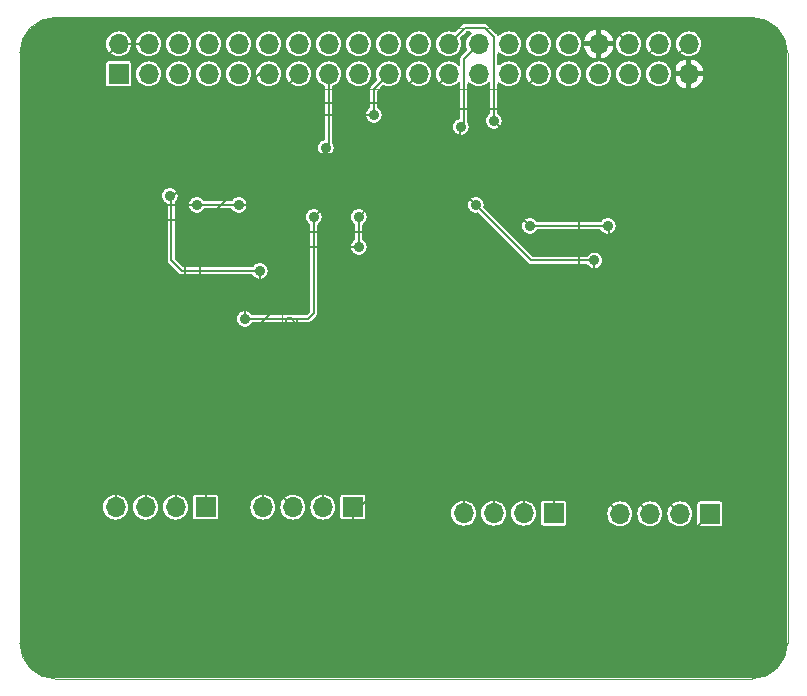
<source format=gbo>
G04 #@! TF.GenerationSoftware,KiCad,Pcbnew,7.0.8*
G04 #@! TF.CreationDate,2023-11-16T11:08:23+00:00*
G04 #@! TF.ProjectId,ActionServer,41637469-6f6e-4536-9572-7665722e6b69,rev?*
G04 #@! TF.SameCoordinates,Original*
G04 #@! TF.FileFunction,Legend,Bot*
G04 #@! TF.FilePolarity,Positive*
%FSLAX46Y46*%
G04 Gerber Fmt 4.6, Leading zero omitted, Abs format (unit mm)*
G04 Created by KiCad (PCBNEW 7.0.8) date 2023-11-16 11:08:23*
%MOMM*%
%LPD*%
G01*
G04 APERTURE LIST*
G04 Aperture macros list*
%AMRoundRect*
0 Rectangle with rounded corners*
0 $1 Rounding radius*
0 $2 $3 $4 $5 $6 $7 $8 $9 X,Y pos of 4 corners*
0 Add a 4 corners polygon primitive as box body*
4,1,4,$2,$3,$4,$5,$6,$7,$8,$9,$2,$3,0*
0 Add four circle primitives for the rounded corners*
1,1,$1+$1,$2,$3*
1,1,$1+$1,$4,$5*
1,1,$1+$1,$6,$7*
1,1,$1+$1,$8,$9*
0 Add four rect primitives between the rounded corners*
20,1,$1+$1,$2,$3,$4,$5,0*
20,1,$1+$1,$4,$5,$6,$7,0*
20,1,$1+$1,$6,$7,$8,$9,0*
20,1,$1+$1,$8,$9,$2,$3,0*%
G04 Aperture macros list end*
%ADD10C,0.150000*%
%ADD11C,0.120000*%
%ADD12R,1.700000X1.700000*%
%ADD13O,1.700000X1.700000*%
%ADD14C,2.700000*%
G04 #@! TA.AperFunction,ComponentPad*
%ADD15R,1.700000X1.700000*%
G04 #@! TD*
G04 #@! TA.AperFunction,ComponentPad*
%ADD16O,1.700000X1.700000*%
G04 #@! TD*
G04 #@! TA.AperFunction,SMDPad,CuDef*
%ADD17RoundRect,0.250000X-0.450000X0.262500X-0.450000X-0.262500X0.450000X-0.262500X0.450000X0.262500X0*%
G04 #@! TD*
G04 #@! TA.AperFunction,SMDPad,CuDef*
%ADD18RoundRect,0.150000X-0.150000X0.825000X-0.150000X-0.825000X0.150000X-0.825000X0.150000X0.825000X0*%
G04 #@! TD*
G04 #@! TA.AperFunction,ViaPad*
%ADD19C,0.900000*%
G04 #@! TD*
G04 #@! TA.AperFunction,Conductor*
%ADD20C,0.200000*%
G04 #@! TD*
%ADD21RoundRect,0.250000X-0.450000X0.262500X-0.450000X-0.262500X0.450000X-0.262500X0.450000X0.262500X0*%
%ADD22RoundRect,0.150000X-0.150000X0.825000X-0.150000X-0.825000X0.150000X-0.825000X0.150000X0.825000X0*%
G04 #@! TA.AperFunction,Profile*
%ADD23C,0.100000*%
G04 #@! TD*
G04 APERTURE END LIST*
D10*
X108703333Y-50724819D02*
X108703333Y-51439104D01*
X108703333Y-51439104D02*
X108750952Y-51581961D01*
X108750952Y-51581961D02*
X108846190Y-51677200D01*
X108846190Y-51677200D02*
X108989047Y-51724819D01*
X108989047Y-51724819D02*
X109084285Y-51724819D01*
X107703333Y-51724819D02*
X108274761Y-51724819D01*
X107989047Y-51724819D02*
X107989047Y-50724819D01*
X107989047Y-50724819D02*
X108084285Y-50867676D01*
X108084285Y-50867676D02*
X108179523Y-50962914D01*
X108179523Y-50962914D02*
X108274761Y-51010533D01*
D11*
X157960000Y-44900000D02*
X157960000Y-50100000D01*
X107040000Y-44900000D02*
X157960000Y-44900000D01*
X107040000Y-44900000D02*
X107040000Y-47500000D01*
X109640000Y-47500000D02*
X109640000Y-50100000D01*
X107040000Y-47500000D02*
X109640000Y-47500000D01*
X107040000Y-48770000D02*
X107040000Y-50100000D01*
X109640000Y-50100000D02*
X157960000Y-50100000D01*
X107040000Y-50100000D02*
X108370000Y-50100000D01*
%LPC*%
D12*
X115738000Y-85457000D03*
D13*
X113198000Y-85457000D03*
X110658000Y-85457000D03*
X108118000Y-85457000D03*
D14*
X161500000Y-47500000D03*
D12*
X145202000Y-85973000D03*
D13*
X142662000Y-85973000D03*
X140122000Y-85973000D03*
X137582000Y-85973000D03*
D14*
X103500000Y-96500000D03*
X103500000Y-47500000D03*
D12*
X158420000Y-86030000D03*
D13*
X155880000Y-86030000D03*
X153340000Y-86030000D03*
X150800000Y-86030000D03*
D14*
X161500000Y-96500000D03*
D12*
X128194000Y-85457000D03*
D13*
X125654000Y-85457000D03*
X123114000Y-85457000D03*
X120574000Y-85457000D03*
D12*
X108370000Y-48770000D03*
D13*
X108370000Y-46230000D03*
X110910000Y-48770000D03*
X110910000Y-46230000D03*
X113450000Y-48770000D03*
X113450000Y-46230000D03*
X115990000Y-48770000D03*
X115990000Y-46230000D03*
X118530000Y-48770000D03*
X118530000Y-46230000D03*
X121070000Y-48770000D03*
X121070000Y-46230000D03*
X123610000Y-48770000D03*
X123610000Y-46230000D03*
X126150000Y-48770000D03*
X126150000Y-46230000D03*
X128690000Y-48770000D03*
X128690000Y-46230000D03*
X131230000Y-48770000D03*
X131230000Y-46230000D03*
X133770000Y-48770000D03*
X133770000Y-46230000D03*
X136310000Y-48770000D03*
X136310000Y-46230000D03*
X138850000Y-48770000D03*
X138850000Y-46230000D03*
X141390000Y-48770000D03*
X141390000Y-46230000D03*
X143930000Y-48770000D03*
X143930000Y-46230000D03*
X146470000Y-48770000D03*
X146470000Y-46230000D03*
X149010000Y-48770000D03*
X149010000Y-46230000D03*
X151550000Y-48770000D03*
X151550000Y-46230000D03*
X154090000Y-48770000D03*
X154090000Y-46230000D03*
X156630000Y-48770000D03*
X156630000Y-46230000D03*
%LPD*%
D15*
X115738000Y-85457000D03*
D16*
X113198000Y-85457000D03*
X110658000Y-85457000D03*
X108118000Y-85457000D03*
D17*
X144704000Y-56058000D03*
X144704000Y-57883000D03*
X141148000Y-56011000D03*
X141148000Y-57836000D03*
X129582177Y-56011000D03*
X129582177Y-57836000D03*
D15*
X145202000Y-85973000D03*
D16*
X142662000Y-85973000D03*
X140122000Y-85973000D03*
X137582000Y-85973000D03*
D17*
X110435162Y-56011000D03*
X110435162Y-57836000D03*
X118093968Y-56011000D03*
X118093968Y-57836000D03*
D18*
X149911000Y-68250000D03*
X148641000Y-68250000D03*
X147371000Y-68250000D03*
X146101000Y-68250000D03*
X144831000Y-68250000D03*
X143561000Y-68250000D03*
X142291000Y-68250000D03*
X141021000Y-68250000D03*
X141021000Y-73200000D03*
X142291000Y-73200000D03*
X143561000Y-73200000D03*
X144831000Y-73200000D03*
X146101000Y-73200000D03*
X147371000Y-73200000D03*
X148641000Y-73200000D03*
X149911000Y-73200000D03*
D17*
X114264565Y-56011000D03*
X114264565Y-57836000D03*
X152558595Y-56011000D03*
X152558595Y-57836000D03*
D15*
X158420000Y-86030000D03*
D16*
X155880000Y-86030000D03*
X153340000Y-86030000D03*
X150800000Y-86030000D03*
D17*
X121923371Y-56011000D03*
X121923371Y-57836000D03*
D18*
X121590000Y-67742000D03*
X120320000Y-67742000D03*
X119050000Y-67742000D03*
X117780000Y-67742000D03*
X116510000Y-67742000D03*
X115240000Y-67742000D03*
X113970000Y-67742000D03*
X112700000Y-67742000D03*
X112700000Y-72692000D03*
X113970000Y-72692000D03*
X115240000Y-72692000D03*
X116510000Y-72692000D03*
X117780000Y-72692000D03*
X119050000Y-72692000D03*
X120320000Y-72692000D03*
X121590000Y-72692000D03*
D17*
X125752774Y-56011000D03*
X125752774Y-57836000D03*
X133411580Y-56011000D03*
X133411580Y-57836000D03*
X137240983Y-56011000D03*
X137240983Y-57836000D03*
D15*
X128194000Y-85457000D03*
D16*
X125654000Y-85457000D03*
X123114000Y-85457000D03*
X120574000Y-85457000D03*
D17*
X156388000Y-56011000D03*
X156388000Y-57836000D03*
D15*
X108370000Y-48770000D03*
D16*
X108370000Y-46230000D03*
X110910000Y-48770000D03*
X110910000Y-46230000D03*
X113450000Y-48770000D03*
X113450000Y-46230000D03*
X115990000Y-48770000D03*
X115990000Y-46230000D03*
X118530000Y-48770000D03*
X118530000Y-46230000D03*
X121070000Y-48770000D03*
X121070000Y-46230000D03*
X123610000Y-48770000D03*
X123610000Y-46230000D03*
X126150000Y-48770000D03*
X126150000Y-46230000D03*
X128690000Y-48770000D03*
X128690000Y-46230000D03*
X131230000Y-48770000D03*
X131230000Y-46230000D03*
X133770000Y-48770000D03*
X133770000Y-46230000D03*
X136310000Y-48770000D03*
X136310000Y-46230000D03*
X138850000Y-48770000D03*
X138850000Y-46230000D03*
X141390000Y-48770000D03*
X141390000Y-46230000D03*
X143930000Y-48770000D03*
X143930000Y-46230000D03*
X146470000Y-48770000D03*
X146470000Y-46230000D03*
X149010000Y-48770000D03*
X149010000Y-46230000D03*
X151550000Y-48770000D03*
X151550000Y-46230000D03*
X154090000Y-48770000D03*
X154090000Y-46230000D03*
X156630000Y-48770000D03*
X156630000Y-46230000D03*
D19*
X111176000Y-67423000D03*
X140386000Y-66472000D03*
X125908000Y-55042000D03*
X129972000Y-52248000D03*
X120320000Y-65456000D03*
X112700000Y-59106000D03*
X124892000Y-60884000D03*
X119050000Y-69520000D03*
X114986000Y-59868000D03*
X118542000Y-59868000D03*
X128702000Y-63424000D03*
X128702000Y-60884000D03*
X140132000Y-52756000D03*
X149784000Y-61646000D03*
X143180000Y-61646000D03*
X137338000Y-53264000D03*
X138608000Y-59868000D03*
X148641000Y-64567000D03*
D20*
X112700000Y-67742000D02*
X111495000Y-67742000D01*
X141021000Y-67107000D02*
X140386000Y-66472000D01*
X111495000Y-67742000D02*
X111176000Y-67423000D01*
X141021000Y-68250000D02*
X141021000Y-67107000D01*
X110435162Y-56011000D02*
X116376162Y-50070000D01*
X120220000Y-48770000D02*
X121070000Y-48770000D01*
X118920000Y-50070000D02*
X120220000Y-48770000D01*
X116376162Y-50070000D02*
X118920000Y-50070000D01*
X120894000Y-51486000D02*
X123610000Y-48770000D01*
X114264565Y-56011000D02*
X114264565Y-55336565D01*
X114264565Y-55336565D02*
X114224000Y-55296000D01*
X114264565Y-54747435D02*
X117526000Y-51486000D01*
X114264565Y-56011000D02*
X114264565Y-54747435D01*
X117526000Y-51486000D02*
X120894000Y-51486000D01*
X125752774Y-54886774D02*
X125908000Y-55042000D01*
X125752774Y-56011000D02*
X125752774Y-54886774D01*
X121923371Y-56011000D02*
X121923371Y-54200629D01*
X124130000Y-52248000D02*
X129972000Y-52248000D01*
X123876000Y-52248000D02*
X124130000Y-52248000D01*
X122098000Y-54026000D02*
X123876000Y-52248000D01*
X121923371Y-54200629D02*
X122098000Y-54026000D01*
X112021000Y-75616000D02*
X108128000Y-75616000D01*
X108118000Y-75626000D02*
X108118000Y-85457000D01*
X113970000Y-72692000D02*
X113970000Y-73667000D01*
X108128000Y-75616000D02*
X108118000Y-75626000D01*
X113970000Y-73667000D02*
X112021000Y-75616000D01*
X115240000Y-73667000D02*
X115240000Y-72692000D01*
X110658000Y-85457000D02*
X110658000Y-78420000D01*
X112021000Y-76886000D02*
X115240000Y-73667000D01*
X110658000Y-78420000D02*
X110668000Y-78410000D01*
X110668000Y-78410000D02*
X110668000Y-76886000D01*
X110668000Y-76886000D02*
X112021000Y-76886000D01*
X145847000Y-45009000D02*
X150329000Y-45009000D01*
X145212000Y-55550000D02*
X145212000Y-45644000D01*
X144704000Y-56058000D02*
X145212000Y-55550000D01*
X145212000Y-45644000D02*
X145847000Y-45009000D01*
X150329000Y-45009000D02*
X151550000Y-46230000D01*
X152700000Y-55869595D02*
X152700000Y-47620000D01*
X152558595Y-56011000D02*
X152700000Y-55869595D01*
X152700000Y-47620000D02*
X154090000Y-46230000D01*
X155480000Y-47380000D02*
X156630000Y-46230000D01*
X155480000Y-55103000D02*
X155480000Y-47380000D01*
X156388000Y-56011000D02*
X155480000Y-55103000D01*
X105715000Y-89967000D02*
X105715000Y-72568000D01*
X141021000Y-73200000D02*
X128764000Y-85457000D01*
X128764000Y-85457000D02*
X128194000Y-85457000D01*
X158420000Y-86030000D02*
X154483000Y-89967000D01*
X108812000Y-46230000D02*
X108370000Y-46230000D01*
X106604000Y-47996000D02*
X106604000Y-50724000D01*
X105839000Y-72692000D02*
X105715000Y-72568000D01*
X112700000Y-72692000D02*
X105839000Y-72692000D01*
X154483000Y-89967000D02*
X126162000Y-89967000D01*
X105715000Y-51613000D02*
X105715000Y-72568000D01*
X106604000Y-50724000D02*
X105715000Y-51613000D01*
X126162000Y-89967000D02*
X105715000Y-89967000D01*
X108890000Y-46152000D02*
X108812000Y-46230000D01*
X128194000Y-89459000D02*
X128194000Y-85457000D01*
X126162000Y-89967000D02*
X127686000Y-89967000D01*
X110414000Y-46152000D02*
X110668000Y-46152000D01*
X127686000Y-89967000D02*
X128194000Y-89459000D01*
X110910000Y-46230000D02*
X110492000Y-46230000D01*
X108370000Y-46230000D02*
X106604000Y-47996000D01*
X110492000Y-46230000D02*
X110414000Y-46152000D01*
X110910000Y-46230000D02*
X108370000Y-46230000D01*
X113198000Y-85457000D02*
X113198000Y-78166000D01*
X116510000Y-74854000D02*
X116510000Y-72692000D01*
X113198000Y-78166000D02*
X116510000Y-74854000D01*
X107366000Y-70790000D02*
X119517000Y-70790000D01*
X110435162Y-57836000D02*
X108890000Y-57836000D01*
X107112000Y-59614000D02*
X107112000Y-70536000D01*
X108890000Y-57836000D02*
X107112000Y-59614000D01*
X121590000Y-68717000D02*
X121590000Y-67742000D01*
X119517000Y-70790000D02*
X121590000Y-68717000D01*
X107112000Y-70536000D02*
X107366000Y-70790000D01*
X120320000Y-67742000D02*
X120320000Y-65456000D01*
X112994565Y-59106000D02*
X114264565Y-57836000D01*
X112700000Y-59106000D02*
X112994565Y-59106000D01*
X124892000Y-60884000D02*
X125752774Y-60023226D01*
X119050000Y-69520000D02*
X119050000Y-67742000D01*
X125752774Y-60023226D02*
X125752774Y-57836000D01*
X108382000Y-60630000D02*
X109144000Y-59868000D01*
X117780000Y-67742000D02*
X117780000Y-69520000D01*
X121923371Y-58264629D02*
X121923371Y-57836000D01*
X108382000Y-69774000D02*
X108382000Y-60630000D01*
X108636000Y-70028000D02*
X108382000Y-69774000D01*
X117780000Y-69520000D02*
X117272000Y-70028000D01*
X109144000Y-59868000D02*
X114986000Y-59868000D01*
X118542000Y-59868000D02*
X120320000Y-59868000D01*
X117272000Y-70028000D02*
X108636000Y-70028000D01*
X120320000Y-59868000D02*
X121923371Y-58264629D01*
X118796000Y-52756000D02*
X121336000Y-52756000D01*
X131308000Y-51232000D02*
X133770000Y-48770000D01*
X118093968Y-53458032D02*
X118796000Y-52756000D01*
X121336000Y-52756000D02*
X122860000Y-51232000D01*
X122860000Y-51232000D02*
X131308000Y-51232000D01*
X118093968Y-56011000D02*
X118093968Y-53458032D01*
X115748000Y-61138000D02*
X118093968Y-58792032D01*
X109906000Y-61138000D02*
X115748000Y-61138000D01*
X116510000Y-68717000D02*
X115961000Y-69266000D01*
X116510000Y-67742000D02*
X116510000Y-68717000D01*
X115961000Y-69266000D02*
X109652000Y-69266000D01*
X109652000Y-61392000D02*
X109906000Y-61138000D01*
X118093968Y-58792032D02*
X118093968Y-57836000D01*
X109652000Y-69266000D02*
X109652000Y-61392000D01*
X115494000Y-64186000D02*
X116256000Y-63424000D01*
X116256000Y-63424000D02*
X128702000Y-63424000D01*
X129582177Y-60003823D02*
X128702000Y-60884000D01*
X115240000Y-67742000D02*
X115240000Y-64440000D01*
X115240000Y-64440000D02*
X115494000Y-64186000D01*
X129582177Y-57836000D02*
X129582177Y-60003823D01*
X113970000Y-62154000D02*
X129093580Y-62154000D01*
X129093580Y-62154000D02*
X133411580Y-57836000D01*
X113970000Y-67742000D02*
X113970000Y-62154000D01*
X115738000Y-85457000D02*
X115738000Y-77658000D01*
X115738000Y-77658000D02*
X117780000Y-75616000D01*
X117780000Y-75616000D02*
X117780000Y-72692000D01*
X122352000Y-77140000D02*
X120320000Y-75108000D01*
X120320000Y-75108000D02*
X120320000Y-72692000D01*
X123114000Y-85457000D02*
X122352000Y-84695000D01*
X122352000Y-84695000D02*
X122352000Y-77140000D01*
X125654000Y-85457000D02*
X125654000Y-76756000D01*
X125654000Y-76756000D02*
X121590000Y-72692000D01*
X142291000Y-76759000D02*
X142291000Y-73200000D01*
X137582000Y-85973000D02*
X137582000Y-81468000D01*
X137582000Y-81468000D02*
X142291000Y-76759000D01*
X140122000Y-85973000D02*
X140122000Y-81976000D01*
X143561000Y-78537000D02*
X143561000Y-73200000D01*
X140122000Y-81976000D02*
X143561000Y-78537000D01*
X142662000Y-81976000D02*
X144831000Y-79807000D01*
X144831000Y-79807000D02*
X144831000Y-73200000D01*
X142662000Y-85973000D02*
X142662000Y-81976000D01*
X129718000Y-53772000D02*
X131308000Y-53772000D01*
X129582177Y-53907823D02*
X129718000Y-53772000D01*
X131308000Y-53772000D02*
X136310000Y-48770000D01*
X129582177Y-56011000D02*
X129582177Y-53907823D01*
X135306000Y-51740000D02*
X142672000Y-51740000D01*
X142672000Y-50028000D02*
X143930000Y-48770000D01*
X133411580Y-56011000D02*
X133411580Y-53634420D01*
X133411580Y-53634420D02*
X135306000Y-51740000D01*
X142672000Y-51740000D02*
X142672000Y-50028000D01*
X141148000Y-53772000D02*
X140132000Y-52756000D01*
X141148000Y-56011000D02*
X141148000Y-53772000D01*
X145202000Y-81468000D02*
X146101000Y-80569000D01*
X146101000Y-80569000D02*
X146101000Y-73200000D01*
X145202000Y-85973000D02*
X145202000Y-81468000D01*
X153340000Y-86030000D02*
X148641000Y-81331000D01*
X148641000Y-81331000D02*
X148641000Y-73200000D01*
X155880000Y-86030000D02*
X149911000Y-80061000D01*
X149911000Y-80061000D02*
X149911000Y-73200000D01*
X120574000Y-85457000D02*
X120574000Y-77648000D01*
X120574000Y-77648000D02*
X119050000Y-76124000D01*
X119050000Y-76124000D02*
X119050000Y-72692000D01*
X149911000Y-61773000D02*
X149784000Y-61646000D01*
X149911000Y-68250000D02*
X149911000Y-61773000D01*
X141148000Y-59614000D02*
X141148000Y-57836000D01*
X143180000Y-61646000D02*
X141148000Y-59614000D01*
X137240983Y-53361017D02*
X137338000Y-53264000D01*
X137240983Y-56011000D02*
X137240983Y-53361017D01*
X148514000Y-64440000D02*
X148641000Y-64567000D01*
X138608000Y-59868000D02*
X137240983Y-58500983D01*
X148641000Y-68250000D02*
X148641000Y-64567000D01*
X137240983Y-58500983D02*
X137240983Y-57836000D01*
X147371000Y-60550000D02*
X144704000Y-57883000D01*
X147371000Y-68250000D02*
X147371000Y-60550000D01*
X146101000Y-68250000D02*
X146101000Y-69647000D01*
X146482000Y-70028000D02*
X151816000Y-70028000D01*
X152558595Y-69285405D02*
X152558595Y-57836000D01*
X146101000Y-69647000D02*
X146482000Y-70028000D01*
X151816000Y-70028000D02*
X152558595Y-69285405D01*
X144831000Y-68250000D02*
X144831000Y-69901000D01*
X144831000Y-69901000D02*
X145974000Y-71044000D01*
X145974000Y-71044000D02*
X152832000Y-71044000D01*
X156388000Y-67488000D02*
X156388000Y-57836000D01*
X152832000Y-71044000D02*
X156388000Y-67488000D01*
X150800000Y-86030000D02*
X147371000Y-82601000D01*
X147371000Y-82601000D02*
X147371000Y-73200000D01*
D15*
X115738000Y-85457000D03*
D16*
X113198000Y-85457000D03*
X110658000Y-85457000D03*
X108118000Y-85457000D03*
D15*
X145202000Y-85973000D03*
D16*
X142662000Y-85973000D03*
X140122000Y-85973000D03*
X137582000Y-85973000D03*
D15*
X158420000Y-86030000D03*
D16*
X155880000Y-86030000D03*
X153340000Y-86030000D03*
X150800000Y-86030000D03*
D15*
X128194000Y-85457000D03*
D16*
X125654000Y-85457000D03*
X123114000Y-85457000D03*
X120574000Y-85457000D03*
D15*
X108370000Y-48770000D03*
D16*
X108370000Y-46230000D03*
X110910000Y-48770000D03*
X110910000Y-46230000D03*
X113450000Y-48770000D03*
X113450000Y-46230000D03*
X115990000Y-48770000D03*
X115990000Y-46230000D03*
X118530000Y-48770000D03*
X118530000Y-46230000D03*
X121070000Y-48770000D03*
X121070000Y-46230000D03*
X123610000Y-48770000D03*
X123610000Y-46230000D03*
X126150000Y-48770000D03*
X126150000Y-46230000D03*
X128690000Y-48770000D03*
X128690000Y-46230000D03*
X131230000Y-48770000D03*
X131230000Y-46230000D03*
X133770000Y-48770000D03*
X133770000Y-46230000D03*
X136310000Y-48770000D03*
X136310000Y-46230000D03*
X138850000Y-48770000D03*
X138850000Y-46230000D03*
X141390000Y-48770000D03*
X141390000Y-46230000D03*
X143930000Y-48770000D03*
X143930000Y-46230000D03*
X146470000Y-48770000D03*
X146470000Y-46230000D03*
X149010000Y-48770000D03*
X149010000Y-46230000D03*
X151550000Y-48770000D03*
X151550000Y-46230000D03*
X154090000Y-48770000D03*
X154090000Y-46230000D03*
X156630000Y-48770000D03*
X156630000Y-46230000D03*
D19*
X111176000Y-67423000D03*
X140386000Y-66472000D03*
X125908000Y-55042000D03*
X129972000Y-52248000D03*
X120320000Y-65456000D03*
X112700000Y-59106000D03*
X124892000Y-60884000D03*
X119050000Y-69520000D03*
X114986000Y-59868000D03*
X118542000Y-59868000D03*
X128702000Y-63424000D03*
X128702000Y-60884000D03*
X140132000Y-52756000D03*
X149784000Y-61646000D03*
X143180000Y-61646000D03*
X137338000Y-53264000D03*
X138608000Y-59868000D03*
X148641000Y-64567000D03*
D20*
X125908000Y-55042000D02*
X126150000Y-54800000D01*
X126150000Y-54800000D02*
X126150000Y-48770000D01*
X129972000Y-50028000D02*
X131230000Y-48770000D01*
X129972000Y-52248000D02*
X129972000Y-50028000D01*
X112827000Y-64567000D02*
X112827000Y-59233000D01*
X112827000Y-59233000D02*
X112700000Y-59106000D01*
X120320000Y-65456000D02*
X113716000Y-65456000D01*
X113716000Y-65456000D02*
X112827000Y-64567000D01*
X124892000Y-64694000D02*
X124892000Y-69012000D01*
X124892000Y-64694000D02*
X124892000Y-60884000D01*
X124892000Y-69012000D02*
X124384000Y-69520000D01*
X124384000Y-69520000D02*
X119050000Y-69520000D01*
X114986000Y-59868000D02*
X118542000Y-59868000D01*
X128702000Y-63424000D02*
X128702000Y-60884000D01*
X139370000Y-44882000D02*
X137658000Y-44882000D01*
X137658000Y-44882000D02*
X136310000Y-46230000D01*
X140132000Y-52756000D02*
X140132000Y-45644000D01*
X140132000Y-45644000D02*
X139370000Y-44882000D01*
X149784000Y-61646000D02*
X143180000Y-61646000D01*
X137592000Y-47488000D02*
X138850000Y-46230000D01*
X137592000Y-53010000D02*
X137592000Y-47488000D01*
X137338000Y-53264000D02*
X137592000Y-53010000D01*
X148641000Y-64567000D02*
X143307000Y-64567000D01*
X143307000Y-64567000D02*
X138608000Y-59868000D01*
G04 #@! TA.AperFunction,Conductor*
G36*
X162001735Y-44050598D02*
G01*
X162156276Y-44059276D01*
X162326771Y-44068851D01*
X162333661Y-44069627D01*
X162606033Y-44115905D01*
X162652887Y-44123866D01*
X162659671Y-44125414D01*
X162970812Y-44215052D01*
X162977376Y-44217349D01*
X163276531Y-44341262D01*
X163282779Y-44344272D01*
X163452594Y-44438125D01*
X163566184Y-44500904D01*
X163572062Y-44504597D01*
X163836148Y-44691977D01*
X163841571Y-44696301D01*
X163861322Y-44713951D01*
X164083012Y-44912067D01*
X164087932Y-44916987D01*
X164155614Y-44992722D01*
X164303696Y-45158426D01*
X164308024Y-45163853D01*
X164495398Y-45427932D01*
X164499095Y-45433815D01*
X164655723Y-45717211D01*
X164658740Y-45723476D01*
X164661733Y-45730701D01*
X164782649Y-46022620D01*
X164784947Y-46029187D01*
X164874585Y-46340328D01*
X164876133Y-46347112D01*
X164930370Y-46666324D01*
X164931149Y-46673238D01*
X164949402Y-46998264D01*
X164949500Y-47001741D01*
X164949500Y-96998258D01*
X164949402Y-97001735D01*
X164931149Y-97326761D01*
X164930370Y-97333675D01*
X164876133Y-97652887D01*
X164874585Y-97659671D01*
X164784947Y-97970812D01*
X164782649Y-97977379D01*
X164658742Y-98276519D01*
X164655723Y-98282788D01*
X164499095Y-98566184D01*
X164495393Y-98572076D01*
X164308029Y-98836140D01*
X164303691Y-98841580D01*
X164087932Y-99083012D01*
X164083012Y-99087932D01*
X163841580Y-99303691D01*
X163836140Y-99308029D01*
X163572076Y-99495393D01*
X163566184Y-99499095D01*
X163282788Y-99655723D01*
X163276519Y-99658742D01*
X162977379Y-99782649D01*
X162970812Y-99784947D01*
X162659671Y-99874585D01*
X162652887Y-99876133D01*
X162333675Y-99930370D01*
X162326761Y-99931149D01*
X162001735Y-99949402D01*
X161998258Y-99949500D01*
X103001742Y-99949500D01*
X102998265Y-99949402D01*
X102673238Y-99931149D01*
X102666324Y-99930370D01*
X102347112Y-99876133D01*
X102340328Y-99874585D01*
X102029187Y-99784947D01*
X102022620Y-99782649D01*
X101832992Y-99704103D01*
X101723476Y-99658740D01*
X101717211Y-99655723D01*
X101433815Y-99499095D01*
X101427932Y-99495398D01*
X101163853Y-99308024D01*
X101158426Y-99303696D01*
X100997618Y-99159989D01*
X100916987Y-99087932D01*
X100912067Y-99083012D01*
X100820064Y-98980061D01*
X100696301Y-98841571D01*
X100691977Y-98836148D01*
X100504597Y-98572062D01*
X100500904Y-98566184D01*
X100401761Y-98386798D01*
X100344272Y-98282779D01*
X100341262Y-98276531D01*
X100217349Y-97977376D01*
X100215052Y-97970812D01*
X100125414Y-97659671D01*
X100123866Y-97652887D01*
X100094127Y-97477858D01*
X100069627Y-97333661D01*
X100068851Y-97326771D01*
X100059276Y-97156276D01*
X100050598Y-97001735D01*
X100050500Y-96998258D01*
X100050500Y-85457000D01*
X107062417Y-85457000D01*
X107082699Y-85662932D01*
X107082700Y-85662934D01*
X107142768Y-85860954D01*
X107240315Y-86043450D01*
X107240317Y-86043452D01*
X107371589Y-86203410D01*
X107468209Y-86282702D01*
X107531550Y-86334685D01*
X107714046Y-86432232D01*
X107912066Y-86492300D01*
X107912065Y-86492300D01*
X107930529Y-86494118D01*
X108118000Y-86512583D01*
X108323934Y-86492300D01*
X108521954Y-86432232D01*
X108704450Y-86334685D01*
X108864410Y-86203410D01*
X108995685Y-86043450D01*
X109093232Y-85860954D01*
X109153300Y-85662934D01*
X109173583Y-85457000D01*
X109602417Y-85457000D01*
X109622699Y-85662932D01*
X109622700Y-85662934D01*
X109682768Y-85860954D01*
X109780315Y-86043450D01*
X109780317Y-86043452D01*
X109911589Y-86203410D01*
X110008209Y-86282702D01*
X110071550Y-86334685D01*
X110254046Y-86432232D01*
X110452066Y-86492300D01*
X110452065Y-86492300D01*
X110470529Y-86494118D01*
X110658000Y-86512583D01*
X110863934Y-86492300D01*
X111061954Y-86432232D01*
X111244450Y-86334685D01*
X111404410Y-86203410D01*
X111535685Y-86043450D01*
X111633232Y-85860954D01*
X111693300Y-85662934D01*
X111713583Y-85457000D01*
X112142417Y-85457000D01*
X112162699Y-85662932D01*
X112162700Y-85662934D01*
X112222768Y-85860954D01*
X112320315Y-86043450D01*
X112320317Y-86043452D01*
X112451589Y-86203410D01*
X112548209Y-86282702D01*
X112611550Y-86334685D01*
X112794046Y-86432232D01*
X112992066Y-86492300D01*
X112992065Y-86492300D01*
X113010529Y-86494118D01*
X113198000Y-86512583D01*
X113403934Y-86492300D01*
X113601954Y-86432232D01*
X113784450Y-86334685D01*
X113794116Y-86326752D01*
X114687500Y-86326752D01*
X114699131Y-86385229D01*
X114699132Y-86385230D01*
X114743447Y-86451552D01*
X114809769Y-86495867D01*
X114809770Y-86495868D01*
X114868247Y-86507499D01*
X114868250Y-86507500D01*
X114868252Y-86507500D01*
X116607750Y-86507500D01*
X116607751Y-86507499D01*
X116622568Y-86504552D01*
X116666229Y-86495868D01*
X116666229Y-86495867D01*
X116666231Y-86495867D01*
X116732552Y-86451552D01*
X116776867Y-86385231D01*
X116776867Y-86385229D01*
X116776868Y-86385229D01*
X116788499Y-86326752D01*
X116788500Y-86326750D01*
X116788500Y-85457000D01*
X119518417Y-85457000D01*
X119538699Y-85662932D01*
X119538700Y-85662934D01*
X119598768Y-85860954D01*
X119696315Y-86043450D01*
X119696317Y-86043452D01*
X119827589Y-86203410D01*
X119924209Y-86282702D01*
X119987550Y-86334685D01*
X120170046Y-86432232D01*
X120368066Y-86492300D01*
X120368065Y-86492300D01*
X120386529Y-86494118D01*
X120574000Y-86512583D01*
X120779934Y-86492300D01*
X120977954Y-86432232D01*
X121160450Y-86334685D01*
X121320410Y-86203410D01*
X121451685Y-86043450D01*
X121549232Y-85860954D01*
X121609300Y-85662934D01*
X121629583Y-85457000D01*
X122058417Y-85457000D01*
X122078699Y-85662932D01*
X122078700Y-85662934D01*
X122138768Y-85860954D01*
X122236315Y-86043450D01*
X122236317Y-86043452D01*
X122367589Y-86203410D01*
X122464209Y-86282702D01*
X122527550Y-86334685D01*
X122710046Y-86432232D01*
X122908066Y-86492300D01*
X122908065Y-86492300D01*
X122926529Y-86494118D01*
X123114000Y-86512583D01*
X123319934Y-86492300D01*
X123517954Y-86432232D01*
X123700450Y-86334685D01*
X123860410Y-86203410D01*
X123991685Y-86043450D01*
X124089232Y-85860954D01*
X124149300Y-85662934D01*
X124169583Y-85457000D01*
X124598417Y-85457000D01*
X124618699Y-85662932D01*
X124618700Y-85662934D01*
X124678768Y-85860954D01*
X124776315Y-86043450D01*
X124776317Y-86043452D01*
X124907589Y-86203410D01*
X125004209Y-86282702D01*
X125067550Y-86334685D01*
X125250046Y-86432232D01*
X125448066Y-86492300D01*
X125448065Y-86492300D01*
X125466529Y-86494118D01*
X125654000Y-86512583D01*
X125859934Y-86492300D01*
X126057954Y-86432232D01*
X126240450Y-86334685D01*
X126250116Y-86326752D01*
X127143500Y-86326752D01*
X127155131Y-86385229D01*
X127155132Y-86385230D01*
X127199447Y-86451552D01*
X127265769Y-86495867D01*
X127265770Y-86495868D01*
X127324247Y-86507499D01*
X127324250Y-86507500D01*
X127324252Y-86507500D01*
X129063750Y-86507500D01*
X129063751Y-86507499D01*
X129078568Y-86504552D01*
X129122229Y-86495868D01*
X129122229Y-86495867D01*
X129122231Y-86495867D01*
X129188552Y-86451552D01*
X129232867Y-86385231D01*
X129232867Y-86385229D01*
X129232868Y-86385229D01*
X129244499Y-86326752D01*
X129244500Y-86326750D01*
X129244500Y-85973000D01*
X136526417Y-85973000D01*
X136546699Y-86178932D01*
X136576734Y-86277944D01*
X136606768Y-86376954D01*
X136704315Y-86559450D01*
X136704317Y-86559452D01*
X136835589Y-86719410D01*
X136905045Y-86776410D01*
X136995550Y-86850685D01*
X137178046Y-86948232D01*
X137376066Y-87008300D01*
X137376065Y-87008300D01*
X137394529Y-87010118D01*
X137582000Y-87028583D01*
X137787934Y-87008300D01*
X137985954Y-86948232D01*
X138168450Y-86850685D01*
X138328410Y-86719410D01*
X138459685Y-86559450D01*
X138557232Y-86376954D01*
X138617300Y-86178934D01*
X138637583Y-85973000D01*
X139066417Y-85973000D01*
X139086699Y-86178932D01*
X139116734Y-86277944D01*
X139146768Y-86376954D01*
X139244315Y-86559450D01*
X139244317Y-86559452D01*
X139375589Y-86719410D01*
X139445045Y-86776410D01*
X139535550Y-86850685D01*
X139718046Y-86948232D01*
X139916066Y-87008300D01*
X139916065Y-87008300D01*
X139934529Y-87010118D01*
X140122000Y-87028583D01*
X140327934Y-87008300D01*
X140525954Y-86948232D01*
X140708450Y-86850685D01*
X140868410Y-86719410D01*
X140999685Y-86559450D01*
X141097232Y-86376954D01*
X141157300Y-86178934D01*
X141177583Y-85973000D01*
X141606417Y-85973000D01*
X141626699Y-86178932D01*
X141656734Y-86277944D01*
X141686768Y-86376954D01*
X141784315Y-86559450D01*
X141784317Y-86559452D01*
X141915589Y-86719410D01*
X141985045Y-86776410D01*
X142075550Y-86850685D01*
X142258046Y-86948232D01*
X142456066Y-87008300D01*
X142456065Y-87008300D01*
X142474529Y-87010118D01*
X142662000Y-87028583D01*
X142867934Y-87008300D01*
X143065954Y-86948232D01*
X143248450Y-86850685D01*
X143258116Y-86842752D01*
X144151500Y-86842752D01*
X144163131Y-86901229D01*
X144163132Y-86901230D01*
X144207447Y-86967552D01*
X144273769Y-87011867D01*
X144273770Y-87011868D01*
X144332247Y-87023499D01*
X144332250Y-87023500D01*
X144332252Y-87023500D01*
X146071750Y-87023500D01*
X146071751Y-87023499D01*
X146086568Y-87020552D01*
X146130229Y-87011868D01*
X146130229Y-87011867D01*
X146130231Y-87011867D01*
X146196552Y-86967552D01*
X146240867Y-86901231D01*
X146240867Y-86901229D01*
X146240868Y-86901229D01*
X146252499Y-86842752D01*
X146252500Y-86842750D01*
X146252500Y-86030000D01*
X149744417Y-86030000D01*
X149764699Y-86235932D01*
X149764700Y-86235934D01*
X149824768Y-86433954D01*
X149922315Y-86616450D01*
X149922317Y-86616452D01*
X150053589Y-86776410D01*
X150134426Y-86842750D01*
X150213550Y-86907685D01*
X150396046Y-87005232D01*
X150594066Y-87065300D01*
X150594065Y-87065300D01*
X150612529Y-87067118D01*
X150800000Y-87085583D01*
X151005934Y-87065300D01*
X151203954Y-87005232D01*
X151386450Y-86907685D01*
X151546410Y-86776410D01*
X151677685Y-86616450D01*
X151775232Y-86433954D01*
X151835300Y-86235934D01*
X151855583Y-86030000D01*
X152284417Y-86030000D01*
X152304699Y-86235932D01*
X152304700Y-86235934D01*
X152364768Y-86433954D01*
X152462315Y-86616450D01*
X152462317Y-86616452D01*
X152593589Y-86776410D01*
X152674426Y-86842750D01*
X152753550Y-86907685D01*
X152936046Y-87005232D01*
X153134066Y-87065300D01*
X153134065Y-87065300D01*
X153152529Y-87067118D01*
X153340000Y-87085583D01*
X153545934Y-87065300D01*
X153743954Y-87005232D01*
X153926450Y-86907685D01*
X154086410Y-86776410D01*
X154217685Y-86616450D01*
X154315232Y-86433954D01*
X154375300Y-86235934D01*
X154395583Y-86030000D01*
X154824417Y-86030000D01*
X154844699Y-86235932D01*
X154844700Y-86235934D01*
X154904768Y-86433954D01*
X155002315Y-86616450D01*
X155002317Y-86616452D01*
X155133589Y-86776410D01*
X155214426Y-86842750D01*
X155293550Y-86907685D01*
X155476046Y-87005232D01*
X155674066Y-87065300D01*
X155674065Y-87065300D01*
X155692529Y-87067118D01*
X155880000Y-87085583D01*
X156085934Y-87065300D01*
X156283954Y-87005232D01*
X156466450Y-86907685D01*
X156476116Y-86899752D01*
X157369500Y-86899752D01*
X157381131Y-86958229D01*
X157381132Y-86958230D01*
X157425447Y-87024552D01*
X157491769Y-87068867D01*
X157491770Y-87068868D01*
X157550247Y-87080499D01*
X157550250Y-87080500D01*
X157550252Y-87080500D01*
X159289750Y-87080500D01*
X159289751Y-87080499D01*
X159304568Y-87077552D01*
X159348229Y-87068868D01*
X159348229Y-87068867D01*
X159348231Y-87068867D01*
X159414552Y-87024552D01*
X159458867Y-86958231D01*
X159458867Y-86958229D01*
X159458868Y-86958229D01*
X159470499Y-86899752D01*
X159470500Y-86899750D01*
X159470500Y-85160249D01*
X159470499Y-85160247D01*
X159458868Y-85101770D01*
X159458867Y-85101769D01*
X159414552Y-85035447D01*
X159348230Y-84991132D01*
X159348229Y-84991131D01*
X159289752Y-84979500D01*
X159289748Y-84979500D01*
X157550252Y-84979500D01*
X157550247Y-84979500D01*
X157491770Y-84991131D01*
X157491769Y-84991132D01*
X157425447Y-85035447D01*
X157381132Y-85101769D01*
X157381131Y-85101770D01*
X157369500Y-85160247D01*
X157369500Y-86899752D01*
X156476116Y-86899752D01*
X156626410Y-86776410D01*
X156757685Y-86616450D01*
X156855232Y-86433954D01*
X156915300Y-86235934D01*
X156935583Y-86030000D01*
X156915300Y-85824066D01*
X156855232Y-85626046D01*
X156757685Y-85443550D01*
X156705702Y-85380209D01*
X156626410Y-85283589D01*
X156476121Y-85160252D01*
X156466450Y-85152315D01*
X156283954Y-85054768D01*
X156085934Y-84994700D01*
X156085932Y-84994699D01*
X156085934Y-84994699D01*
X155880000Y-84974417D01*
X155674067Y-84994699D01*
X155476043Y-85054769D01*
X155365898Y-85113643D01*
X155293550Y-85152315D01*
X155293548Y-85152316D01*
X155293547Y-85152317D01*
X155133589Y-85283589D01*
X155002317Y-85443547D01*
X154904769Y-85626043D01*
X154844699Y-85824067D01*
X154824417Y-86030000D01*
X154395583Y-86030000D01*
X154375300Y-85824066D01*
X154315232Y-85626046D01*
X154217685Y-85443550D01*
X154165702Y-85380209D01*
X154086410Y-85283589D01*
X153936121Y-85160252D01*
X153926450Y-85152315D01*
X153743954Y-85054768D01*
X153545934Y-84994700D01*
X153545932Y-84994699D01*
X153545934Y-84994699D01*
X153340000Y-84974417D01*
X153134067Y-84994699D01*
X152936043Y-85054769D01*
X152825898Y-85113643D01*
X152753550Y-85152315D01*
X152753548Y-85152316D01*
X152753547Y-85152317D01*
X152593589Y-85283589D01*
X152462317Y-85443547D01*
X152364769Y-85626043D01*
X152304699Y-85824067D01*
X152284417Y-86030000D01*
X151855583Y-86030000D01*
X151835300Y-85824066D01*
X151775232Y-85626046D01*
X151677685Y-85443550D01*
X151625702Y-85380209D01*
X151546410Y-85283589D01*
X151396121Y-85160252D01*
X151386450Y-85152315D01*
X151203954Y-85054768D01*
X151005934Y-84994700D01*
X151005932Y-84994699D01*
X151005934Y-84994699D01*
X150800000Y-84974417D01*
X150594067Y-84994699D01*
X150396043Y-85054769D01*
X150285898Y-85113643D01*
X150213550Y-85152315D01*
X150213548Y-85152316D01*
X150213547Y-85152317D01*
X150053589Y-85283589D01*
X149922317Y-85443547D01*
X149824769Y-85626043D01*
X149764699Y-85824067D01*
X149744417Y-86030000D01*
X146252500Y-86030000D01*
X146252500Y-85103249D01*
X146252499Y-85103247D01*
X146240868Y-85044770D01*
X146240867Y-85044769D01*
X146196552Y-84978447D01*
X146130230Y-84934132D01*
X146130229Y-84934131D01*
X146071752Y-84922500D01*
X146071748Y-84922500D01*
X144332252Y-84922500D01*
X144332247Y-84922500D01*
X144273770Y-84934131D01*
X144273769Y-84934132D01*
X144207447Y-84978447D01*
X144163132Y-85044769D01*
X144163131Y-85044770D01*
X144151500Y-85103247D01*
X144151500Y-86842752D01*
X143258116Y-86842752D01*
X143408410Y-86719410D01*
X143539685Y-86559450D01*
X143637232Y-86376954D01*
X143697300Y-86178934D01*
X143717583Y-85973000D01*
X143697300Y-85767066D01*
X143637232Y-85569046D01*
X143539685Y-85386550D01*
X143487702Y-85323209D01*
X143408410Y-85226589D01*
X143258121Y-85103252D01*
X143248450Y-85095315D01*
X143065954Y-84997768D01*
X142867934Y-84937700D01*
X142867932Y-84937699D01*
X142867934Y-84937699D01*
X142662000Y-84917417D01*
X142456067Y-84937699D01*
X142258043Y-84997769D01*
X142187554Y-85035447D01*
X142075550Y-85095315D01*
X142075548Y-85095316D01*
X142075547Y-85095317D01*
X141915589Y-85226589D01*
X141784317Y-85386547D01*
X141686769Y-85569043D01*
X141626699Y-85767067D01*
X141606417Y-85973000D01*
X141177583Y-85973000D01*
X141157300Y-85767066D01*
X141097232Y-85569046D01*
X140999685Y-85386550D01*
X140947702Y-85323209D01*
X140868410Y-85226589D01*
X140718121Y-85103252D01*
X140708450Y-85095315D01*
X140525954Y-84997768D01*
X140327934Y-84937700D01*
X140327932Y-84937699D01*
X140327934Y-84937699D01*
X140122000Y-84917417D01*
X139916067Y-84937699D01*
X139718043Y-84997769D01*
X139647554Y-85035447D01*
X139535550Y-85095315D01*
X139535548Y-85095316D01*
X139535547Y-85095317D01*
X139375589Y-85226589D01*
X139244317Y-85386547D01*
X139146769Y-85569043D01*
X139086699Y-85767067D01*
X139066417Y-85973000D01*
X138637583Y-85973000D01*
X138617300Y-85767066D01*
X138557232Y-85569046D01*
X138459685Y-85386550D01*
X138407702Y-85323209D01*
X138328410Y-85226589D01*
X138178121Y-85103252D01*
X138168450Y-85095315D01*
X137985954Y-84997768D01*
X137787934Y-84937700D01*
X137787932Y-84937699D01*
X137787934Y-84937699D01*
X137582000Y-84917417D01*
X137376067Y-84937699D01*
X137178043Y-84997769D01*
X137107554Y-85035447D01*
X136995550Y-85095315D01*
X136995548Y-85095316D01*
X136995547Y-85095317D01*
X136835589Y-85226589D01*
X136704317Y-85386547D01*
X136606769Y-85569043D01*
X136546699Y-85767067D01*
X136526417Y-85973000D01*
X129244500Y-85973000D01*
X129244500Y-84587249D01*
X129244499Y-84587247D01*
X129232868Y-84528770D01*
X129232867Y-84528769D01*
X129188552Y-84462447D01*
X129122230Y-84418132D01*
X129122229Y-84418131D01*
X129063752Y-84406500D01*
X129063748Y-84406500D01*
X127324252Y-84406500D01*
X127324247Y-84406500D01*
X127265770Y-84418131D01*
X127265769Y-84418132D01*
X127199447Y-84462447D01*
X127155132Y-84528769D01*
X127155131Y-84528770D01*
X127143500Y-84587247D01*
X127143500Y-86326752D01*
X126250116Y-86326752D01*
X126400410Y-86203410D01*
X126531685Y-86043450D01*
X126629232Y-85860954D01*
X126689300Y-85662934D01*
X126709583Y-85457000D01*
X126689300Y-85251066D01*
X126629232Y-85053046D01*
X126531685Y-84870550D01*
X126479702Y-84807209D01*
X126400410Y-84710589D01*
X126250121Y-84587252D01*
X126240450Y-84579315D01*
X126057954Y-84481768D01*
X125859934Y-84421700D01*
X125859932Y-84421699D01*
X125859934Y-84421699D01*
X125654000Y-84401417D01*
X125448067Y-84421699D01*
X125250043Y-84481769D01*
X125162114Y-84528769D01*
X125067550Y-84579315D01*
X125067548Y-84579316D01*
X125067547Y-84579317D01*
X124907589Y-84710589D01*
X124776317Y-84870547D01*
X124678769Y-85053043D01*
X124618699Y-85251067D01*
X124598417Y-85457000D01*
X124169583Y-85457000D01*
X124149300Y-85251066D01*
X124089232Y-85053046D01*
X123991685Y-84870550D01*
X123939702Y-84807209D01*
X123860410Y-84710589D01*
X123710121Y-84587252D01*
X123700450Y-84579315D01*
X123517954Y-84481768D01*
X123319934Y-84421700D01*
X123319932Y-84421699D01*
X123319934Y-84421699D01*
X123114000Y-84401417D01*
X122908067Y-84421699D01*
X122710043Y-84481769D01*
X122622114Y-84528769D01*
X122527550Y-84579315D01*
X122527548Y-84579316D01*
X122527547Y-84579317D01*
X122367589Y-84710589D01*
X122236317Y-84870547D01*
X122138769Y-85053043D01*
X122078699Y-85251067D01*
X122058417Y-85457000D01*
X121629583Y-85457000D01*
X121609300Y-85251066D01*
X121549232Y-85053046D01*
X121451685Y-84870550D01*
X121399702Y-84807209D01*
X121320410Y-84710589D01*
X121170121Y-84587252D01*
X121160450Y-84579315D01*
X120977954Y-84481768D01*
X120779934Y-84421700D01*
X120779932Y-84421699D01*
X120779934Y-84421699D01*
X120574000Y-84401417D01*
X120368067Y-84421699D01*
X120170043Y-84481769D01*
X120082114Y-84528769D01*
X119987550Y-84579315D01*
X119987548Y-84579316D01*
X119987547Y-84579317D01*
X119827589Y-84710589D01*
X119696317Y-84870547D01*
X119598769Y-85053043D01*
X119538699Y-85251067D01*
X119518417Y-85457000D01*
X116788500Y-85457000D01*
X116788500Y-84587249D01*
X116788499Y-84587247D01*
X116776868Y-84528770D01*
X116776867Y-84528769D01*
X116732552Y-84462447D01*
X116666230Y-84418132D01*
X116666229Y-84418131D01*
X116607752Y-84406500D01*
X116607748Y-84406500D01*
X114868252Y-84406500D01*
X114868247Y-84406500D01*
X114809770Y-84418131D01*
X114809769Y-84418132D01*
X114743447Y-84462447D01*
X114699132Y-84528769D01*
X114699131Y-84528770D01*
X114687500Y-84587247D01*
X114687500Y-86326752D01*
X113794116Y-86326752D01*
X113944410Y-86203410D01*
X114075685Y-86043450D01*
X114173232Y-85860954D01*
X114233300Y-85662934D01*
X114253583Y-85457000D01*
X114233300Y-85251066D01*
X114173232Y-85053046D01*
X114075685Y-84870550D01*
X114023702Y-84807209D01*
X113944410Y-84710589D01*
X113794121Y-84587252D01*
X113784450Y-84579315D01*
X113601954Y-84481768D01*
X113403934Y-84421700D01*
X113403932Y-84421699D01*
X113403934Y-84421699D01*
X113198000Y-84401417D01*
X112992067Y-84421699D01*
X112794043Y-84481769D01*
X112706114Y-84528769D01*
X112611550Y-84579315D01*
X112611548Y-84579316D01*
X112611547Y-84579317D01*
X112451589Y-84710589D01*
X112320317Y-84870547D01*
X112222769Y-85053043D01*
X112162699Y-85251067D01*
X112142417Y-85457000D01*
X111713583Y-85457000D01*
X111693300Y-85251066D01*
X111633232Y-85053046D01*
X111535685Y-84870550D01*
X111483702Y-84807209D01*
X111404410Y-84710589D01*
X111254121Y-84587252D01*
X111244450Y-84579315D01*
X111061954Y-84481768D01*
X110863934Y-84421700D01*
X110863932Y-84421699D01*
X110863934Y-84421699D01*
X110658000Y-84401417D01*
X110452067Y-84421699D01*
X110254043Y-84481769D01*
X110166114Y-84528769D01*
X110071550Y-84579315D01*
X110071548Y-84579316D01*
X110071547Y-84579317D01*
X109911589Y-84710589D01*
X109780317Y-84870547D01*
X109682769Y-85053043D01*
X109622699Y-85251067D01*
X109602417Y-85457000D01*
X109173583Y-85457000D01*
X109153300Y-85251066D01*
X109093232Y-85053046D01*
X108995685Y-84870550D01*
X108943702Y-84807209D01*
X108864410Y-84710589D01*
X108714121Y-84587252D01*
X108704450Y-84579315D01*
X108521954Y-84481768D01*
X108323934Y-84421700D01*
X108323932Y-84421699D01*
X108323934Y-84421699D01*
X108118000Y-84401417D01*
X107912067Y-84421699D01*
X107714043Y-84481769D01*
X107626114Y-84528769D01*
X107531550Y-84579315D01*
X107531548Y-84579316D01*
X107531547Y-84579317D01*
X107371589Y-84710589D01*
X107240317Y-84870547D01*
X107142769Y-85053043D01*
X107082699Y-85251067D01*
X107062417Y-85457000D01*
X100050500Y-85457000D01*
X100050500Y-69520000D01*
X118394722Y-69520000D01*
X118413762Y-69676818D01*
X118455349Y-69786472D01*
X118469780Y-69824523D01*
X118559517Y-69954530D01*
X118677760Y-70059283D01*
X118677762Y-70059284D01*
X118817634Y-70132696D01*
X118971014Y-70170500D01*
X118971015Y-70170500D01*
X119128985Y-70170500D01*
X119282365Y-70132696D01*
X119422240Y-70059283D01*
X119540483Y-69954530D01*
X119596027Y-69874059D01*
X119650310Y-69830070D01*
X119698077Y-69820500D01*
X124321159Y-69820500D01*
X124329733Y-69821095D01*
X124341761Y-69822772D01*
X124341761Y-69822771D01*
X124341765Y-69822773D01*
X124384920Y-69820778D01*
X124389510Y-69820566D01*
X124392373Y-69820500D01*
X124411843Y-69820500D01*
X124411844Y-69820500D01*
X124414469Y-69820009D01*
X124423021Y-69819016D01*
X124424245Y-69818959D01*
X124453992Y-69817585D01*
X124460322Y-69814789D01*
X124487629Y-69806332D01*
X124494433Y-69805061D01*
X124520797Y-69788736D01*
X124528392Y-69784733D01*
X124556765Y-69772206D01*
X124561661Y-69767309D01*
X124584069Y-69749561D01*
X124589952Y-69745919D01*
X124608649Y-69721158D01*
X124614266Y-69714703D01*
X125060059Y-69268910D01*
X125066532Y-69263279D01*
X125076224Y-69255959D01*
X125076228Y-69255958D01*
X125108459Y-69220600D01*
X125110367Y-69218602D01*
X125124174Y-69204797D01*
X125125684Y-69202592D01*
X125131023Y-69195851D01*
X125142573Y-69183181D01*
X125151916Y-69172933D01*
X125154416Y-69166478D01*
X125167749Y-69141182D01*
X125171656Y-69135481D01*
X125178757Y-69105285D01*
X125181292Y-69097101D01*
X125192500Y-69068173D01*
X125192500Y-69061248D01*
X125195795Y-69032855D01*
X125197378Y-69026123D01*
X125197379Y-69026119D01*
X125193095Y-68995409D01*
X125192500Y-68986834D01*
X125192500Y-63424000D01*
X128046722Y-63424000D01*
X128065762Y-63580818D01*
X128121780Y-63728523D01*
X128211517Y-63858530D01*
X128329760Y-63963283D01*
X128329762Y-63963284D01*
X128469634Y-64036696D01*
X128623014Y-64074500D01*
X128623015Y-64074500D01*
X128780985Y-64074500D01*
X128934365Y-64036696D01*
X128951477Y-64027715D01*
X129074240Y-63963283D01*
X129192483Y-63858530D01*
X129282220Y-63728523D01*
X129338237Y-63580818D01*
X129357278Y-63424000D01*
X129338237Y-63267182D01*
X129282220Y-63119477D01*
X129192483Y-62989470D01*
X129074240Y-62884717D01*
X129068869Y-62881898D01*
X129018659Y-62833311D01*
X129002500Y-62772104D01*
X129002500Y-61535895D01*
X129022185Y-61468856D01*
X129068880Y-61426096D01*
X129074234Y-61423286D01*
X129074233Y-61423286D01*
X129074240Y-61423283D01*
X129192483Y-61318530D01*
X129282220Y-61188523D01*
X129338237Y-61040818D01*
X129357278Y-60884000D01*
X129338237Y-60727182D01*
X129282220Y-60579477D01*
X129192483Y-60449470D01*
X129074240Y-60344717D01*
X129074238Y-60344716D01*
X129074237Y-60344715D01*
X128934365Y-60271303D01*
X128780986Y-60233500D01*
X128780985Y-60233500D01*
X128623015Y-60233500D01*
X128623014Y-60233500D01*
X128469634Y-60271303D01*
X128329762Y-60344715D01*
X128211516Y-60449471D01*
X128121781Y-60579475D01*
X128121780Y-60579476D01*
X128065762Y-60727181D01*
X128046722Y-60883999D01*
X128046722Y-60884000D01*
X128065762Y-61040818D01*
X128121780Y-61188523D01*
X128121781Y-61188524D01*
X128211517Y-61318531D01*
X128307790Y-61403820D01*
X128329760Y-61423283D01*
X128329763Y-61423284D01*
X128329765Y-61423286D01*
X128335120Y-61426096D01*
X128385335Y-61474678D01*
X128401500Y-61535895D01*
X128401500Y-62772104D01*
X128381815Y-62839143D01*
X128335131Y-62881898D01*
X128329761Y-62884716D01*
X128329760Y-62884717D01*
X128211516Y-62989471D01*
X128121781Y-63119475D01*
X128121780Y-63119476D01*
X128065762Y-63267181D01*
X128046722Y-63423999D01*
X128046722Y-63424000D01*
X125192500Y-63424000D01*
X125192500Y-61535895D01*
X125212185Y-61468856D01*
X125258880Y-61426096D01*
X125264234Y-61423286D01*
X125264233Y-61423286D01*
X125264240Y-61423283D01*
X125382483Y-61318530D01*
X125472220Y-61188523D01*
X125528237Y-61040818D01*
X125547278Y-60884000D01*
X125528237Y-60727182D01*
X125472220Y-60579477D01*
X125382483Y-60449470D01*
X125264240Y-60344717D01*
X125264238Y-60344716D01*
X125264237Y-60344715D01*
X125124365Y-60271303D01*
X124970986Y-60233500D01*
X124970985Y-60233500D01*
X124813015Y-60233500D01*
X124813014Y-60233500D01*
X124659634Y-60271303D01*
X124519762Y-60344715D01*
X124401516Y-60449471D01*
X124311781Y-60579475D01*
X124311780Y-60579476D01*
X124255762Y-60727181D01*
X124236722Y-60883999D01*
X124236722Y-60884000D01*
X124255762Y-61040818D01*
X124311780Y-61188523D01*
X124311781Y-61188524D01*
X124401517Y-61318531D01*
X124497790Y-61403820D01*
X124519760Y-61423283D01*
X124519763Y-61423284D01*
X124519765Y-61423286D01*
X124525120Y-61426096D01*
X124575335Y-61474678D01*
X124591500Y-61535895D01*
X124591500Y-68836166D01*
X124571815Y-68903205D01*
X124555181Y-68923847D01*
X124295848Y-69183181D01*
X124234525Y-69216666D01*
X124208167Y-69219500D01*
X119698077Y-69219500D01*
X119631038Y-69199815D01*
X119596027Y-69165940D01*
X119575003Y-69135481D01*
X119540483Y-69085470D01*
X119422240Y-68980717D01*
X119422238Y-68980716D01*
X119422237Y-68980715D01*
X119282365Y-68907303D01*
X119128986Y-68869500D01*
X119128985Y-68869500D01*
X118971015Y-68869500D01*
X118971014Y-68869500D01*
X118817634Y-68907303D01*
X118677762Y-68980715D01*
X118677760Y-68980717D01*
X118579042Y-69068173D01*
X118559516Y-69085471D01*
X118469781Y-69215475D01*
X118469780Y-69215476D01*
X118413762Y-69363181D01*
X118394722Y-69519999D01*
X118394722Y-69520000D01*
X100050500Y-69520000D01*
X100050500Y-59106000D01*
X112044722Y-59106000D01*
X112063762Y-59262818D01*
X112088754Y-59328715D01*
X112119780Y-59410523D01*
X112209517Y-59540530D01*
X112327760Y-59645283D01*
X112460128Y-59714756D01*
X112510338Y-59763338D01*
X112526500Y-59824550D01*
X112526500Y-64504158D01*
X112525905Y-64512732D01*
X112524227Y-64524763D01*
X112526434Y-64572509D01*
X112526500Y-64575372D01*
X112526500Y-64594845D01*
X112526993Y-64597482D01*
X112527982Y-64606015D01*
X112529415Y-64636991D01*
X112529416Y-64636997D01*
X112532214Y-64643334D01*
X112540664Y-64670620D01*
X112541937Y-64677429D01*
X112541937Y-64677430D01*
X112558260Y-64703793D01*
X112562263Y-64711386D01*
X112574794Y-64739765D01*
X112574795Y-64739766D01*
X112574796Y-64739768D01*
X112579689Y-64744661D01*
X112597435Y-64767065D01*
X112601077Y-64772948D01*
X112601080Y-64772951D01*
X112625826Y-64791639D01*
X112632311Y-64797282D01*
X113459078Y-65624049D01*
X113464721Y-65630533D01*
X113472041Y-65640226D01*
X113472042Y-65640228D01*
X113496659Y-65662669D01*
X113507375Y-65672439D01*
X113509423Y-65674394D01*
X113523203Y-65688174D01*
X113525413Y-65689688D01*
X113532143Y-65695018D01*
X113542370Y-65704341D01*
X113555065Y-65715915D01*
X113555066Y-65715915D01*
X113555067Y-65715916D01*
X113561521Y-65718416D01*
X113586806Y-65731744D01*
X113590619Y-65734355D01*
X113592519Y-65735657D01*
X113622710Y-65742757D01*
X113630905Y-65745295D01*
X113659827Y-65756500D01*
X113666752Y-65756500D01*
X113695140Y-65759793D01*
X113701881Y-65761379D01*
X113732591Y-65757094D01*
X113741166Y-65756500D01*
X119671923Y-65756500D01*
X119738962Y-65776185D01*
X119773972Y-65810059D01*
X119829517Y-65890530D01*
X119947760Y-65995283D01*
X119947762Y-65995284D01*
X120087634Y-66068696D01*
X120241014Y-66106500D01*
X120241015Y-66106500D01*
X120398985Y-66106500D01*
X120552365Y-66068696D01*
X120692240Y-65995283D01*
X120810483Y-65890530D01*
X120900220Y-65760523D01*
X120956237Y-65612818D01*
X120975278Y-65456000D01*
X120956237Y-65299182D01*
X120900220Y-65151477D01*
X120810483Y-65021470D01*
X120692240Y-64916717D01*
X120692238Y-64916716D01*
X120692237Y-64916715D01*
X120552365Y-64843303D01*
X120398986Y-64805500D01*
X120398985Y-64805500D01*
X120241015Y-64805500D01*
X120241014Y-64805500D01*
X120087634Y-64843303D01*
X119947762Y-64916715D01*
X119829516Y-65021471D01*
X119773973Y-65101940D01*
X119719690Y-65145930D01*
X119671923Y-65155500D01*
X113891833Y-65155500D01*
X113824794Y-65135815D01*
X113804152Y-65119181D01*
X113163819Y-64478848D01*
X113130334Y-64417525D01*
X113127500Y-64391167D01*
X113127500Y-59868000D01*
X114330722Y-59868000D01*
X114349762Y-60024818D01*
X114404254Y-60168500D01*
X114405780Y-60172523D01*
X114495517Y-60302530D01*
X114613760Y-60407283D01*
X114613762Y-60407284D01*
X114753634Y-60480696D01*
X114907014Y-60518500D01*
X114907015Y-60518500D01*
X115064985Y-60518500D01*
X115218365Y-60480696D01*
X115358240Y-60407283D01*
X115476483Y-60302530D01*
X115532027Y-60222059D01*
X115586310Y-60178070D01*
X115634077Y-60168500D01*
X117893923Y-60168500D01*
X117960962Y-60188185D01*
X117995972Y-60222059D01*
X118051517Y-60302530D01*
X118169760Y-60407283D01*
X118169762Y-60407284D01*
X118309634Y-60480696D01*
X118463014Y-60518500D01*
X118463015Y-60518500D01*
X118620985Y-60518500D01*
X118774365Y-60480696D01*
X118914240Y-60407283D01*
X119032483Y-60302530D01*
X119122220Y-60172523D01*
X119178237Y-60024818D01*
X119197278Y-59868000D01*
X137952722Y-59868000D01*
X137971762Y-60024818D01*
X138026254Y-60168500D01*
X138027780Y-60172523D01*
X138117517Y-60302530D01*
X138235760Y-60407283D01*
X138235762Y-60407284D01*
X138375634Y-60480696D01*
X138529014Y-60518500D01*
X138529015Y-60518500D01*
X138686984Y-60518500D01*
X138686985Y-60518500D01*
X138736647Y-60506259D01*
X138806449Y-60509328D01*
X138854004Y-60538975D01*
X143050081Y-64735053D01*
X143055723Y-64741537D01*
X143063039Y-64751224D01*
X143063040Y-64751225D01*
X143063042Y-64751228D01*
X143086868Y-64772948D01*
X143098364Y-64783429D01*
X143100412Y-64785384D01*
X143114203Y-64799175D01*
X143115663Y-64800175D01*
X143116419Y-64800693D01*
X143123158Y-64806031D01*
X143146063Y-64826913D01*
X143146065Y-64826914D01*
X143146067Y-64826916D01*
X143152523Y-64829417D01*
X143177807Y-64842743D01*
X143183520Y-64846657D01*
X143198214Y-64850112D01*
X143213698Y-64853755D01*
X143221911Y-64856298D01*
X143250826Y-64867500D01*
X143250827Y-64867500D01*
X143257753Y-64867500D01*
X143286141Y-64870793D01*
X143292882Y-64872379D01*
X143323594Y-64868094D01*
X143332168Y-64867500D01*
X147992923Y-64867500D01*
X148059962Y-64887185D01*
X148094972Y-64921059D01*
X148150517Y-65001530D01*
X148268760Y-65106283D01*
X148268762Y-65106284D01*
X148408634Y-65179696D01*
X148562014Y-65217500D01*
X148562015Y-65217500D01*
X148719985Y-65217500D01*
X148873365Y-65179696D01*
X148927135Y-65151475D01*
X149013240Y-65106283D01*
X149131483Y-65001530D01*
X149221220Y-64871523D01*
X149277237Y-64723818D01*
X149296278Y-64567000D01*
X149285575Y-64478848D01*
X149277237Y-64410181D01*
X149255992Y-64354164D01*
X149221220Y-64262477D01*
X149131483Y-64132470D01*
X149013240Y-64027717D01*
X149013238Y-64027716D01*
X149013237Y-64027715D01*
X148873365Y-63954303D01*
X148719986Y-63916500D01*
X148719985Y-63916500D01*
X148562015Y-63916500D01*
X148562014Y-63916500D01*
X148408634Y-63954303D01*
X148268762Y-64027715D01*
X148150516Y-64132471D01*
X148094973Y-64212940D01*
X148040690Y-64256930D01*
X147992923Y-64266500D01*
X143482833Y-64266500D01*
X143415794Y-64246815D01*
X143395152Y-64230181D01*
X140810971Y-61646000D01*
X142524722Y-61646000D01*
X142543762Y-61802818D01*
X142598254Y-61946500D01*
X142599780Y-61950523D01*
X142689517Y-62080530D01*
X142807760Y-62185283D01*
X142807762Y-62185284D01*
X142947634Y-62258696D01*
X143101014Y-62296500D01*
X143101015Y-62296500D01*
X143258985Y-62296500D01*
X143412365Y-62258696D01*
X143552240Y-62185283D01*
X143670483Y-62080530D01*
X143726027Y-62000059D01*
X143780310Y-61956070D01*
X143828077Y-61946500D01*
X149135923Y-61946500D01*
X149202962Y-61966185D01*
X149237972Y-62000059D01*
X149293517Y-62080530D01*
X149411760Y-62185283D01*
X149411762Y-62185284D01*
X149551634Y-62258696D01*
X149705014Y-62296500D01*
X149705015Y-62296500D01*
X149862985Y-62296500D01*
X150016365Y-62258696D01*
X150156240Y-62185283D01*
X150274483Y-62080530D01*
X150364220Y-61950523D01*
X150420237Y-61802818D01*
X150439278Y-61646000D01*
X150420237Y-61489182D01*
X150414736Y-61474678D01*
X150395244Y-61423281D01*
X150364220Y-61341477D01*
X150274483Y-61211470D01*
X150156240Y-61106717D01*
X150156238Y-61106716D01*
X150156237Y-61106715D01*
X150016365Y-61033303D01*
X149862986Y-60995500D01*
X149862985Y-60995500D01*
X149705015Y-60995500D01*
X149705014Y-60995500D01*
X149551634Y-61033303D01*
X149411762Y-61106715D01*
X149293516Y-61211471D01*
X149237973Y-61291940D01*
X149183690Y-61335930D01*
X149135923Y-61345500D01*
X143828077Y-61345500D01*
X143761038Y-61325815D01*
X143726027Y-61291940D01*
X143670483Y-61211470D01*
X143552240Y-61106717D01*
X143552238Y-61106716D01*
X143552237Y-61106715D01*
X143412365Y-61033303D01*
X143258986Y-60995500D01*
X143258985Y-60995500D01*
X143101015Y-60995500D01*
X143101014Y-60995500D01*
X142947634Y-61033303D01*
X142807762Y-61106715D01*
X142689516Y-61211471D01*
X142599781Y-61341475D01*
X142599780Y-61341476D01*
X142543762Y-61489181D01*
X142524722Y-61645999D01*
X142524722Y-61646000D01*
X140810971Y-61646000D01*
X139281034Y-60116063D01*
X139247549Y-60054740D01*
X139245619Y-60013436D01*
X139263278Y-59868000D01*
X139263278Y-59867999D01*
X139244237Y-59711181D01*
X139196419Y-59585096D01*
X139188220Y-59563477D01*
X139098483Y-59433470D01*
X138980240Y-59328717D01*
X138980238Y-59328716D01*
X138980237Y-59328715D01*
X138840365Y-59255303D01*
X138686986Y-59217500D01*
X138686985Y-59217500D01*
X138529015Y-59217500D01*
X138529014Y-59217500D01*
X138375634Y-59255303D01*
X138235762Y-59328715D01*
X138117516Y-59433471D01*
X138027781Y-59563475D01*
X138027780Y-59563476D01*
X137971762Y-59711181D01*
X137952722Y-59867999D01*
X137952722Y-59868000D01*
X119197278Y-59868000D01*
X119178237Y-59711182D01*
X119122220Y-59563477D01*
X119032483Y-59433470D01*
X118914240Y-59328717D01*
X118914238Y-59328716D01*
X118914237Y-59328715D01*
X118774365Y-59255303D01*
X118620986Y-59217500D01*
X118620985Y-59217500D01*
X118463015Y-59217500D01*
X118463014Y-59217500D01*
X118309634Y-59255303D01*
X118169762Y-59328715D01*
X118051516Y-59433471D01*
X117995973Y-59513940D01*
X117941690Y-59557930D01*
X117893923Y-59567500D01*
X115634077Y-59567500D01*
X115567038Y-59547815D01*
X115532027Y-59513940D01*
X115476483Y-59433470D01*
X115358240Y-59328717D01*
X115358238Y-59328716D01*
X115358237Y-59328715D01*
X115218365Y-59255303D01*
X115064986Y-59217500D01*
X115064985Y-59217500D01*
X114907015Y-59217500D01*
X114907014Y-59217500D01*
X114753634Y-59255303D01*
X114613762Y-59328715D01*
X114495516Y-59433471D01*
X114405781Y-59563475D01*
X114405780Y-59563476D01*
X114349762Y-59711181D01*
X114330722Y-59867999D01*
X114330722Y-59868000D01*
X113127500Y-59868000D01*
X113127500Y-59652135D01*
X113147185Y-59585096D01*
X113169275Y-59559318D01*
X113170842Y-59557930D01*
X113190483Y-59540530D01*
X113280220Y-59410523D01*
X113336237Y-59262818D01*
X113355278Y-59106000D01*
X113336237Y-58949182D01*
X113280220Y-58801477D01*
X113190483Y-58671470D01*
X113072240Y-58566717D01*
X113072238Y-58566716D01*
X113072237Y-58566715D01*
X112932365Y-58493303D01*
X112778986Y-58455500D01*
X112778985Y-58455500D01*
X112621015Y-58455500D01*
X112621014Y-58455500D01*
X112467634Y-58493303D01*
X112327762Y-58566715D01*
X112209516Y-58671471D01*
X112119781Y-58801475D01*
X112119780Y-58801476D01*
X112063762Y-58949181D01*
X112044722Y-59105999D01*
X112044722Y-59106000D01*
X100050500Y-59106000D01*
X100050500Y-49639752D01*
X107319500Y-49639752D01*
X107331131Y-49698229D01*
X107331132Y-49698230D01*
X107375447Y-49764552D01*
X107441769Y-49808867D01*
X107441770Y-49808868D01*
X107500247Y-49820499D01*
X107500250Y-49820500D01*
X107500252Y-49820500D01*
X109239750Y-49820500D01*
X109239751Y-49820499D01*
X109254568Y-49817552D01*
X109298229Y-49808868D01*
X109298229Y-49808867D01*
X109298231Y-49808867D01*
X109364552Y-49764552D01*
X109408867Y-49698231D01*
X109408867Y-49698229D01*
X109408868Y-49698229D01*
X109420499Y-49639752D01*
X109420500Y-49639750D01*
X109420500Y-48770000D01*
X109854417Y-48770000D01*
X109874699Y-48975932D01*
X109874700Y-48975934D01*
X109934768Y-49173954D01*
X110032315Y-49356450D01*
X110032317Y-49356452D01*
X110163589Y-49516410D01*
X110211320Y-49555581D01*
X110323550Y-49647685D01*
X110506046Y-49745232D01*
X110704066Y-49805300D01*
X110704065Y-49805300D01*
X110722529Y-49807118D01*
X110910000Y-49825583D01*
X111115934Y-49805300D01*
X111313954Y-49745232D01*
X111496450Y-49647685D01*
X111656410Y-49516410D01*
X111787685Y-49356450D01*
X111885232Y-49173954D01*
X111945300Y-48975934D01*
X111965583Y-48770000D01*
X112394417Y-48770000D01*
X112414699Y-48975932D01*
X112414700Y-48975934D01*
X112474768Y-49173954D01*
X112572315Y-49356450D01*
X112572317Y-49356452D01*
X112703589Y-49516410D01*
X112751320Y-49555581D01*
X112863550Y-49647685D01*
X113046046Y-49745232D01*
X113244066Y-49805300D01*
X113244065Y-49805300D01*
X113262529Y-49807118D01*
X113450000Y-49825583D01*
X113655934Y-49805300D01*
X113853954Y-49745232D01*
X114036450Y-49647685D01*
X114196410Y-49516410D01*
X114327685Y-49356450D01*
X114425232Y-49173954D01*
X114485300Y-48975934D01*
X114505583Y-48770000D01*
X114934417Y-48770000D01*
X114954699Y-48975932D01*
X114954700Y-48975934D01*
X115014768Y-49173954D01*
X115112315Y-49356450D01*
X115112317Y-49356452D01*
X115243589Y-49516410D01*
X115291320Y-49555581D01*
X115403550Y-49647685D01*
X115586046Y-49745232D01*
X115784066Y-49805300D01*
X115784065Y-49805300D01*
X115802529Y-49807118D01*
X115990000Y-49825583D01*
X116195934Y-49805300D01*
X116393954Y-49745232D01*
X116576450Y-49647685D01*
X116736410Y-49516410D01*
X116867685Y-49356450D01*
X116965232Y-49173954D01*
X117025300Y-48975934D01*
X117045583Y-48770000D01*
X117474417Y-48770000D01*
X117494699Y-48975932D01*
X117494700Y-48975934D01*
X117554768Y-49173954D01*
X117652315Y-49356450D01*
X117652317Y-49356452D01*
X117783589Y-49516410D01*
X117831320Y-49555581D01*
X117943550Y-49647685D01*
X118126046Y-49745232D01*
X118324066Y-49805300D01*
X118324065Y-49805300D01*
X118342529Y-49807118D01*
X118530000Y-49825583D01*
X118735934Y-49805300D01*
X118933954Y-49745232D01*
X119116450Y-49647685D01*
X119276410Y-49516410D01*
X119407685Y-49356450D01*
X119505232Y-49173954D01*
X119565300Y-48975934D01*
X119585583Y-48770000D01*
X120014417Y-48770000D01*
X120034699Y-48975932D01*
X120034700Y-48975934D01*
X120094768Y-49173954D01*
X120192315Y-49356450D01*
X120192317Y-49356452D01*
X120323589Y-49516410D01*
X120371320Y-49555581D01*
X120483550Y-49647685D01*
X120666046Y-49745232D01*
X120864066Y-49805300D01*
X120864065Y-49805300D01*
X120882529Y-49807118D01*
X121070000Y-49825583D01*
X121275934Y-49805300D01*
X121473954Y-49745232D01*
X121656450Y-49647685D01*
X121816410Y-49516410D01*
X121947685Y-49356450D01*
X122045232Y-49173954D01*
X122105300Y-48975934D01*
X122125583Y-48770000D01*
X122554417Y-48770000D01*
X122574699Y-48975932D01*
X122574700Y-48975934D01*
X122634768Y-49173954D01*
X122732315Y-49356450D01*
X122732317Y-49356452D01*
X122863589Y-49516410D01*
X122911320Y-49555581D01*
X123023550Y-49647685D01*
X123206046Y-49745232D01*
X123404066Y-49805300D01*
X123404065Y-49805300D01*
X123422529Y-49807118D01*
X123610000Y-49825583D01*
X123815934Y-49805300D01*
X124013954Y-49745232D01*
X124196450Y-49647685D01*
X124356410Y-49516410D01*
X124487685Y-49356450D01*
X124585232Y-49173954D01*
X124645300Y-48975934D01*
X124665583Y-48770000D01*
X125094417Y-48770000D01*
X125114699Y-48975932D01*
X125114700Y-48975934D01*
X125174768Y-49173954D01*
X125272315Y-49356450D01*
X125272317Y-49356452D01*
X125403589Y-49516410D01*
X125451320Y-49555581D01*
X125563550Y-49647685D01*
X125746046Y-49745232D01*
X125761496Y-49749918D01*
X125819932Y-49788212D01*
X125848390Y-49852024D01*
X125849500Y-49868578D01*
X125849500Y-54289302D01*
X125829815Y-54356341D01*
X125777011Y-54402096D01*
X125755175Y-54409699D01*
X125675633Y-54429304D01*
X125535762Y-54502715D01*
X125417516Y-54607471D01*
X125327781Y-54737475D01*
X125327780Y-54737476D01*
X125271762Y-54885181D01*
X125252722Y-55041999D01*
X125252722Y-55042000D01*
X125271762Y-55198818D01*
X125327780Y-55346523D01*
X125417517Y-55476530D01*
X125535760Y-55581283D01*
X125535762Y-55581284D01*
X125675634Y-55654696D01*
X125829014Y-55692500D01*
X125829015Y-55692500D01*
X125986985Y-55692500D01*
X126140365Y-55654696D01*
X126280240Y-55581283D01*
X126398483Y-55476530D01*
X126488220Y-55346523D01*
X126544237Y-55198818D01*
X126563278Y-55042000D01*
X126544237Y-54885182D01*
X126488220Y-54737477D01*
X126482702Y-54729482D01*
X126472448Y-54714626D01*
X126450567Y-54648270D01*
X126450500Y-54644189D01*
X126450500Y-52248000D01*
X129316722Y-52248000D01*
X129335762Y-52404818D01*
X129353458Y-52451477D01*
X129391780Y-52552523D01*
X129481517Y-52682530D01*
X129599760Y-52787283D01*
X129599762Y-52787284D01*
X129739634Y-52860696D01*
X129893014Y-52898500D01*
X129893015Y-52898500D01*
X130050985Y-52898500D01*
X130204365Y-52860696D01*
X130344240Y-52787283D01*
X130462483Y-52682530D01*
X130552220Y-52552523D01*
X130608237Y-52404818D01*
X130627278Y-52248000D01*
X130623480Y-52216716D01*
X130608237Y-52091181D01*
X130586992Y-52035164D01*
X130552220Y-51943477D01*
X130462483Y-51813470D01*
X130344240Y-51708717D01*
X130338869Y-51705898D01*
X130288659Y-51657311D01*
X130272500Y-51596104D01*
X130272500Y-50203833D01*
X130292185Y-50136794D01*
X130308819Y-50116152D01*
X130486080Y-49938891D01*
X130665674Y-49759296D01*
X130726995Y-49725813D01*
X130796686Y-49730797D01*
X130811806Y-49737620D01*
X130826046Y-49745232D01*
X131024066Y-49805300D01*
X131024065Y-49805300D01*
X131042529Y-49807118D01*
X131230000Y-49825583D01*
X131435934Y-49805300D01*
X131633954Y-49745232D01*
X131816450Y-49647685D01*
X131976410Y-49516410D01*
X132107685Y-49356450D01*
X132205232Y-49173954D01*
X132265300Y-48975934D01*
X132285583Y-48770000D01*
X132714417Y-48770000D01*
X132734699Y-48975932D01*
X132734700Y-48975934D01*
X132794768Y-49173954D01*
X132892315Y-49356450D01*
X132892317Y-49356452D01*
X133023589Y-49516410D01*
X133071320Y-49555581D01*
X133183550Y-49647685D01*
X133366046Y-49745232D01*
X133564066Y-49805300D01*
X133564065Y-49805300D01*
X133582529Y-49807118D01*
X133770000Y-49825583D01*
X133975934Y-49805300D01*
X134173954Y-49745232D01*
X134356450Y-49647685D01*
X134516410Y-49516410D01*
X134647685Y-49356450D01*
X134745232Y-49173954D01*
X134805300Y-48975934D01*
X134825583Y-48770000D01*
X135254417Y-48770000D01*
X135274699Y-48975932D01*
X135274700Y-48975934D01*
X135334768Y-49173954D01*
X135432315Y-49356450D01*
X135432317Y-49356452D01*
X135563589Y-49516410D01*
X135611320Y-49555581D01*
X135723550Y-49647685D01*
X135906046Y-49745232D01*
X136104066Y-49805300D01*
X136104065Y-49805300D01*
X136122529Y-49807118D01*
X136310000Y-49825583D01*
X136515934Y-49805300D01*
X136713954Y-49745232D01*
X136896450Y-49647685D01*
X137056410Y-49516410D01*
X137056662Y-49516103D01*
X137071646Y-49497845D01*
X137129392Y-49458510D01*
X137199236Y-49456639D01*
X137259005Y-49492826D01*
X137289721Y-49555581D01*
X137291500Y-49576509D01*
X137291500Y-52508344D01*
X137271815Y-52575383D01*
X137219011Y-52621138D01*
X137197176Y-52628741D01*
X137105632Y-52651304D01*
X136965762Y-52724715D01*
X136847516Y-52829471D01*
X136757781Y-52959475D01*
X136757780Y-52959476D01*
X136701762Y-53107181D01*
X136682722Y-53263999D01*
X136682722Y-53264000D01*
X136701762Y-53420818D01*
X136757780Y-53568523D01*
X136847517Y-53698530D01*
X136965760Y-53803283D01*
X136965762Y-53803284D01*
X137105634Y-53876696D01*
X137259014Y-53914500D01*
X137259015Y-53914500D01*
X137416985Y-53914500D01*
X137570365Y-53876696D01*
X137710240Y-53803283D01*
X137828483Y-53698530D01*
X137918220Y-53568523D01*
X137974237Y-53420818D01*
X137993278Y-53264000D01*
X137974237Y-53107182D01*
X137918220Y-52959477D01*
X137914450Y-52954015D01*
X137892567Y-52887660D01*
X137892500Y-52883575D01*
X137892500Y-49604683D01*
X137912185Y-49537644D01*
X137964989Y-49491889D01*
X138034147Y-49481945D01*
X138097703Y-49510970D01*
X138103216Y-49516103D01*
X138103589Y-49516409D01*
X138103590Y-49516410D01*
X138263550Y-49647685D01*
X138446046Y-49745232D01*
X138644066Y-49805300D01*
X138644065Y-49805300D01*
X138662529Y-49807118D01*
X138850000Y-49825583D01*
X139055934Y-49805300D01*
X139253954Y-49745232D01*
X139436450Y-49647685D01*
X139596410Y-49516410D01*
X139596662Y-49516103D01*
X139611646Y-49497845D01*
X139669392Y-49458510D01*
X139739236Y-49456639D01*
X139799005Y-49492826D01*
X139829721Y-49555581D01*
X139831500Y-49576509D01*
X139831500Y-52104104D01*
X139811815Y-52171143D01*
X139765131Y-52213898D01*
X139759761Y-52216716D01*
X139759760Y-52216717D01*
X139641516Y-52321471D01*
X139551781Y-52451475D01*
X139551780Y-52451476D01*
X139495762Y-52599181D01*
X139476722Y-52755999D01*
X139476722Y-52756000D01*
X139495762Y-52912818D01*
X139513458Y-52959477D01*
X139551780Y-53060523D01*
X139641517Y-53190530D01*
X139759760Y-53295283D01*
X139759762Y-53295284D01*
X139899634Y-53368696D01*
X140053014Y-53406500D01*
X140053015Y-53406500D01*
X140210985Y-53406500D01*
X140364365Y-53368696D01*
X140504240Y-53295283D01*
X140622483Y-53190530D01*
X140712220Y-53060523D01*
X140768237Y-52912818D01*
X140787278Y-52756000D01*
X140768237Y-52599182D01*
X140712220Y-52451477D01*
X140622483Y-52321470D01*
X140504240Y-52216717D01*
X140498869Y-52213898D01*
X140448659Y-52165311D01*
X140432500Y-52104104D01*
X140432500Y-49604683D01*
X140452185Y-49537644D01*
X140504989Y-49491889D01*
X140574147Y-49481945D01*
X140637703Y-49510970D01*
X140643216Y-49516103D01*
X140643589Y-49516409D01*
X140643590Y-49516410D01*
X140803550Y-49647685D01*
X140986046Y-49745232D01*
X141184066Y-49805300D01*
X141184065Y-49805300D01*
X141202529Y-49807118D01*
X141390000Y-49825583D01*
X141595934Y-49805300D01*
X141793954Y-49745232D01*
X141976450Y-49647685D01*
X142136410Y-49516410D01*
X142267685Y-49356450D01*
X142365232Y-49173954D01*
X142425300Y-48975934D01*
X142445583Y-48770000D01*
X142874417Y-48770000D01*
X142894699Y-48975932D01*
X142894700Y-48975934D01*
X142954768Y-49173954D01*
X143052315Y-49356450D01*
X143052317Y-49356452D01*
X143183589Y-49516410D01*
X143231320Y-49555581D01*
X143343550Y-49647685D01*
X143526046Y-49745232D01*
X143724066Y-49805300D01*
X143724065Y-49805300D01*
X143742529Y-49807118D01*
X143930000Y-49825583D01*
X144135934Y-49805300D01*
X144333954Y-49745232D01*
X144516450Y-49647685D01*
X144676410Y-49516410D01*
X144807685Y-49356450D01*
X144905232Y-49173954D01*
X144965300Y-48975934D01*
X144985583Y-48770000D01*
X145414417Y-48770000D01*
X145434699Y-48975932D01*
X145434700Y-48975934D01*
X145494768Y-49173954D01*
X145592315Y-49356450D01*
X145592317Y-49356452D01*
X145723589Y-49516410D01*
X145771320Y-49555581D01*
X145883550Y-49647685D01*
X146066046Y-49745232D01*
X146264066Y-49805300D01*
X146264065Y-49805300D01*
X146282529Y-49807118D01*
X146470000Y-49825583D01*
X146675934Y-49805300D01*
X146873954Y-49745232D01*
X147056450Y-49647685D01*
X147216410Y-49516410D01*
X147347685Y-49356450D01*
X147445232Y-49173954D01*
X147505300Y-48975934D01*
X147525583Y-48770000D01*
X147954417Y-48770000D01*
X147974699Y-48975932D01*
X147974700Y-48975934D01*
X148034768Y-49173954D01*
X148132315Y-49356450D01*
X148132317Y-49356452D01*
X148263589Y-49516410D01*
X148311320Y-49555581D01*
X148423550Y-49647685D01*
X148606046Y-49745232D01*
X148804066Y-49805300D01*
X148804065Y-49805300D01*
X148822529Y-49807118D01*
X149010000Y-49825583D01*
X149215934Y-49805300D01*
X149413954Y-49745232D01*
X149596450Y-49647685D01*
X149756410Y-49516410D01*
X149887685Y-49356450D01*
X149985232Y-49173954D01*
X150045300Y-48975934D01*
X150065583Y-48770000D01*
X150494417Y-48770000D01*
X150514699Y-48975932D01*
X150514700Y-48975934D01*
X150574768Y-49173954D01*
X150672315Y-49356450D01*
X150672317Y-49356452D01*
X150803589Y-49516410D01*
X150851320Y-49555581D01*
X150963550Y-49647685D01*
X151146046Y-49745232D01*
X151344066Y-49805300D01*
X151344065Y-49805300D01*
X151362529Y-49807118D01*
X151550000Y-49825583D01*
X151755934Y-49805300D01*
X151953954Y-49745232D01*
X152136450Y-49647685D01*
X152296410Y-49516410D01*
X152427685Y-49356450D01*
X152525232Y-49173954D01*
X152585300Y-48975934D01*
X152605583Y-48770000D01*
X153034417Y-48770000D01*
X153054699Y-48975932D01*
X153054700Y-48975934D01*
X153114768Y-49173954D01*
X153212315Y-49356450D01*
X153212317Y-49356452D01*
X153343589Y-49516410D01*
X153391320Y-49555581D01*
X153503550Y-49647685D01*
X153686046Y-49745232D01*
X153884066Y-49805300D01*
X153884065Y-49805300D01*
X153902529Y-49807118D01*
X154090000Y-49825583D01*
X154295934Y-49805300D01*
X154493954Y-49745232D01*
X154676450Y-49647685D01*
X154836410Y-49516410D01*
X154967685Y-49356450D01*
X155065232Y-49173954D01*
X155125300Y-48975934D01*
X155125884Y-48970000D01*
X155392723Y-48970000D01*
X155394288Y-48987887D01*
X155394288Y-48987891D01*
X155450894Y-49199150D01*
X155450898Y-49199159D01*
X155543333Y-49397387D01*
X155668787Y-49576554D01*
X155823445Y-49731212D01*
X156002612Y-49856666D01*
X156200840Y-49949101D01*
X156200849Y-49949105D01*
X156412110Y-50005711D01*
X156430000Y-50007276D01*
X156430000Y-49228335D01*
X156487685Y-49254680D01*
X156594237Y-49270000D01*
X156665763Y-49270000D01*
X156772315Y-49254680D01*
X156830000Y-49228335D01*
X156830000Y-50007276D01*
X156847887Y-50005711D01*
X156847891Y-50005711D01*
X157059150Y-49949105D01*
X157059159Y-49949101D01*
X157257387Y-49856666D01*
X157436554Y-49731212D01*
X157591212Y-49576554D01*
X157716666Y-49397387D01*
X157809101Y-49199159D01*
X157809105Y-49199150D01*
X157865711Y-48987891D01*
X157865711Y-48987887D01*
X157867277Y-48970000D01*
X157092383Y-48970000D01*
X157130000Y-48841889D01*
X157130000Y-48698111D01*
X157092383Y-48570000D01*
X157867276Y-48570000D01*
X157865711Y-48552112D01*
X157865711Y-48552108D01*
X157809105Y-48340849D01*
X157809101Y-48340840D01*
X157716666Y-48142612D01*
X157716664Y-48142608D01*
X157591216Y-47963450D01*
X157591211Y-47963444D01*
X157436554Y-47808787D01*
X157257387Y-47683333D01*
X157059159Y-47590898D01*
X157059150Y-47590894D01*
X156847889Y-47534288D01*
X156830000Y-47532722D01*
X156830000Y-48311664D01*
X156772315Y-48285320D01*
X156665763Y-48270000D01*
X156594237Y-48270000D01*
X156487685Y-48285320D01*
X156430000Y-48311664D01*
X156430000Y-47532722D01*
X156412110Y-47534288D01*
X156200849Y-47590894D01*
X156200840Y-47590898D01*
X156002612Y-47683333D01*
X156002608Y-47683335D01*
X155823450Y-47808783D01*
X155823444Y-47808788D01*
X155668788Y-47963444D01*
X155668783Y-47963450D01*
X155543335Y-48142608D01*
X155543333Y-48142612D01*
X155450898Y-48340840D01*
X155450894Y-48340849D01*
X155394288Y-48552108D01*
X155394288Y-48552112D01*
X155392723Y-48570000D01*
X156167617Y-48570000D01*
X156130000Y-48698111D01*
X156130000Y-48841889D01*
X156167617Y-48970000D01*
X155392723Y-48970000D01*
X155125884Y-48970000D01*
X155145583Y-48770000D01*
X155125300Y-48564066D01*
X155065232Y-48366046D01*
X154967685Y-48183550D01*
X154915702Y-48120209D01*
X154836410Y-48023589D01*
X154686121Y-47900252D01*
X154676450Y-47892315D01*
X154493954Y-47794768D01*
X154295934Y-47734700D01*
X154295932Y-47734699D01*
X154295934Y-47734699D01*
X154090000Y-47714417D01*
X153884067Y-47734699D01*
X153686043Y-47794769D01*
X153598114Y-47841769D01*
X153503550Y-47892315D01*
X153503548Y-47892316D01*
X153503547Y-47892317D01*
X153343589Y-48023589D01*
X153212317Y-48183547D01*
X153114769Y-48366043D01*
X153054699Y-48564067D01*
X153034417Y-48770000D01*
X152605583Y-48770000D01*
X152585300Y-48564066D01*
X152525232Y-48366046D01*
X152427685Y-48183550D01*
X152375702Y-48120209D01*
X152296410Y-48023589D01*
X152146121Y-47900252D01*
X152136450Y-47892315D01*
X151953954Y-47794768D01*
X151755934Y-47734700D01*
X151755932Y-47734699D01*
X151755934Y-47734699D01*
X151550000Y-47714417D01*
X151344067Y-47734699D01*
X151146043Y-47794769D01*
X151058114Y-47841769D01*
X150963550Y-47892315D01*
X150963548Y-47892316D01*
X150963547Y-47892317D01*
X150803589Y-48023589D01*
X150672317Y-48183547D01*
X150574769Y-48366043D01*
X150514699Y-48564067D01*
X150494417Y-48770000D01*
X150065583Y-48770000D01*
X150045300Y-48564066D01*
X149985232Y-48366046D01*
X149887685Y-48183550D01*
X149835702Y-48120209D01*
X149756410Y-48023589D01*
X149606121Y-47900252D01*
X149596450Y-47892315D01*
X149413954Y-47794768D01*
X149215934Y-47734700D01*
X149215932Y-47734699D01*
X149215934Y-47734699D01*
X149010000Y-47714417D01*
X148804067Y-47734699D01*
X148606043Y-47794769D01*
X148518114Y-47841769D01*
X148423550Y-47892315D01*
X148423548Y-47892316D01*
X148423547Y-47892317D01*
X148263589Y-48023589D01*
X148132317Y-48183547D01*
X148034769Y-48366043D01*
X147974699Y-48564067D01*
X147954417Y-48770000D01*
X147525583Y-48770000D01*
X147505300Y-48564066D01*
X147445232Y-48366046D01*
X147347685Y-48183550D01*
X147295702Y-48120209D01*
X147216410Y-48023589D01*
X147066121Y-47900252D01*
X147056450Y-47892315D01*
X146873954Y-47794768D01*
X146675934Y-47734700D01*
X146675932Y-47734699D01*
X146675934Y-47734699D01*
X146470000Y-47714417D01*
X146264067Y-47734699D01*
X146066043Y-47794769D01*
X145978114Y-47841769D01*
X145883550Y-47892315D01*
X145883548Y-47892316D01*
X145883547Y-47892317D01*
X145723589Y-48023589D01*
X145592317Y-48183547D01*
X145494769Y-48366043D01*
X145434699Y-48564067D01*
X145414417Y-48770000D01*
X144985583Y-48770000D01*
X144965300Y-48564066D01*
X144905232Y-48366046D01*
X144807685Y-48183550D01*
X144755702Y-48120209D01*
X144676410Y-48023589D01*
X144526121Y-47900252D01*
X144516450Y-47892315D01*
X144333954Y-47794768D01*
X144135934Y-47734700D01*
X144135932Y-47734699D01*
X144135934Y-47734699D01*
X143930000Y-47714417D01*
X143724067Y-47734699D01*
X143526043Y-47794769D01*
X143438114Y-47841769D01*
X143343550Y-47892315D01*
X143343548Y-47892316D01*
X143343547Y-47892317D01*
X143183589Y-48023589D01*
X143052317Y-48183547D01*
X142954769Y-48366043D01*
X142894699Y-48564067D01*
X142874417Y-48770000D01*
X142445583Y-48770000D01*
X142425300Y-48564066D01*
X142365232Y-48366046D01*
X142267685Y-48183550D01*
X142215702Y-48120209D01*
X142136410Y-48023589D01*
X141986121Y-47900252D01*
X141976450Y-47892315D01*
X141793954Y-47794768D01*
X141595934Y-47734700D01*
X141595932Y-47734699D01*
X141595934Y-47734699D01*
X141390000Y-47714417D01*
X141184067Y-47734699D01*
X140986043Y-47794769D01*
X140898114Y-47841769D01*
X140803550Y-47892315D01*
X140803548Y-47892316D01*
X140803547Y-47892317D01*
X140638880Y-48027455D01*
X140637994Y-48026376D01*
X140582858Y-48056483D01*
X140513166Y-48051499D01*
X140457233Y-48009627D01*
X140432816Y-47944163D01*
X140432500Y-47935317D01*
X140432500Y-47064683D01*
X140452185Y-46997644D01*
X140504989Y-46951889D01*
X140574147Y-46941945D01*
X140637703Y-46970970D01*
X140643216Y-46976103D01*
X140643589Y-46976409D01*
X140643590Y-46976410D01*
X140803550Y-47107685D01*
X140986046Y-47205232D01*
X141184066Y-47265300D01*
X141184065Y-47265300D01*
X141202529Y-47267118D01*
X141390000Y-47285583D01*
X141595934Y-47265300D01*
X141793954Y-47205232D01*
X141976450Y-47107685D01*
X142136410Y-46976410D01*
X142267685Y-46816450D01*
X142365232Y-46633954D01*
X142425300Y-46435934D01*
X142445583Y-46230000D01*
X142874417Y-46230000D01*
X142894699Y-46435932D01*
X142894700Y-46435934D01*
X142954768Y-46633954D01*
X143052315Y-46816450D01*
X143052317Y-46816452D01*
X143183589Y-46976410D01*
X143231320Y-47015581D01*
X143343550Y-47107685D01*
X143526046Y-47205232D01*
X143724066Y-47265300D01*
X143724065Y-47265300D01*
X143742529Y-47267118D01*
X143930000Y-47285583D01*
X144135934Y-47265300D01*
X144333954Y-47205232D01*
X144516450Y-47107685D01*
X144676410Y-46976410D01*
X144807685Y-46816450D01*
X144905232Y-46633954D01*
X144965300Y-46435934D01*
X144985583Y-46230000D01*
X145414417Y-46230000D01*
X145434699Y-46435932D01*
X145434700Y-46435934D01*
X145494768Y-46633954D01*
X145592315Y-46816450D01*
X145592317Y-46816452D01*
X145723589Y-46976410D01*
X145771320Y-47015581D01*
X145883550Y-47107685D01*
X146066046Y-47205232D01*
X146264066Y-47265300D01*
X146264065Y-47265300D01*
X146282529Y-47267118D01*
X146470000Y-47285583D01*
X146675934Y-47265300D01*
X146873954Y-47205232D01*
X147056450Y-47107685D01*
X147216410Y-46976410D01*
X147347685Y-46816450D01*
X147445232Y-46633954D01*
X147505300Y-46435934D01*
X147505884Y-46430000D01*
X147772723Y-46430000D01*
X147774288Y-46447887D01*
X147774288Y-46447891D01*
X147830894Y-46659150D01*
X147830898Y-46659159D01*
X147923333Y-46857387D01*
X148048787Y-47036554D01*
X148203445Y-47191212D01*
X148382612Y-47316666D01*
X148580840Y-47409101D01*
X148580849Y-47409105D01*
X148792110Y-47465711D01*
X148810000Y-47467276D01*
X148810000Y-46688335D01*
X148867685Y-46714680D01*
X148974237Y-46730000D01*
X149045763Y-46730000D01*
X149152315Y-46714680D01*
X149210000Y-46688335D01*
X149210000Y-47467276D01*
X149227887Y-47465711D01*
X149227891Y-47465711D01*
X149439150Y-47409105D01*
X149439159Y-47409101D01*
X149637387Y-47316666D01*
X149816554Y-47191212D01*
X149971212Y-47036554D01*
X150096666Y-46857387D01*
X150189101Y-46659159D01*
X150189105Y-46659150D01*
X150245711Y-46447891D01*
X150245711Y-46447887D01*
X150247277Y-46430000D01*
X149472383Y-46430000D01*
X149510000Y-46301889D01*
X149510000Y-46230000D01*
X150494417Y-46230000D01*
X150514699Y-46435932D01*
X150514700Y-46435934D01*
X150574768Y-46633954D01*
X150672315Y-46816450D01*
X150672317Y-46816452D01*
X150803589Y-46976410D01*
X150851320Y-47015581D01*
X150963550Y-47107685D01*
X151146046Y-47205232D01*
X151344066Y-47265300D01*
X151344065Y-47265300D01*
X151362529Y-47267118D01*
X151550000Y-47285583D01*
X151755934Y-47265300D01*
X151953954Y-47205232D01*
X152136450Y-47107685D01*
X152296410Y-46976410D01*
X152427685Y-46816450D01*
X152525232Y-46633954D01*
X152585300Y-46435934D01*
X152605583Y-46230000D01*
X153034417Y-46230000D01*
X153054699Y-46435932D01*
X153054700Y-46435934D01*
X153114768Y-46633954D01*
X153212315Y-46816450D01*
X153212317Y-46816452D01*
X153343589Y-46976410D01*
X153391320Y-47015581D01*
X153503550Y-47107685D01*
X153686046Y-47205232D01*
X153884066Y-47265300D01*
X153884065Y-47265300D01*
X153902529Y-47267118D01*
X154090000Y-47285583D01*
X154295934Y-47265300D01*
X154493954Y-47205232D01*
X154676450Y-47107685D01*
X154836410Y-46976410D01*
X154967685Y-46816450D01*
X155065232Y-46633954D01*
X155125300Y-46435934D01*
X155145583Y-46230000D01*
X155574417Y-46230000D01*
X155594699Y-46435932D01*
X155594700Y-46435934D01*
X155654768Y-46633954D01*
X155752315Y-46816450D01*
X155752317Y-46816452D01*
X155883589Y-46976410D01*
X155931320Y-47015581D01*
X156043550Y-47107685D01*
X156226046Y-47205232D01*
X156424066Y-47265300D01*
X156424065Y-47265300D01*
X156442529Y-47267118D01*
X156630000Y-47285583D01*
X156835934Y-47265300D01*
X157033954Y-47205232D01*
X157216450Y-47107685D01*
X157376410Y-46976410D01*
X157507685Y-46816450D01*
X157605232Y-46633954D01*
X157665300Y-46435934D01*
X157685583Y-46230000D01*
X157665300Y-46024066D01*
X157605232Y-45826046D01*
X157507685Y-45643550D01*
X157446979Y-45569579D01*
X157376410Y-45483589D01*
X157216452Y-45352317D01*
X157216453Y-45352317D01*
X157216450Y-45352315D01*
X157046554Y-45261502D01*
X157033956Y-45254769D01*
X157033955Y-45254768D01*
X157033954Y-45254768D01*
X156835934Y-45194700D01*
X156835932Y-45194699D01*
X156835934Y-45194699D01*
X156630000Y-45174417D01*
X156424067Y-45194699D01*
X156226043Y-45254769D01*
X156115898Y-45313643D01*
X156043550Y-45352315D01*
X156043548Y-45352316D01*
X156043547Y-45352317D01*
X155883589Y-45483589D01*
X155757636Y-45637066D01*
X155752315Y-45643550D01*
X155729499Y-45686236D01*
X155654769Y-45826043D01*
X155594699Y-46024067D01*
X155574417Y-46230000D01*
X155145583Y-46230000D01*
X155125300Y-46024066D01*
X155065232Y-45826046D01*
X154967685Y-45643550D01*
X154906979Y-45569579D01*
X154836410Y-45483589D01*
X154676452Y-45352317D01*
X154676453Y-45352317D01*
X154676450Y-45352315D01*
X154506554Y-45261502D01*
X154493956Y-45254769D01*
X154493955Y-45254768D01*
X154493954Y-45254768D01*
X154295934Y-45194700D01*
X154295932Y-45194699D01*
X154295934Y-45194699D01*
X154090000Y-45174417D01*
X153884067Y-45194699D01*
X153686043Y-45254769D01*
X153575898Y-45313643D01*
X153503550Y-45352315D01*
X153503548Y-45352316D01*
X153503547Y-45352317D01*
X153343589Y-45483589D01*
X153217636Y-45637066D01*
X153212315Y-45643550D01*
X153189499Y-45686236D01*
X153114769Y-45826043D01*
X153054699Y-46024067D01*
X153034417Y-46230000D01*
X152605583Y-46230000D01*
X152585300Y-46024066D01*
X152525232Y-45826046D01*
X152427685Y-45643550D01*
X152366979Y-45569579D01*
X152296410Y-45483589D01*
X152136452Y-45352317D01*
X152136453Y-45352317D01*
X152136450Y-45352315D01*
X151966554Y-45261502D01*
X151953956Y-45254769D01*
X151953955Y-45254768D01*
X151953954Y-45254768D01*
X151755934Y-45194700D01*
X151755932Y-45194699D01*
X151755934Y-45194699D01*
X151550000Y-45174417D01*
X151344067Y-45194699D01*
X151146043Y-45254769D01*
X151035898Y-45313643D01*
X150963550Y-45352315D01*
X150963548Y-45352316D01*
X150963547Y-45352317D01*
X150803589Y-45483589D01*
X150677636Y-45637066D01*
X150672315Y-45643550D01*
X150649499Y-45686236D01*
X150574769Y-45826043D01*
X150514699Y-46024067D01*
X150494417Y-46230000D01*
X149510000Y-46230000D01*
X149510000Y-46158111D01*
X149472383Y-46030000D01*
X150247276Y-46030000D01*
X150245711Y-46012112D01*
X150245711Y-46012108D01*
X150189105Y-45800849D01*
X150189101Y-45800840D01*
X150096666Y-45602612D01*
X150096664Y-45602608D01*
X149971216Y-45423450D01*
X149971211Y-45423444D01*
X149816554Y-45268787D01*
X149637387Y-45143333D01*
X149439159Y-45050898D01*
X149439150Y-45050894D01*
X149227889Y-44994288D01*
X149210000Y-44992722D01*
X149210000Y-45771664D01*
X149152315Y-45745320D01*
X149045763Y-45730000D01*
X148974237Y-45730000D01*
X148867685Y-45745320D01*
X148810000Y-45771664D01*
X148810000Y-44992722D01*
X148792110Y-44994288D01*
X148580849Y-45050894D01*
X148580840Y-45050898D01*
X148382612Y-45143333D01*
X148382608Y-45143335D01*
X148203450Y-45268783D01*
X148203444Y-45268788D01*
X148048788Y-45423444D01*
X148048783Y-45423450D01*
X147923335Y-45602608D01*
X147923333Y-45602612D01*
X147830898Y-45800840D01*
X147830894Y-45800849D01*
X147774288Y-46012108D01*
X147774288Y-46012112D01*
X147772723Y-46030000D01*
X148547617Y-46030000D01*
X148510000Y-46158111D01*
X148510000Y-46301889D01*
X148547617Y-46430000D01*
X147772723Y-46430000D01*
X147505884Y-46430000D01*
X147525583Y-46230000D01*
X147505300Y-46024066D01*
X147445232Y-45826046D01*
X147347685Y-45643550D01*
X147286979Y-45569579D01*
X147216410Y-45483589D01*
X147056452Y-45352317D01*
X147056453Y-45352317D01*
X147056450Y-45352315D01*
X146886554Y-45261502D01*
X146873956Y-45254769D01*
X146873955Y-45254768D01*
X146873954Y-45254768D01*
X146675934Y-45194700D01*
X146675932Y-45194699D01*
X146675934Y-45194699D01*
X146470000Y-45174417D01*
X146264067Y-45194699D01*
X146066043Y-45254769D01*
X145955898Y-45313643D01*
X145883550Y-45352315D01*
X145883548Y-45352316D01*
X145883547Y-45352317D01*
X145723589Y-45483589D01*
X145597636Y-45637066D01*
X145592315Y-45643550D01*
X145569499Y-45686236D01*
X145494769Y-45826043D01*
X145434699Y-46024067D01*
X145414417Y-46230000D01*
X144985583Y-46230000D01*
X144965300Y-46024066D01*
X144905232Y-45826046D01*
X144807685Y-45643550D01*
X144746979Y-45569579D01*
X144676410Y-45483589D01*
X144516452Y-45352317D01*
X144516453Y-45352317D01*
X144516450Y-45352315D01*
X144346554Y-45261502D01*
X144333956Y-45254769D01*
X144333955Y-45254768D01*
X144333954Y-45254768D01*
X144135934Y-45194700D01*
X144135932Y-45194699D01*
X144135934Y-45194699D01*
X143930000Y-45174417D01*
X143724067Y-45194699D01*
X143526043Y-45254769D01*
X143415898Y-45313643D01*
X143343550Y-45352315D01*
X143343548Y-45352316D01*
X143343547Y-45352317D01*
X143183589Y-45483589D01*
X143057636Y-45637066D01*
X143052315Y-45643550D01*
X143029499Y-45686236D01*
X142954769Y-45826043D01*
X142894699Y-46024067D01*
X142874417Y-46230000D01*
X142445583Y-46230000D01*
X142425300Y-46024066D01*
X142365232Y-45826046D01*
X142267685Y-45643550D01*
X142206979Y-45569579D01*
X142136410Y-45483589D01*
X141976452Y-45352317D01*
X141976453Y-45352317D01*
X141976450Y-45352315D01*
X141806554Y-45261502D01*
X141793956Y-45254769D01*
X141793955Y-45254768D01*
X141793954Y-45254768D01*
X141595934Y-45194700D01*
X141595932Y-45194699D01*
X141595934Y-45194699D01*
X141390000Y-45174417D01*
X141184067Y-45194699D01*
X140986043Y-45254769D01*
X140875898Y-45313643D01*
X140803550Y-45352315D01*
X140803548Y-45352316D01*
X140803547Y-45352317D01*
X140643589Y-45483590D01*
X140606836Y-45528374D01*
X140549090Y-45567708D01*
X140479246Y-45569579D01*
X140419477Y-45533391D01*
X140405551Y-45514978D01*
X140400736Y-45507201D01*
X140396730Y-45499600D01*
X140384207Y-45471237D01*
X140384206Y-45471236D01*
X140384206Y-45471235D01*
X140379309Y-45466338D01*
X140361563Y-45443934D01*
X140357918Y-45438047D01*
X140333172Y-45419360D01*
X140326694Y-45413723D01*
X139626922Y-44713951D01*
X139621278Y-44707465D01*
X139613956Y-44697770D01*
X139578624Y-44665560D01*
X139576573Y-44663602D01*
X139562797Y-44649826D01*
X139560586Y-44648311D01*
X139553853Y-44642978D01*
X139530933Y-44622084D01*
X139524470Y-44619580D01*
X139499192Y-44606256D01*
X139493481Y-44602344D01*
X139493478Y-44602343D01*
X139493479Y-44602343D01*
X139463302Y-44595244D01*
X139455094Y-44592703D01*
X139426173Y-44581500D01*
X139419249Y-44581500D01*
X139390858Y-44578206D01*
X139384119Y-44576621D01*
X139353409Y-44580905D01*
X139344834Y-44581500D01*
X137720842Y-44581500D01*
X137712268Y-44580905D01*
X137700239Y-44579227D01*
X137700236Y-44579227D01*
X137675220Y-44580383D01*
X137652491Y-44581434D01*
X137649628Y-44581500D01*
X137630156Y-44581500D01*
X137630151Y-44581500D01*
X137630149Y-44581501D01*
X137627515Y-44581993D01*
X137618985Y-44582982D01*
X137588008Y-44584415D01*
X137588006Y-44584415D01*
X137581665Y-44587215D01*
X137554379Y-44595664D01*
X137547572Y-44596936D01*
X137547566Y-44596939D01*
X137521202Y-44613261D01*
X137513603Y-44617266D01*
X137485237Y-44629792D01*
X137480336Y-44634693D01*
X137457942Y-44652431D01*
X137452048Y-44656080D01*
X137433359Y-44680827D01*
X137427718Y-44687310D01*
X136874326Y-45240701D01*
X136813003Y-45274186D01*
X136743311Y-45269202D01*
X136728193Y-45262379D01*
X136713956Y-45254769D01*
X136713955Y-45254768D01*
X136713954Y-45254768D01*
X136515934Y-45194700D01*
X136515932Y-45194699D01*
X136515934Y-45194699D01*
X136310000Y-45174417D01*
X136104067Y-45194699D01*
X135906043Y-45254769D01*
X135795898Y-45313643D01*
X135723550Y-45352315D01*
X135723548Y-45352316D01*
X135723547Y-45352317D01*
X135563589Y-45483589D01*
X135437636Y-45637066D01*
X135432315Y-45643550D01*
X135409499Y-45686236D01*
X135334769Y-45826043D01*
X135274699Y-46024067D01*
X135254417Y-46230000D01*
X135274699Y-46435932D01*
X135274700Y-46435934D01*
X135334768Y-46633954D01*
X135432315Y-46816450D01*
X135432317Y-46816452D01*
X135563589Y-46976410D01*
X135611320Y-47015581D01*
X135723550Y-47107685D01*
X135906046Y-47205232D01*
X136104066Y-47265300D01*
X136104065Y-47265300D01*
X136122529Y-47267118D01*
X136310000Y-47285583D01*
X136515934Y-47265300D01*
X136713954Y-47205232D01*
X136896450Y-47107685D01*
X137056410Y-46976410D01*
X137187685Y-46816450D01*
X137285232Y-46633954D01*
X137345300Y-46435934D01*
X137365583Y-46230000D01*
X137345300Y-46024066D01*
X137285232Y-45826046D01*
X137277620Y-45811806D01*
X137263379Y-45743404D01*
X137288379Y-45678160D01*
X137299298Y-45665672D01*
X137508805Y-45456166D01*
X137746152Y-45218819D01*
X137807475Y-45185334D01*
X137833833Y-45182500D01*
X138123913Y-45182500D01*
X138190952Y-45202185D01*
X138236707Y-45254989D01*
X138246651Y-45324147D01*
X138217626Y-45387703D01*
X138202577Y-45402354D01*
X138103589Y-45483589D01*
X137977636Y-45637066D01*
X137972315Y-45643550D01*
X137949499Y-45686236D01*
X137874769Y-45826043D01*
X137814699Y-46024067D01*
X137794417Y-46230000D01*
X137814699Y-46435932D01*
X137874769Y-46633956D01*
X137882379Y-46648193D01*
X137896620Y-46716596D01*
X137871619Y-46781840D01*
X137860701Y-46794326D01*
X137423948Y-47231080D01*
X137417464Y-47236722D01*
X137407768Y-47244044D01*
X137375559Y-47279374D01*
X137373585Y-47281442D01*
X137359827Y-47295200D01*
X137359822Y-47295206D01*
X137358306Y-47297420D01*
X137352976Y-47304148D01*
X137332083Y-47327066D01*
X137332083Y-47327067D01*
X137329578Y-47333533D01*
X137316259Y-47358802D01*
X137312345Y-47364515D01*
X137312343Y-47364521D01*
X137305244Y-47394699D01*
X137302702Y-47402907D01*
X137291500Y-47431826D01*
X137291500Y-47438751D01*
X137288206Y-47467141D01*
X137286621Y-47473877D01*
X137286621Y-47473881D01*
X137290905Y-47504590D01*
X137291500Y-47513166D01*
X137291500Y-47963490D01*
X137271815Y-48030529D01*
X137219011Y-48076284D01*
X137149853Y-48086228D01*
X137086297Y-48057203D01*
X137071648Y-48042156D01*
X137056411Y-48023591D01*
X137039396Y-48009627D01*
X136896450Y-47892315D01*
X136713954Y-47794768D01*
X136515934Y-47734700D01*
X136515932Y-47734699D01*
X136515934Y-47734699D01*
X136310000Y-47714417D01*
X136104067Y-47734699D01*
X135906043Y-47794769D01*
X135818114Y-47841769D01*
X135723550Y-47892315D01*
X135723548Y-47892316D01*
X135723547Y-47892317D01*
X135563589Y-48023589D01*
X135432317Y-48183547D01*
X135334769Y-48366043D01*
X135274699Y-48564067D01*
X135254417Y-48770000D01*
X134825583Y-48770000D01*
X134805300Y-48564066D01*
X134745232Y-48366046D01*
X134647685Y-48183550D01*
X134595702Y-48120209D01*
X134516410Y-48023589D01*
X134366121Y-47900252D01*
X134356450Y-47892315D01*
X134173954Y-47794768D01*
X133975934Y-47734700D01*
X133975932Y-47734699D01*
X133975934Y-47734699D01*
X133770000Y-47714417D01*
X133564067Y-47734699D01*
X133366043Y-47794769D01*
X133278114Y-47841769D01*
X133183550Y-47892315D01*
X133183548Y-47892316D01*
X133183547Y-47892317D01*
X133023589Y-48023589D01*
X132892317Y-48183547D01*
X132794769Y-48366043D01*
X132734699Y-48564067D01*
X132714417Y-48770000D01*
X132285583Y-48770000D01*
X132265300Y-48564066D01*
X132205232Y-48366046D01*
X132107685Y-48183550D01*
X132055702Y-48120209D01*
X131976410Y-48023589D01*
X131826121Y-47900252D01*
X131816450Y-47892315D01*
X131633954Y-47794768D01*
X131435934Y-47734700D01*
X131435932Y-47734699D01*
X131435934Y-47734699D01*
X131230000Y-47714417D01*
X131024067Y-47734699D01*
X130826043Y-47794769D01*
X130738114Y-47841769D01*
X130643550Y-47892315D01*
X130643548Y-47892316D01*
X130643547Y-47892317D01*
X130483589Y-48023589D01*
X130352317Y-48183547D01*
X130254769Y-48366043D01*
X130194699Y-48564067D01*
X130174417Y-48770000D01*
X130194699Y-48975932D01*
X130254769Y-49173956D01*
X130262379Y-49188193D01*
X130276620Y-49256596D01*
X130251619Y-49321840D01*
X130240701Y-49334326D01*
X129803948Y-49771080D01*
X129797464Y-49776722D01*
X129787768Y-49784044D01*
X129755559Y-49819374D01*
X129753585Y-49821442D01*
X129739827Y-49835200D01*
X129739822Y-49835206D01*
X129738306Y-49837420D01*
X129732976Y-49844148D01*
X129712083Y-49867066D01*
X129712083Y-49867067D01*
X129709578Y-49873533D01*
X129696259Y-49898802D01*
X129692345Y-49904515D01*
X129692343Y-49904521D01*
X129685244Y-49934699D01*
X129682702Y-49942907D01*
X129671500Y-49971826D01*
X129671500Y-49978751D01*
X129668206Y-50007141D01*
X129666621Y-50013877D01*
X129666621Y-50013881D01*
X129670905Y-50044590D01*
X129671500Y-50053166D01*
X129671500Y-51596104D01*
X129651815Y-51663143D01*
X129605131Y-51705898D01*
X129599761Y-51708716D01*
X129599760Y-51708717D01*
X129481516Y-51813471D01*
X129391781Y-51943475D01*
X129391780Y-51943476D01*
X129335762Y-52091181D01*
X129316722Y-52247999D01*
X129316722Y-52248000D01*
X126450500Y-52248000D01*
X126450500Y-49868578D01*
X126470185Y-49801539D01*
X126522989Y-49755784D01*
X126538488Y-49749923D01*
X126553954Y-49745232D01*
X126736450Y-49647685D01*
X126896410Y-49516410D01*
X127027685Y-49356450D01*
X127125232Y-49173954D01*
X127185300Y-48975934D01*
X127205583Y-48770000D01*
X127634417Y-48770000D01*
X127654699Y-48975932D01*
X127654700Y-48975934D01*
X127714768Y-49173954D01*
X127812315Y-49356450D01*
X127812317Y-49356452D01*
X127943589Y-49516410D01*
X127991320Y-49555581D01*
X128103550Y-49647685D01*
X128286046Y-49745232D01*
X128484066Y-49805300D01*
X128484065Y-49805300D01*
X128502529Y-49807118D01*
X128690000Y-49825583D01*
X128895934Y-49805300D01*
X129093954Y-49745232D01*
X129276450Y-49647685D01*
X129436410Y-49516410D01*
X129567685Y-49356450D01*
X129665232Y-49173954D01*
X129725300Y-48975934D01*
X129745583Y-48770000D01*
X129725300Y-48564066D01*
X129665232Y-48366046D01*
X129567685Y-48183550D01*
X129515702Y-48120209D01*
X129436410Y-48023589D01*
X129286121Y-47900252D01*
X129276450Y-47892315D01*
X129093954Y-47794768D01*
X128895934Y-47734700D01*
X128895932Y-47734699D01*
X128895934Y-47734699D01*
X128690000Y-47714417D01*
X128484067Y-47734699D01*
X128286043Y-47794769D01*
X128198114Y-47841769D01*
X128103550Y-47892315D01*
X128103548Y-47892316D01*
X128103547Y-47892317D01*
X127943589Y-48023589D01*
X127812317Y-48183547D01*
X127714769Y-48366043D01*
X127654699Y-48564067D01*
X127634417Y-48770000D01*
X127205583Y-48770000D01*
X127185300Y-48564066D01*
X127125232Y-48366046D01*
X127027685Y-48183550D01*
X126975702Y-48120209D01*
X126896410Y-48023589D01*
X126746121Y-47900252D01*
X126736450Y-47892315D01*
X126553954Y-47794768D01*
X126355934Y-47734700D01*
X126355932Y-47734699D01*
X126355934Y-47734699D01*
X126150000Y-47714417D01*
X125944067Y-47734699D01*
X125746043Y-47794769D01*
X125658114Y-47841769D01*
X125563550Y-47892315D01*
X125563548Y-47892316D01*
X125563547Y-47892317D01*
X125403589Y-48023589D01*
X125272317Y-48183547D01*
X125174769Y-48366043D01*
X125114699Y-48564067D01*
X125094417Y-48770000D01*
X124665583Y-48770000D01*
X124645300Y-48564066D01*
X124585232Y-48366046D01*
X124487685Y-48183550D01*
X124435702Y-48120209D01*
X124356410Y-48023589D01*
X124206121Y-47900252D01*
X124196450Y-47892315D01*
X124013954Y-47794768D01*
X123815934Y-47734700D01*
X123815932Y-47734699D01*
X123815934Y-47734699D01*
X123610000Y-47714417D01*
X123404067Y-47734699D01*
X123206043Y-47794769D01*
X123118114Y-47841769D01*
X123023550Y-47892315D01*
X123023548Y-47892316D01*
X123023547Y-47892317D01*
X122863589Y-48023589D01*
X122732317Y-48183547D01*
X122634769Y-48366043D01*
X122574699Y-48564067D01*
X122554417Y-48770000D01*
X122125583Y-48770000D01*
X122105300Y-48564066D01*
X122045232Y-48366046D01*
X121947685Y-48183550D01*
X121895702Y-48120209D01*
X121816410Y-48023589D01*
X121666121Y-47900252D01*
X121656450Y-47892315D01*
X121473954Y-47794768D01*
X121275934Y-47734700D01*
X121275932Y-47734699D01*
X121275934Y-47734699D01*
X121070000Y-47714417D01*
X120864067Y-47734699D01*
X120666043Y-47794769D01*
X120578114Y-47841769D01*
X120483550Y-47892315D01*
X120483548Y-47892316D01*
X120483547Y-47892317D01*
X120323589Y-48023589D01*
X120192317Y-48183547D01*
X120094769Y-48366043D01*
X120034699Y-48564067D01*
X120014417Y-48770000D01*
X119585583Y-48770000D01*
X119565300Y-48564066D01*
X119505232Y-48366046D01*
X119407685Y-48183550D01*
X119355702Y-48120209D01*
X119276410Y-48023589D01*
X119126121Y-47900252D01*
X119116450Y-47892315D01*
X118933954Y-47794768D01*
X118735934Y-47734700D01*
X118735932Y-47734699D01*
X118735934Y-47734699D01*
X118530000Y-47714417D01*
X118324067Y-47734699D01*
X118126043Y-47794769D01*
X118038114Y-47841769D01*
X117943550Y-47892315D01*
X117943548Y-47892316D01*
X117943547Y-47892317D01*
X117783589Y-48023589D01*
X117652317Y-48183547D01*
X117554769Y-48366043D01*
X117494699Y-48564067D01*
X117474417Y-48770000D01*
X117045583Y-48770000D01*
X117025300Y-48564066D01*
X116965232Y-48366046D01*
X116867685Y-48183550D01*
X116815702Y-48120209D01*
X116736410Y-48023589D01*
X116586121Y-47900252D01*
X116576450Y-47892315D01*
X116393954Y-47794768D01*
X116195934Y-47734700D01*
X116195932Y-47734699D01*
X116195934Y-47734699D01*
X115990000Y-47714417D01*
X115784067Y-47734699D01*
X115586043Y-47794769D01*
X115498114Y-47841769D01*
X115403550Y-47892315D01*
X115403548Y-47892316D01*
X115403547Y-47892317D01*
X115243589Y-48023589D01*
X115112317Y-48183547D01*
X115014769Y-48366043D01*
X114954699Y-48564067D01*
X114934417Y-48770000D01*
X114505583Y-48770000D01*
X114485300Y-48564066D01*
X114425232Y-48366046D01*
X114327685Y-48183550D01*
X114275702Y-48120209D01*
X114196410Y-48023589D01*
X114046121Y-47900252D01*
X114036450Y-47892315D01*
X113853954Y-47794768D01*
X113655934Y-47734700D01*
X113655932Y-47734699D01*
X113655934Y-47734699D01*
X113450000Y-47714417D01*
X113244067Y-47734699D01*
X113046043Y-47794769D01*
X112958114Y-47841769D01*
X112863550Y-47892315D01*
X112863548Y-47892316D01*
X112863547Y-47892317D01*
X112703589Y-48023589D01*
X112572317Y-48183547D01*
X112474769Y-48366043D01*
X112414699Y-48564067D01*
X112394417Y-48770000D01*
X111965583Y-48770000D01*
X111945300Y-48564066D01*
X111885232Y-48366046D01*
X111787685Y-48183550D01*
X111735702Y-48120209D01*
X111656410Y-48023589D01*
X111506121Y-47900252D01*
X111496450Y-47892315D01*
X111313954Y-47794768D01*
X111115934Y-47734700D01*
X111115932Y-47734699D01*
X111115934Y-47734699D01*
X110910000Y-47714417D01*
X110704067Y-47734699D01*
X110506043Y-47794769D01*
X110418114Y-47841769D01*
X110323550Y-47892315D01*
X110323548Y-47892316D01*
X110323547Y-47892317D01*
X110163589Y-48023589D01*
X110032317Y-48183547D01*
X109934769Y-48366043D01*
X109874699Y-48564067D01*
X109854417Y-48770000D01*
X109420500Y-48770000D01*
X109420500Y-47900249D01*
X109420499Y-47900247D01*
X109408868Y-47841770D01*
X109408867Y-47841769D01*
X109364552Y-47775447D01*
X109298230Y-47731132D01*
X109298229Y-47731131D01*
X109239752Y-47719500D01*
X109239748Y-47719500D01*
X107500252Y-47719500D01*
X107500247Y-47719500D01*
X107441770Y-47731131D01*
X107441769Y-47731132D01*
X107375447Y-47775447D01*
X107331132Y-47841769D01*
X107331131Y-47841770D01*
X107319500Y-47900247D01*
X107319500Y-49639752D01*
X100050500Y-49639752D01*
X100050500Y-47001741D01*
X100050598Y-46998264D01*
X100060808Y-46816450D01*
X100068851Y-46673227D01*
X100069627Y-46666340D01*
X100123866Y-46347111D01*
X100125414Y-46340328D01*
X100157199Y-46230000D01*
X107314417Y-46230000D01*
X107334699Y-46435932D01*
X107334700Y-46435934D01*
X107394768Y-46633954D01*
X107492315Y-46816450D01*
X107492317Y-46816452D01*
X107623589Y-46976410D01*
X107671320Y-47015581D01*
X107783550Y-47107685D01*
X107966046Y-47205232D01*
X108164066Y-47265300D01*
X108164065Y-47265300D01*
X108182529Y-47267118D01*
X108370000Y-47285583D01*
X108575934Y-47265300D01*
X108773954Y-47205232D01*
X108956450Y-47107685D01*
X109116410Y-46976410D01*
X109247685Y-46816450D01*
X109345232Y-46633954D01*
X109405300Y-46435934D01*
X109425583Y-46230000D01*
X109854417Y-46230000D01*
X109874699Y-46435932D01*
X109874700Y-46435934D01*
X109934768Y-46633954D01*
X110032315Y-46816450D01*
X110032317Y-46816452D01*
X110163589Y-46976410D01*
X110211320Y-47015581D01*
X110323550Y-47107685D01*
X110506046Y-47205232D01*
X110704066Y-47265300D01*
X110704065Y-47265300D01*
X110722529Y-47267118D01*
X110910000Y-47285583D01*
X111115934Y-47265300D01*
X111313954Y-47205232D01*
X111496450Y-47107685D01*
X111656410Y-46976410D01*
X111787685Y-46816450D01*
X111885232Y-46633954D01*
X111945300Y-46435934D01*
X111965583Y-46230000D01*
X112394417Y-46230000D01*
X112414699Y-46435932D01*
X112414700Y-46435934D01*
X112474768Y-46633954D01*
X112572315Y-46816450D01*
X112572317Y-46816452D01*
X112703589Y-46976410D01*
X112751320Y-47015581D01*
X112863550Y-47107685D01*
X113046046Y-47205232D01*
X113244066Y-47265300D01*
X113244065Y-47265300D01*
X113262529Y-47267118D01*
X113450000Y-47285583D01*
X113655934Y-47265300D01*
X113853954Y-47205232D01*
X114036450Y-47107685D01*
X114196410Y-46976410D01*
X114327685Y-46816450D01*
X114425232Y-46633954D01*
X114485300Y-46435934D01*
X114505583Y-46230000D01*
X114934417Y-46230000D01*
X114954699Y-46435932D01*
X114954700Y-46435934D01*
X115014768Y-46633954D01*
X115112315Y-46816450D01*
X115112317Y-46816452D01*
X115243589Y-46976410D01*
X115291320Y-47015581D01*
X115403550Y-47107685D01*
X115586046Y-47205232D01*
X115784066Y-47265300D01*
X115784065Y-47265300D01*
X115802529Y-47267118D01*
X115990000Y-47285583D01*
X116195934Y-47265300D01*
X116393954Y-47205232D01*
X116576450Y-47107685D01*
X116736410Y-46976410D01*
X116867685Y-46816450D01*
X116965232Y-46633954D01*
X117025300Y-46435934D01*
X117045583Y-46230000D01*
X117474417Y-46230000D01*
X117494699Y-46435932D01*
X117494700Y-46435934D01*
X117554768Y-46633954D01*
X117652315Y-46816450D01*
X117652317Y-46816452D01*
X117783589Y-46976410D01*
X117831320Y-47015581D01*
X117943550Y-47107685D01*
X118126046Y-47205232D01*
X118324066Y-47265300D01*
X118324065Y-47265300D01*
X118342529Y-47267118D01*
X118530000Y-47285583D01*
X118735934Y-47265300D01*
X118933954Y-47205232D01*
X119116450Y-47107685D01*
X119276410Y-46976410D01*
X119407685Y-46816450D01*
X119505232Y-46633954D01*
X119565300Y-46435934D01*
X119585583Y-46230000D01*
X120014417Y-46230000D01*
X120034699Y-46435932D01*
X120034700Y-46435934D01*
X120094768Y-46633954D01*
X120192315Y-46816450D01*
X120192317Y-46816452D01*
X120323589Y-46976410D01*
X120371320Y-47015581D01*
X120483550Y-47107685D01*
X120666046Y-47205232D01*
X120864066Y-47265300D01*
X120864065Y-47265300D01*
X120882529Y-47267118D01*
X121070000Y-47285583D01*
X121275934Y-47265300D01*
X121473954Y-47205232D01*
X121656450Y-47107685D01*
X121816410Y-46976410D01*
X121947685Y-46816450D01*
X122045232Y-46633954D01*
X122105300Y-46435934D01*
X122125583Y-46230000D01*
X122554417Y-46230000D01*
X122574699Y-46435932D01*
X122574700Y-46435934D01*
X122634768Y-46633954D01*
X122732315Y-46816450D01*
X122732317Y-46816452D01*
X122863589Y-46976410D01*
X122911320Y-47015581D01*
X123023550Y-47107685D01*
X123206046Y-47205232D01*
X123404066Y-47265300D01*
X123404065Y-47265300D01*
X123422529Y-47267118D01*
X123610000Y-47285583D01*
X123815934Y-47265300D01*
X124013954Y-47205232D01*
X124196450Y-47107685D01*
X124356410Y-46976410D01*
X124487685Y-46816450D01*
X124585232Y-46633954D01*
X124645300Y-46435934D01*
X124665583Y-46230000D01*
X125094417Y-46230000D01*
X125114699Y-46435932D01*
X125114700Y-46435934D01*
X125174768Y-46633954D01*
X125272315Y-46816450D01*
X125272317Y-46816452D01*
X125403589Y-46976410D01*
X125451320Y-47015581D01*
X125563550Y-47107685D01*
X125746046Y-47205232D01*
X125944066Y-47265300D01*
X125944065Y-47265300D01*
X125962529Y-47267118D01*
X126150000Y-47285583D01*
X126355934Y-47265300D01*
X126553954Y-47205232D01*
X126736450Y-47107685D01*
X126896410Y-46976410D01*
X127027685Y-46816450D01*
X127125232Y-46633954D01*
X127185300Y-46435934D01*
X127205583Y-46230000D01*
X127634417Y-46230000D01*
X127654699Y-46435932D01*
X127654700Y-46435934D01*
X127714768Y-46633954D01*
X127812315Y-46816450D01*
X127812317Y-46816452D01*
X127943589Y-46976410D01*
X127991320Y-47015581D01*
X128103550Y-47107685D01*
X128286046Y-47205232D01*
X128484066Y-47265300D01*
X128484065Y-47265300D01*
X128502529Y-47267118D01*
X128690000Y-47285583D01*
X128895934Y-47265300D01*
X129093954Y-47205232D01*
X129276450Y-47107685D01*
X129436410Y-46976410D01*
X129567685Y-46816450D01*
X129665232Y-46633954D01*
X129725300Y-46435934D01*
X129745583Y-46230000D01*
X130174417Y-46230000D01*
X130194699Y-46435932D01*
X130194700Y-46435934D01*
X130254768Y-46633954D01*
X130352315Y-46816450D01*
X130352317Y-46816452D01*
X130483589Y-46976410D01*
X130531320Y-47015581D01*
X130643550Y-47107685D01*
X130826046Y-47205232D01*
X131024066Y-47265300D01*
X131024065Y-47265300D01*
X131042529Y-47267118D01*
X131230000Y-47285583D01*
X131435934Y-47265300D01*
X131633954Y-47205232D01*
X131816450Y-47107685D01*
X131976410Y-46976410D01*
X132107685Y-46816450D01*
X132205232Y-46633954D01*
X132265300Y-46435934D01*
X132285583Y-46230000D01*
X132714417Y-46230000D01*
X132734699Y-46435932D01*
X132734700Y-46435934D01*
X132794768Y-46633954D01*
X132892315Y-46816450D01*
X132892317Y-46816452D01*
X133023589Y-46976410D01*
X133071320Y-47015581D01*
X133183550Y-47107685D01*
X133366046Y-47205232D01*
X133564066Y-47265300D01*
X133564065Y-47265300D01*
X133582529Y-47267118D01*
X133770000Y-47285583D01*
X133975934Y-47265300D01*
X134173954Y-47205232D01*
X134356450Y-47107685D01*
X134516410Y-46976410D01*
X134647685Y-46816450D01*
X134745232Y-46633954D01*
X134805300Y-46435934D01*
X134825583Y-46230000D01*
X134805300Y-46024066D01*
X134745232Y-45826046D01*
X134647685Y-45643550D01*
X134586979Y-45569579D01*
X134516410Y-45483589D01*
X134356452Y-45352317D01*
X134356453Y-45352317D01*
X134356450Y-45352315D01*
X134186554Y-45261502D01*
X134173956Y-45254769D01*
X134173955Y-45254768D01*
X134173954Y-45254768D01*
X133975934Y-45194700D01*
X133975932Y-45194699D01*
X133975934Y-45194699D01*
X133770000Y-45174417D01*
X133564067Y-45194699D01*
X133366043Y-45254769D01*
X133255898Y-45313643D01*
X133183550Y-45352315D01*
X133183548Y-45352316D01*
X133183547Y-45352317D01*
X133023589Y-45483589D01*
X132897636Y-45637066D01*
X132892315Y-45643550D01*
X132869499Y-45686236D01*
X132794769Y-45826043D01*
X132734699Y-46024067D01*
X132714417Y-46230000D01*
X132285583Y-46230000D01*
X132265300Y-46024066D01*
X132205232Y-45826046D01*
X132107685Y-45643550D01*
X132046979Y-45569579D01*
X131976410Y-45483589D01*
X131816452Y-45352317D01*
X131816453Y-45352317D01*
X131816450Y-45352315D01*
X131646554Y-45261502D01*
X131633956Y-45254769D01*
X131633955Y-45254768D01*
X131633954Y-45254768D01*
X131435934Y-45194700D01*
X131435932Y-45194699D01*
X131435934Y-45194699D01*
X131230000Y-45174417D01*
X131024067Y-45194699D01*
X130826043Y-45254769D01*
X130715898Y-45313643D01*
X130643550Y-45352315D01*
X130643548Y-45352316D01*
X130643547Y-45352317D01*
X130483589Y-45483589D01*
X130357636Y-45637066D01*
X130352315Y-45643550D01*
X130329499Y-45686236D01*
X130254769Y-45826043D01*
X130194699Y-46024067D01*
X130174417Y-46230000D01*
X129745583Y-46230000D01*
X129725300Y-46024066D01*
X129665232Y-45826046D01*
X129567685Y-45643550D01*
X129506979Y-45569579D01*
X129436410Y-45483589D01*
X129276452Y-45352317D01*
X129276453Y-45352317D01*
X129276450Y-45352315D01*
X129106554Y-45261502D01*
X129093956Y-45254769D01*
X129093955Y-45254768D01*
X129093954Y-45254768D01*
X128895934Y-45194700D01*
X128895932Y-45194699D01*
X128895934Y-45194699D01*
X128690000Y-45174417D01*
X128484067Y-45194699D01*
X128286043Y-45254769D01*
X128175898Y-45313643D01*
X128103550Y-45352315D01*
X128103548Y-45352316D01*
X128103547Y-45352317D01*
X127943589Y-45483589D01*
X127817636Y-45637066D01*
X127812315Y-45643550D01*
X127789499Y-45686236D01*
X127714769Y-45826043D01*
X127654699Y-46024067D01*
X127634417Y-46230000D01*
X127205583Y-46230000D01*
X127185300Y-46024066D01*
X127125232Y-45826046D01*
X127027685Y-45643550D01*
X126966979Y-45569579D01*
X126896410Y-45483589D01*
X126736452Y-45352317D01*
X126736453Y-45352317D01*
X126736450Y-45352315D01*
X126566554Y-45261502D01*
X126553956Y-45254769D01*
X126553955Y-45254768D01*
X126553954Y-45254768D01*
X126355934Y-45194700D01*
X126355932Y-45194699D01*
X126355934Y-45194699D01*
X126150000Y-45174417D01*
X125944067Y-45194699D01*
X125746043Y-45254769D01*
X125635898Y-45313643D01*
X125563550Y-45352315D01*
X125563548Y-45352316D01*
X125563547Y-45352317D01*
X125403589Y-45483589D01*
X125277636Y-45637066D01*
X125272315Y-45643550D01*
X125249499Y-45686236D01*
X125174769Y-45826043D01*
X125114699Y-46024067D01*
X125094417Y-46230000D01*
X124665583Y-46230000D01*
X124645300Y-46024066D01*
X124585232Y-45826046D01*
X124487685Y-45643550D01*
X124426979Y-45569579D01*
X124356410Y-45483589D01*
X124196452Y-45352317D01*
X124196453Y-45352317D01*
X124196450Y-45352315D01*
X124026554Y-45261502D01*
X124013956Y-45254769D01*
X124013955Y-45254768D01*
X124013954Y-45254768D01*
X123815934Y-45194700D01*
X123815932Y-45194699D01*
X123815934Y-45194699D01*
X123610000Y-45174417D01*
X123404067Y-45194699D01*
X123206043Y-45254769D01*
X123095898Y-45313643D01*
X123023550Y-45352315D01*
X123023548Y-45352316D01*
X123023547Y-45352317D01*
X122863589Y-45483589D01*
X122737636Y-45637066D01*
X122732315Y-45643550D01*
X122709499Y-45686236D01*
X122634769Y-45826043D01*
X122574699Y-46024067D01*
X122554417Y-46230000D01*
X122125583Y-46230000D01*
X122105300Y-46024066D01*
X122045232Y-45826046D01*
X121947685Y-45643550D01*
X121886979Y-45569579D01*
X121816410Y-45483589D01*
X121656452Y-45352317D01*
X121656453Y-45352317D01*
X121656450Y-45352315D01*
X121486554Y-45261502D01*
X121473956Y-45254769D01*
X121473955Y-45254768D01*
X121473954Y-45254768D01*
X121275934Y-45194700D01*
X121275932Y-45194699D01*
X121275934Y-45194699D01*
X121070000Y-45174417D01*
X120864067Y-45194699D01*
X120666043Y-45254769D01*
X120555898Y-45313643D01*
X120483550Y-45352315D01*
X120483548Y-45352316D01*
X120483547Y-45352317D01*
X120323589Y-45483589D01*
X120197636Y-45637066D01*
X120192315Y-45643550D01*
X120169499Y-45686236D01*
X120094769Y-45826043D01*
X120034699Y-46024067D01*
X120014417Y-46230000D01*
X119585583Y-46230000D01*
X119565300Y-46024066D01*
X119505232Y-45826046D01*
X119407685Y-45643550D01*
X119346979Y-45569579D01*
X119276410Y-45483589D01*
X119116452Y-45352317D01*
X119116453Y-45352317D01*
X119116450Y-45352315D01*
X118946554Y-45261502D01*
X118933956Y-45254769D01*
X118933955Y-45254768D01*
X118933954Y-45254768D01*
X118735934Y-45194700D01*
X118735932Y-45194699D01*
X118735934Y-45194699D01*
X118530000Y-45174417D01*
X118324067Y-45194699D01*
X118126043Y-45254769D01*
X118015898Y-45313643D01*
X117943550Y-45352315D01*
X117943548Y-45352316D01*
X117943547Y-45352317D01*
X117783589Y-45483589D01*
X117657636Y-45637066D01*
X117652315Y-45643550D01*
X117629499Y-45686236D01*
X117554769Y-45826043D01*
X117494699Y-46024067D01*
X117474417Y-46230000D01*
X117045583Y-46230000D01*
X117025300Y-46024066D01*
X116965232Y-45826046D01*
X116867685Y-45643550D01*
X116806979Y-45569579D01*
X116736410Y-45483589D01*
X116576452Y-45352317D01*
X116576453Y-45352317D01*
X116576450Y-45352315D01*
X116406554Y-45261502D01*
X116393956Y-45254769D01*
X116393955Y-45254768D01*
X116393954Y-45254768D01*
X116195934Y-45194700D01*
X116195932Y-45194699D01*
X116195934Y-45194699D01*
X115990000Y-45174417D01*
X115784067Y-45194699D01*
X115586043Y-45254769D01*
X115475898Y-45313643D01*
X115403550Y-45352315D01*
X115403548Y-45352316D01*
X115403547Y-45352317D01*
X115243589Y-45483589D01*
X115117636Y-45637066D01*
X115112315Y-45643550D01*
X115089499Y-45686236D01*
X115014769Y-45826043D01*
X114954699Y-46024067D01*
X114934417Y-46230000D01*
X114505583Y-46230000D01*
X114485300Y-46024066D01*
X114425232Y-45826046D01*
X114327685Y-45643550D01*
X114266979Y-45569579D01*
X114196410Y-45483589D01*
X114036452Y-45352317D01*
X114036453Y-45352317D01*
X114036450Y-45352315D01*
X113866554Y-45261502D01*
X113853956Y-45254769D01*
X113853955Y-45254768D01*
X113853954Y-45254768D01*
X113655934Y-45194700D01*
X113655932Y-45194699D01*
X113655934Y-45194699D01*
X113450000Y-45174417D01*
X113244067Y-45194699D01*
X113046043Y-45254769D01*
X112935898Y-45313643D01*
X112863550Y-45352315D01*
X112863548Y-45352316D01*
X112863547Y-45352317D01*
X112703589Y-45483589D01*
X112577636Y-45637066D01*
X112572315Y-45643550D01*
X112549499Y-45686236D01*
X112474769Y-45826043D01*
X112414699Y-46024067D01*
X112394417Y-46230000D01*
X111965583Y-46230000D01*
X111945300Y-46024066D01*
X111885232Y-45826046D01*
X111787685Y-45643550D01*
X111726979Y-45569579D01*
X111656410Y-45483589D01*
X111496452Y-45352317D01*
X111496453Y-45352317D01*
X111496450Y-45352315D01*
X111326554Y-45261502D01*
X111313956Y-45254769D01*
X111313955Y-45254768D01*
X111313954Y-45254768D01*
X111115934Y-45194700D01*
X111115932Y-45194699D01*
X111115934Y-45194699D01*
X110910000Y-45174417D01*
X110704067Y-45194699D01*
X110506043Y-45254769D01*
X110395898Y-45313643D01*
X110323550Y-45352315D01*
X110323548Y-45352316D01*
X110323547Y-45352317D01*
X110163589Y-45483589D01*
X110037636Y-45637066D01*
X110032315Y-45643550D01*
X110009499Y-45686236D01*
X109934769Y-45826043D01*
X109874699Y-46024067D01*
X109854417Y-46230000D01*
X109425583Y-46230000D01*
X109405300Y-46024066D01*
X109345232Y-45826046D01*
X109247685Y-45643550D01*
X109186979Y-45569579D01*
X109116410Y-45483589D01*
X108956452Y-45352317D01*
X108956453Y-45352317D01*
X108956450Y-45352315D01*
X108786554Y-45261502D01*
X108773956Y-45254769D01*
X108773955Y-45254768D01*
X108773954Y-45254768D01*
X108575934Y-45194700D01*
X108575932Y-45194699D01*
X108575934Y-45194699D01*
X108370000Y-45174417D01*
X108164067Y-45194699D01*
X107966043Y-45254769D01*
X107855898Y-45313643D01*
X107783550Y-45352315D01*
X107783548Y-45352316D01*
X107783547Y-45352317D01*
X107623589Y-45483589D01*
X107497636Y-45637066D01*
X107492315Y-45643550D01*
X107469499Y-45686236D01*
X107394769Y-45826043D01*
X107334699Y-46024067D01*
X107314417Y-46230000D01*
X100157199Y-46230000D01*
X100215052Y-46029187D01*
X100217346Y-46022629D01*
X100341265Y-45723461D01*
X100344268Y-45717226D01*
X100500909Y-45433806D01*
X100504592Y-45427944D01*
X100691983Y-45163842D01*
X100696293Y-45158436D01*
X100912069Y-44916984D01*
X100916987Y-44912067D01*
X101158436Y-44696293D01*
X101163842Y-44691983D01*
X101427944Y-44504592D01*
X101433806Y-44500909D01*
X101717226Y-44344268D01*
X101723461Y-44341265D01*
X102022629Y-44217346D01*
X102029181Y-44215053D01*
X102340332Y-44125413D01*
X102347112Y-44123866D01*
X102666340Y-44069627D01*
X102673227Y-44068851D01*
X102850713Y-44058883D01*
X102998265Y-44050598D01*
X103001742Y-44050500D01*
X103016408Y-44050500D01*
X161983592Y-44050500D01*
X161998258Y-44050500D01*
X162001735Y-44050598D01*
G37*
G04 #@! TD.AperFunction*
D21*
X144704000Y-56058000D03*
X144704000Y-57883000D03*
X141148000Y-56011000D03*
X141148000Y-57836000D03*
X129582177Y-56011000D03*
X129582177Y-57836000D03*
X110435162Y-56011000D03*
X110435162Y-57836000D03*
X118093968Y-56011000D03*
X118093968Y-57836000D03*
D22*
X149911000Y-68250000D03*
X148641000Y-68250000D03*
X147371000Y-68250000D03*
X146101000Y-68250000D03*
X144831000Y-68250000D03*
X143561000Y-68250000D03*
X142291000Y-68250000D03*
X141021000Y-68250000D03*
X141021000Y-73200000D03*
X142291000Y-73200000D03*
X143561000Y-73200000D03*
X144831000Y-73200000D03*
X146101000Y-73200000D03*
X147371000Y-73200000D03*
X148641000Y-73200000D03*
X149911000Y-73200000D03*
D21*
X114264565Y-56011000D03*
X114264565Y-57836000D03*
X152558595Y-56011000D03*
X152558595Y-57836000D03*
X121923371Y-56011000D03*
X121923371Y-57836000D03*
D22*
X121590000Y-67742000D03*
X120320000Y-67742000D03*
X119050000Y-67742000D03*
X117780000Y-67742000D03*
X116510000Y-67742000D03*
X115240000Y-67742000D03*
X113970000Y-67742000D03*
X112700000Y-67742000D03*
X112700000Y-72692000D03*
X113970000Y-72692000D03*
X115240000Y-72692000D03*
X116510000Y-72692000D03*
X117780000Y-72692000D03*
X119050000Y-72692000D03*
X120320000Y-72692000D03*
X121590000Y-72692000D03*
D21*
X125752774Y-56011000D03*
X125752774Y-57836000D03*
X133411580Y-56011000D03*
X133411580Y-57836000D03*
X137240983Y-56011000D03*
X137240983Y-57836000D03*
X156388000Y-56011000D03*
X156388000Y-57836000D03*
D10*
X117862779Y-94789819D02*
X117862779Y-93789819D01*
X117862779Y-93789819D02*
X118196112Y-94504104D01*
X118196112Y-94504104D02*
X118529445Y-93789819D01*
X118529445Y-93789819D02*
X118529445Y-94789819D01*
X119148493Y-94789819D02*
X119053255Y-94742200D01*
X119053255Y-94742200D02*
X119005636Y-94694580D01*
X119005636Y-94694580D02*
X118958017Y-94599342D01*
X118958017Y-94599342D02*
X118958017Y-94313628D01*
X118958017Y-94313628D02*
X119005636Y-94218390D01*
X119005636Y-94218390D02*
X119053255Y-94170771D01*
X119053255Y-94170771D02*
X119148493Y-94123152D01*
X119148493Y-94123152D02*
X119291350Y-94123152D01*
X119291350Y-94123152D02*
X119386588Y-94170771D01*
X119386588Y-94170771D02*
X119434207Y-94218390D01*
X119434207Y-94218390D02*
X119481826Y-94313628D01*
X119481826Y-94313628D02*
X119481826Y-94599342D01*
X119481826Y-94599342D02*
X119434207Y-94694580D01*
X119434207Y-94694580D02*
X119386588Y-94742200D01*
X119386588Y-94742200D02*
X119291350Y-94789819D01*
X119291350Y-94789819D02*
X119148493Y-94789819D01*
X120338969Y-94789819D02*
X120338969Y-93789819D01*
X120338969Y-94742200D02*
X120243731Y-94789819D01*
X120243731Y-94789819D02*
X120053255Y-94789819D01*
X120053255Y-94789819D02*
X119958017Y-94742200D01*
X119958017Y-94742200D02*
X119910398Y-94694580D01*
X119910398Y-94694580D02*
X119862779Y-94599342D01*
X119862779Y-94599342D02*
X119862779Y-94313628D01*
X119862779Y-94313628D02*
X119910398Y-94218390D01*
X119910398Y-94218390D02*
X119958017Y-94170771D01*
X119958017Y-94170771D02*
X120053255Y-94123152D01*
X120053255Y-94123152D02*
X120243731Y-94123152D01*
X120243731Y-94123152D02*
X120338969Y-94170771D01*
X121196112Y-94742200D02*
X121100874Y-94789819D01*
X121100874Y-94789819D02*
X120910398Y-94789819D01*
X120910398Y-94789819D02*
X120815160Y-94742200D01*
X120815160Y-94742200D02*
X120767541Y-94646961D01*
X120767541Y-94646961D02*
X120767541Y-94266009D01*
X120767541Y-94266009D02*
X120815160Y-94170771D01*
X120815160Y-94170771D02*
X120910398Y-94123152D01*
X120910398Y-94123152D02*
X121100874Y-94123152D01*
X121100874Y-94123152D02*
X121196112Y-94170771D01*
X121196112Y-94170771D02*
X121243731Y-94266009D01*
X121243731Y-94266009D02*
X121243731Y-94361247D01*
X121243731Y-94361247D02*
X120767541Y-94456485D01*
X121672303Y-94789819D02*
X121672303Y-94123152D01*
X121672303Y-94313628D02*
X121719922Y-94218390D01*
X121719922Y-94218390D02*
X121767541Y-94170771D01*
X121767541Y-94170771D02*
X121862779Y-94123152D01*
X121862779Y-94123152D02*
X121958017Y-94123152D01*
X122291351Y-94123152D02*
X122291351Y-94789819D01*
X122291351Y-94218390D02*
X122338970Y-94170771D01*
X122338970Y-94170771D02*
X122434208Y-94123152D01*
X122434208Y-94123152D02*
X122577065Y-94123152D01*
X122577065Y-94123152D02*
X122672303Y-94170771D01*
X122672303Y-94170771D02*
X122719922Y-94266009D01*
X122719922Y-94266009D02*
X122719922Y-94789819D01*
X123958018Y-94789819D02*
X123958018Y-93789819D01*
X124434208Y-94123152D02*
X124434208Y-94789819D01*
X124434208Y-94218390D02*
X124481827Y-94170771D01*
X124481827Y-94170771D02*
X124577065Y-94123152D01*
X124577065Y-94123152D02*
X124719922Y-94123152D01*
X124719922Y-94123152D02*
X124815160Y-94170771D01*
X124815160Y-94170771D02*
X124862779Y-94266009D01*
X124862779Y-94266009D02*
X124862779Y-94789819D01*
X125767541Y-94789819D02*
X125767541Y-93789819D01*
X125767541Y-94742200D02*
X125672303Y-94789819D01*
X125672303Y-94789819D02*
X125481827Y-94789819D01*
X125481827Y-94789819D02*
X125386589Y-94742200D01*
X125386589Y-94742200D02*
X125338970Y-94694580D01*
X125338970Y-94694580D02*
X125291351Y-94599342D01*
X125291351Y-94599342D02*
X125291351Y-94313628D01*
X125291351Y-94313628D02*
X125338970Y-94218390D01*
X125338970Y-94218390D02*
X125386589Y-94170771D01*
X125386589Y-94170771D02*
X125481827Y-94123152D01*
X125481827Y-94123152D02*
X125672303Y-94123152D01*
X125672303Y-94123152D02*
X125767541Y-94170771D01*
X126672303Y-94123152D02*
X126672303Y-94789819D01*
X126243732Y-94123152D02*
X126243732Y-94646961D01*
X126243732Y-94646961D02*
X126291351Y-94742200D01*
X126291351Y-94742200D02*
X126386589Y-94789819D01*
X126386589Y-94789819D02*
X126529446Y-94789819D01*
X126529446Y-94789819D02*
X126624684Y-94742200D01*
X126624684Y-94742200D02*
X126672303Y-94694580D01*
X127100875Y-94742200D02*
X127196113Y-94789819D01*
X127196113Y-94789819D02*
X127386589Y-94789819D01*
X127386589Y-94789819D02*
X127481827Y-94742200D01*
X127481827Y-94742200D02*
X127529446Y-94646961D01*
X127529446Y-94646961D02*
X127529446Y-94599342D01*
X127529446Y-94599342D02*
X127481827Y-94504104D01*
X127481827Y-94504104D02*
X127386589Y-94456485D01*
X127386589Y-94456485D02*
X127243732Y-94456485D01*
X127243732Y-94456485D02*
X127148494Y-94408866D01*
X127148494Y-94408866D02*
X127100875Y-94313628D01*
X127100875Y-94313628D02*
X127100875Y-94266009D01*
X127100875Y-94266009D02*
X127148494Y-94170771D01*
X127148494Y-94170771D02*
X127243732Y-94123152D01*
X127243732Y-94123152D02*
X127386589Y-94123152D01*
X127386589Y-94123152D02*
X127481827Y-94170771D01*
X127815161Y-94123152D02*
X128196113Y-94123152D01*
X127958018Y-93789819D02*
X127958018Y-94646961D01*
X127958018Y-94646961D02*
X128005637Y-94742200D01*
X128005637Y-94742200D02*
X128100875Y-94789819D01*
X128100875Y-94789819D02*
X128196113Y-94789819D01*
X128529447Y-94789819D02*
X128529447Y-94123152D01*
X128529447Y-94313628D02*
X128577066Y-94218390D01*
X128577066Y-94218390D02*
X128624685Y-94170771D01*
X128624685Y-94170771D02*
X128719923Y-94123152D01*
X128719923Y-94123152D02*
X128815161Y-94123152D01*
X129053257Y-94123152D02*
X129291352Y-94789819D01*
X129529447Y-94123152D02*
X129291352Y-94789819D01*
X129291352Y-94789819D02*
X129196114Y-95027914D01*
X129196114Y-95027914D02*
X129148495Y-95075533D01*
X129148495Y-95075533D02*
X129053257Y-95123152D01*
X130672305Y-94789819D02*
X130672305Y-93789819D01*
X130672305Y-93789819D02*
X131053257Y-93789819D01*
X131053257Y-93789819D02*
X131148495Y-93837438D01*
X131148495Y-93837438D02*
X131196114Y-93885057D01*
X131196114Y-93885057D02*
X131243733Y-93980295D01*
X131243733Y-93980295D02*
X131243733Y-94123152D01*
X131243733Y-94123152D02*
X131196114Y-94218390D01*
X131196114Y-94218390D02*
X131148495Y-94266009D01*
X131148495Y-94266009D02*
X131053257Y-94313628D01*
X131053257Y-94313628D02*
X130672305Y-94313628D01*
X131672305Y-94789819D02*
X131672305Y-94123152D01*
X131672305Y-93789819D02*
X131624686Y-93837438D01*
X131624686Y-93837438D02*
X131672305Y-93885057D01*
X131672305Y-93885057D02*
X131719924Y-93837438D01*
X131719924Y-93837438D02*
X131672305Y-93789819D01*
X131672305Y-93789819D02*
X131672305Y-93885057D01*
X133243733Y-94266009D02*
X133386590Y-94313628D01*
X133386590Y-94313628D02*
X133434209Y-94361247D01*
X133434209Y-94361247D02*
X133481828Y-94456485D01*
X133481828Y-94456485D02*
X133481828Y-94599342D01*
X133481828Y-94599342D02*
X133434209Y-94694580D01*
X133434209Y-94694580D02*
X133386590Y-94742200D01*
X133386590Y-94742200D02*
X133291352Y-94789819D01*
X133291352Y-94789819D02*
X132910400Y-94789819D01*
X132910400Y-94789819D02*
X132910400Y-93789819D01*
X132910400Y-93789819D02*
X133243733Y-93789819D01*
X133243733Y-93789819D02*
X133338971Y-93837438D01*
X133338971Y-93837438D02*
X133386590Y-93885057D01*
X133386590Y-93885057D02*
X133434209Y-93980295D01*
X133434209Y-93980295D02*
X133434209Y-94075533D01*
X133434209Y-94075533D02*
X133386590Y-94170771D01*
X133386590Y-94170771D02*
X133338971Y-94218390D01*
X133338971Y-94218390D02*
X133243733Y-94266009D01*
X133243733Y-94266009D02*
X132910400Y-94266009D01*
X134338971Y-94123152D02*
X134338971Y-94789819D01*
X133910400Y-94123152D02*
X133910400Y-94646961D01*
X133910400Y-94646961D02*
X133958019Y-94742200D01*
X133958019Y-94742200D02*
X134053257Y-94789819D01*
X134053257Y-94789819D02*
X134196114Y-94789819D01*
X134196114Y-94789819D02*
X134291352Y-94742200D01*
X134291352Y-94742200D02*
X134338971Y-94694580D01*
X134672305Y-94123152D02*
X135053257Y-94123152D01*
X134815162Y-94789819D02*
X134815162Y-93932676D01*
X134815162Y-93932676D02*
X134862781Y-93837438D01*
X134862781Y-93837438D02*
X134958019Y-93789819D01*
X134958019Y-93789819D02*
X135053257Y-93789819D01*
X135243734Y-94123152D02*
X135624686Y-94123152D01*
X135386591Y-94789819D02*
X135386591Y-93932676D01*
X135386591Y-93932676D02*
X135434210Y-93837438D01*
X135434210Y-93837438D02*
X135529448Y-93789819D01*
X135529448Y-93789819D02*
X135624686Y-93789819D01*
X136338972Y-94742200D02*
X136243734Y-94789819D01*
X136243734Y-94789819D02*
X136053258Y-94789819D01*
X136053258Y-94789819D02*
X135958020Y-94742200D01*
X135958020Y-94742200D02*
X135910401Y-94646961D01*
X135910401Y-94646961D02*
X135910401Y-94266009D01*
X135910401Y-94266009D02*
X135958020Y-94170771D01*
X135958020Y-94170771D02*
X136053258Y-94123152D01*
X136053258Y-94123152D02*
X136243734Y-94123152D01*
X136243734Y-94123152D02*
X136338972Y-94170771D01*
X136338972Y-94170771D02*
X136386591Y-94266009D01*
X136386591Y-94266009D02*
X136386591Y-94361247D01*
X136386591Y-94361247D02*
X135910401Y-94456485D01*
X136815163Y-94789819D02*
X136815163Y-94123152D01*
X136815163Y-94313628D02*
X136862782Y-94218390D01*
X136862782Y-94218390D02*
X136910401Y-94170771D01*
X136910401Y-94170771D02*
X137005639Y-94123152D01*
X137005639Y-94123152D02*
X137100877Y-94123152D01*
X138529449Y-94266009D02*
X138672306Y-94313628D01*
X138672306Y-94313628D02*
X138719925Y-94361247D01*
X138719925Y-94361247D02*
X138767544Y-94456485D01*
X138767544Y-94456485D02*
X138767544Y-94599342D01*
X138767544Y-94599342D02*
X138719925Y-94694580D01*
X138719925Y-94694580D02*
X138672306Y-94742200D01*
X138672306Y-94742200D02*
X138577068Y-94789819D01*
X138577068Y-94789819D02*
X138196116Y-94789819D01*
X138196116Y-94789819D02*
X138196116Y-93789819D01*
X138196116Y-93789819D02*
X138529449Y-93789819D01*
X138529449Y-93789819D02*
X138624687Y-93837438D01*
X138624687Y-93837438D02*
X138672306Y-93885057D01*
X138672306Y-93885057D02*
X138719925Y-93980295D01*
X138719925Y-93980295D02*
X138719925Y-94075533D01*
X138719925Y-94075533D02*
X138672306Y-94170771D01*
X138672306Y-94170771D02*
X138624687Y-94218390D01*
X138624687Y-94218390D02*
X138529449Y-94266009D01*
X138529449Y-94266009D02*
X138196116Y-94266009D01*
X139338973Y-94789819D02*
X139243735Y-94742200D01*
X139243735Y-94742200D02*
X139196116Y-94694580D01*
X139196116Y-94694580D02*
X139148497Y-94599342D01*
X139148497Y-94599342D02*
X139148497Y-94313628D01*
X139148497Y-94313628D02*
X139196116Y-94218390D01*
X139196116Y-94218390D02*
X139243735Y-94170771D01*
X139243735Y-94170771D02*
X139338973Y-94123152D01*
X139338973Y-94123152D02*
X139481830Y-94123152D01*
X139481830Y-94123152D02*
X139577068Y-94170771D01*
X139577068Y-94170771D02*
X139624687Y-94218390D01*
X139624687Y-94218390D02*
X139672306Y-94313628D01*
X139672306Y-94313628D02*
X139672306Y-94599342D01*
X139672306Y-94599342D02*
X139624687Y-94694580D01*
X139624687Y-94694580D02*
X139577068Y-94742200D01*
X139577068Y-94742200D02*
X139481830Y-94789819D01*
X139481830Y-94789819D02*
X139338973Y-94789819D01*
X140529449Y-94789819D02*
X140529449Y-94266009D01*
X140529449Y-94266009D02*
X140481830Y-94170771D01*
X140481830Y-94170771D02*
X140386592Y-94123152D01*
X140386592Y-94123152D02*
X140196116Y-94123152D01*
X140196116Y-94123152D02*
X140100878Y-94170771D01*
X140529449Y-94742200D02*
X140434211Y-94789819D01*
X140434211Y-94789819D02*
X140196116Y-94789819D01*
X140196116Y-94789819D02*
X140100878Y-94742200D01*
X140100878Y-94742200D02*
X140053259Y-94646961D01*
X140053259Y-94646961D02*
X140053259Y-94551723D01*
X140053259Y-94551723D02*
X140100878Y-94456485D01*
X140100878Y-94456485D02*
X140196116Y-94408866D01*
X140196116Y-94408866D02*
X140434211Y-94408866D01*
X140434211Y-94408866D02*
X140529449Y-94361247D01*
X141005640Y-94789819D02*
X141005640Y-94123152D01*
X141005640Y-94313628D02*
X141053259Y-94218390D01*
X141053259Y-94218390D02*
X141100878Y-94170771D01*
X141100878Y-94170771D02*
X141196116Y-94123152D01*
X141196116Y-94123152D02*
X141291354Y-94123152D01*
X142053259Y-94789819D02*
X142053259Y-93789819D01*
X142053259Y-94742200D02*
X141958021Y-94789819D01*
X141958021Y-94789819D02*
X141767545Y-94789819D01*
X141767545Y-94789819D02*
X141672307Y-94742200D01*
X141672307Y-94742200D02*
X141624688Y-94694580D01*
X141624688Y-94694580D02*
X141577069Y-94599342D01*
X141577069Y-94599342D02*
X141577069Y-94313628D01*
X141577069Y-94313628D02*
X141624688Y-94218390D01*
X141624688Y-94218390D02*
X141672307Y-94170771D01*
X141672307Y-94170771D02*
X141767545Y-94123152D01*
X141767545Y-94123152D02*
X141958021Y-94123152D01*
X141958021Y-94123152D02*
X142053259Y-94170771D01*
X143148498Y-93789819D02*
X143481831Y-94789819D01*
X143481831Y-94789819D02*
X143815164Y-93789819D01*
X145100879Y-93789819D02*
X145196117Y-93789819D01*
X145196117Y-93789819D02*
X145291355Y-93837438D01*
X145291355Y-93837438D02*
X145338974Y-93885057D01*
X145338974Y-93885057D02*
X145386593Y-93980295D01*
X145386593Y-93980295D02*
X145434212Y-94170771D01*
X145434212Y-94170771D02*
X145434212Y-94408866D01*
X145434212Y-94408866D02*
X145386593Y-94599342D01*
X145386593Y-94599342D02*
X145338974Y-94694580D01*
X145338974Y-94694580D02*
X145291355Y-94742200D01*
X145291355Y-94742200D02*
X145196117Y-94789819D01*
X145196117Y-94789819D02*
X145100879Y-94789819D01*
X145100879Y-94789819D02*
X145005641Y-94742200D01*
X145005641Y-94742200D02*
X144958022Y-94694580D01*
X144958022Y-94694580D02*
X144910403Y-94599342D01*
X144910403Y-94599342D02*
X144862784Y-94408866D01*
X144862784Y-94408866D02*
X144862784Y-94170771D01*
X144862784Y-94170771D02*
X144910403Y-93980295D01*
X144910403Y-93980295D02*
X144958022Y-93885057D01*
X144958022Y-93885057D02*
X145005641Y-93837438D01*
X145005641Y-93837438D02*
X145100879Y-93789819D01*
X145862784Y-94694580D02*
X145910403Y-94742200D01*
X145910403Y-94742200D02*
X145862784Y-94789819D01*
X145862784Y-94789819D02*
X145815165Y-94742200D01*
X145815165Y-94742200D02*
X145862784Y-94694580D01*
X145862784Y-94694580D02*
X145862784Y-94789819D01*
X146862783Y-94789819D02*
X146291355Y-94789819D01*
X146577069Y-94789819D02*
X146577069Y-93789819D01*
X146577069Y-93789819D02*
X146481831Y-93932676D01*
X146481831Y-93932676D02*
X146386593Y-94027914D01*
X146386593Y-94027914D02*
X146291355Y-94075533D01*
X117522819Y-85790333D02*
X118237104Y-85790333D01*
X118237104Y-85790333D02*
X118379961Y-85837952D01*
X118379961Y-85837952D02*
X118475200Y-85933190D01*
X118475200Y-85933190D02*
X118522819Y-86076047D01*
X118522819Y-86076047D02*
X118522819Y-86171285D01*
X117522819Y-85409380D02*
X117522819Y-84790333D01*
X117522819Y-84790333D02*
X117903771Y-85123666D01*
X117903771Y-85123666D02*
X117903771Y-84980809D01*
X117903771Y-84980809D02*
X117951390Y-84885571D01*
X117951390Y-84885571D02*
X117999009Y-84837952D01*
X117999009Y-84837952D02*
X118094247Y-84790333D01*
X118094247Y-84790333D02*
X118332342Y-84790333D01*
X118332342Y-84790333D02*
X118427580Y-84837952D01*
X118427580Y-84837952D02*
X118475200Y-84885571D01*
X118475200Y-84885571D02*
X118522819Y-84980809D01*
X118522819Y-84980809D02*
X118522819Y-85266523D01*
X118522819Y-85266523D02*
X118475200Y-85361761D01*
X118475200Y-85361761D02*
X118427580Y-85409380D01*
X146808819Y-57613357D02*
X146332628Y-57946690D01*
X146808819Y-58184785D02*
X145808819Y-58184785D01*
X145808819Y-58184785D02*
X145808819Y-57803833D01*
X145808819Y-57803833D02*
X145856438Y-57708595D01*
X145856438Y-57708595D02*
X145904057Y-57660976D01*
X145904057Y-57660976D02*
X145999295Y-57613357D01*
X145999295Y-57613357D02*
X146142152Y-57613357D01*
X146142152Y-57613357D02*
X146237390Y-57660976D01*
X146237390Y-57660976D02*
X146285009Y-57708595D01*
X146285009Y-57708595D02*
X146332628Y-57803833D01*
X146332628Y-57803833D02*
X146332628Y-58184785D01*
X146808819Y-56660976D02*
X146808819Y-57232404D01*
X146808819Y-56946690D02*
X145808819Y-56946690D01*
X145808819Y-56946690D02*
X145951676Y-57041928D01*
X145951676Y-57041928D02*
X146046914Y-57137166D01*
X146046914Y-57137166D02*
X146094533Y-57232404D01*
X145904057Y-56280023D02*
X145856438Y-56232404D01*
X145856438Y-56232404D02*
X145808819Y-56137166D01*
X145808819Y-56137166D02*
X145808819Y-55899071D01*
X145808819Y-55899071D02*
X145856438Y-55803833D01*
X145856438Y-55803833D02*
X145904057Y-55756214D01*
X145904057Y-55756214D02*
X145999295Y-55708595D01*
X145999295Y-55708595D02*
X146094533Y-55708595D01*
X146094533Y-55708595D02*
X146237390Y-55756214D01*
X146237390Y-55756214D02*
X146808819Y-56327642D01*
X146808819Y-56327642D02*
X146808819Y-55708595D01*
X143252819Y-57566357D02*
X142776628Y-57899690D01*
X143252819Y-58137785D02*
X142252819Y-58137785D01*
X142252819Y-58137785D02*
X142252819Y-57756833D01*
X142252819Y-57756833D02*
X142300438Y-57661595D01*
X142300438Y-57661595D02*
X142348057Y-57613976D01*
X142348057Y-57613976D02*
X142443295Y-57566357D01*
X142443295Y-57566357D02*
X142586152Y-57566357D01*
X142586152Y-57566357D02*
X142681390Y-57613976D01*
X142681390Y-57613976D02*
X142729009Y-57661595D01*
X142729009Y-57661595D02*
X142776628Y-57756833D01*
X142776628Y-57756833D02*
X142776628Y-58137785D01*
X143252819Y-56613976D02*
X143252819Y-57185404D01*
X143252819Y-56899690D02*
X142252819Y-56899690D01*
X142252819Y-56899690D02*
X142395676Y-56994928D01*
X142395676Y-56994928D02*
X142490914Y-57090166D01*
X142490914Y-57090166D02*
X142538533Y-57185404D01*
X142252819Y-55994928D02*
X142252819Y-55899690D01*
X142252819Y-55899690D02*
X142300438Y-55804452D01*
X142300438Y-55804452D02*
X142348057Y-55756833D01*
X142348057Y-55756833D02*
X142443295Y-55709214D01*
X142443295Y-55709214D02*
X142633771Y-55661595D01*
X142633771Y-55661595D02*
X142871866Y-55661595D01*
X142871866Y-55661595D02*
X143062342Y-55709214D01*
X143062342Y-55709214D02*
X143157580Y-55756833D01*
X143157580Y-55756833D02*
X143205200Y-55804452D01*
X143205200Y-55804452D02*
X143252819Y-55899690D01*
X143252819Y-55899690D02*
X143252819Y-55994928D01*
X143252819Y-55994928D02*
X143205200Y-56090166D01*
X143205200Y-56090166D02*
X143157580Y-56137785D01*
X143157580Y-56137785D02*
X143062342Y-56185404D01*
X143062342Y-56185404D02*
X142871866Y-56233023D01*
X142871866Y-56233023D02*
X142633771Y-56233023D01*
X142633771Y-56233023D02*
X142443295Y-56185404D01*
X142443295Y-56185404D02*
X142348057Y-56137785D01*
X142348057Y-56137785D02*
X142300438Y-56090166D01*
X142300438Y-56090166D02*
X142252819Y-55994928D01*
X131686996Y-57090166D02*
X131210805Y-57423499D01*
X131686996Y-57661594D02*
X130686996Y-57661594D01*
X130686996Y-57661594D02*
X130686996Y-57280642D01*
X130686996Y-57280642D02*
X130734615Y-57185404D01*
X130734615Y-57185404D02*
X130782234Y-57137785D01*
X130782234Y-57137785D02*
X130877472Y-57090166D01*
X130877472Y-57090166D02*
X131020329Y-57090166D01*
X131020329Y-57090166D02*
X131115567Y-57137785D01*
X131115567Y-57137785D02*
X131163186Y-57185404D01*
X131163186Y-57185404D02*
X131210805Y-57280642D01*
X131210805Y-57280642D02*
X131210805Y-57661594D01*
X131115567Y-56518737D02*
X131067948Y-56613975D01*
X131067948Y-56613975D02*
X131020329Y-56661594D01*
X131020329Y-56661594D02*
X130925091Y-56709213D01*
X130925091Y-56709213D02*
X130877472Y-56709213D01*
X130877472Y-56709213D02*
X130782234Y-56661594D01*
X130782234Y-56661594D02*
X130734615Y-56613975D01*
X130734615Y-56613975D02*
X130686996Y-56518737D01*
X130686996Y-56518737D02*
X130686996Y-56328261D01*
X130686996Y-56328261D02*
X130734615Y-56233023D01*
X130734615Y-56233023D02*
X130782234Y-56185404D01*
X130782234Y-56185404D02*
X130877472Y-56137785D01*
X130877472Y-56137785D02*
X130925091Y-56137785D01*
X130925091Y-56137785D02*
X131020329Y-56185404D01*
X131020329Y-56185404D02*
X131067948Y-56233023D01*
X131067948Y-56233023D02*
X131115567Y-56328261D01*
X131115567Y-56328261D02*
X131115567Y-56518737D01*
X131115567Y-56518737D02*
X131163186Y-56613975D01*
X131163186Y-56613975D02*
X131210805Y-56661594D01*
X131210805Y-56661594D02*
X131306043Y-56709213D01*
X131306043Y-56709213D02*
X131496519Y-56709213D01*
X131496519Y-56709213D02*
X131591757Y-56661594D01*
X131591757Y-56661594D02*
X131639377Y-56613975D01*
X131639377Y-56613975D02*
X131686996Y-56518737D01*
X131686996Y-56518737D02*
X131686996Y-56328261D01*
X131686996Y-56328261D02*
X131639377Y-56233023D01*
X131639377Y-56233023D02*
X131591757Y-56185404D01*
X131591757Y-56185404D02*
X131496519Y-56137785D01*
X131496519Y-56137785D02*
X131306043Y-56137785D01*
X131306043Y-56137785D02*
X131210805Y-56185404D01*
X131210805Y-56185404D02*
X131163186Y-56233023D01*
X131163186Y-56233023D02*
X131115567Y-56328261D01*
X146986819Y-86306333D02*
X147701104Y-86306333D01*
X147701104Y-86306333D02*
X147843961Y-86353952D01*
X147843961Y-86353952D02*
X147939200Y-86449190D01*
X147939200Y-86449190D02*
X147986819Y-86592047D01*
X147986819Y-86592047D02*
X147986819Y-86687285D01*
X146986819Y-85353952D02*
X146986819Y-85830142D01*
X146986819Y-85830142D02*
X147463009Y-85877761D01*
X147463009Y-85877761D02*
X147415390Y-85830142D01*
X147415390Y-85830142D02*
X147367771Y-85734904D01*
X147367771Y-85734904D02*
X147367771Y-85496809D01*
X147367771Y-85496809D02*
X147415390Y-85401571D01*
X147415390Y-85401571D02*
X147463009Y-85353952D01*
X147463009Y-85353952D02*
X147558247Y-85306333D01*
X147558247Y-85306333D02*
X147796342Y-85306333D01*
X147796342Y-85306333D02*
X147891580Y-85353952D01*
X147891580Y-85353952D02*
X147939200Y-85401571D01*
X147939200Y-85401571D02*
X147986819Y-85496809D01*
X147986819Y-85496809D02*
X147986819Y-85734904D01*
X147986819Y-85734904D02*
X147939200Y-85830142D01*
X147939200Y-85830142D02*
X147891580Y-85877761D01*
X112539981Y-57090166D02*
X112063790Y-57423499D01*
X112539981Y-57661594D02*
X111539981Y-57661594D01*
X111539981Y-57661594D02*
X111539981Y-57280642D01*
X111539981Y-57280642D02*
X111587600Y-57185404D01*
X111587600Y-57185404D02*
X111635219Y-57137785D01*
X111635219Y-57137785D02*
X111730457Y-57090166D01*
X111730457Y-57090166D02*
X111873314Y-57090166D01*
X111873314Y-57090166D02*
X111968552Y-57137785D01*
X111968552Y-57137785D02*
X112016171Y-57185404D01*
X112016171Y-57185404D02*
X112063790Y-57280642D01*
X112063790Y-57280642D02*
X112063790Y-57661594D01*
X111539981Y-56756832D02*
X111539981Y-56137785D01*
X111539981Y-56137785D02*
X111920933Y-56471118D01*
X111920933Y-56471118D02*
X111920933Y-56328261D01*
X111920933Y-56328261D02*
X111968552Y-56233023D01*
X111968552Y-56233023D02*
X112016171Y-56185404D01*
X112016171Y-56185404D02*
X112111409Y-56137785D01*
X112111409Y-56137785D02*
X112349504Y-56137785D01*
X112349504Y-56137785D02*
X112444742Y-56185404D01*
X112444742Y-56185404D02*
X112492362Y-56233023D01*
X112492362Y-56233023D02*
X112539981Y-56328261D01*
X112539981Y-56328261D02*
X112539981Y-56613975D01*
X112539981Y-56613975D02*
X112492362Y-56709213D01*
X112492362Y-56709213D02*
X112444742Y-56756832D01*
X120198787Y-57090166D02*
X119722596Y-57423499D01*
X120198787Y-57661594D02*
X119198787Y-57661594D01*
X119198787Y-57661594D02*
X119198787Y-57280642D01*
X119198787Y-57280642D02*
X119246406Y-57185404D01*
X119246406Y-57185404D02*
X119294025Y-57137785D01*
X119294025Y-57137785D02*
X119389263Y-57090166D01*
X119389263Y-57090166D02*
X119532120Y-57090166D01*
X119532120Y-57090166D02*
X119627358Y-57137785D01*
X119627358Y-57137785D02*
X119674977Y-57185404D01*
X119674977Y-57185404D02*
X119722596Y-57280642D01*
X119722596Y-57280642D02*
X119722596Y-57661594D01*
X119198787Y-56756832D02*
X119198787Y-56090166D01*
X119198787Y-56090166D02*
X120198787Y-56518737D01*
X150820819Y-71486904D02*
X151630342Y-71486904D01*
X151630342Y-71486904D02*
X151725580Y-71439285D01*
X151725580Y-71439285D02*
X151773200Y-71391666D01*
X151773200Y-71391666D02*
X151820819Y-71296428D01*
X151820819Y-71296428D02*
X151820819Y-71105952D01*
X151820819Y-71105952D02*
X151773200Y-71010714D01*
X151773200Y-71010714D02*
X151725580Y-70963095D01*
X151725580Y-70963095D02*
X151630342Y-70915476D01*
X151630342Y-70915476D02*
X150820819Y-70915476D01*
X150820819Y-70534523D02*
X150820819Y-69915476D01*
X150820819Y-69915476D02*
X151201771Y-70248809D01*
X151201771Y-70248809D02*
X151201771Y-70105952D01*
X151201771Y-70105952D02*
X151249390Y-70010714D01*
X151249390Y-70010714D02*
X151297009Y-69963095D01*
X151297009Y-69963095D02*
X151392247Y-69915476D01*
X151392247Y-69915476D02*
X151630342Y-69915476D01*
X151630342Y-69915476D02*
X151725580Y-69963095D01*
X151725580Y-69963095D02*
X151773200Y-70010714D01*
X151773200Y-70010714D02*
X151820819Y-70105952D01*
X151820819Y-70105952D02*
X151820819Y-70391666D01*
X151820819Y-70391666D02*
X151773200Y-70486904D01*
X151773200Y-70486904D02*
X151725580Y-70534523D01*
X116369384Y-57090166D02*
X115893193Y-57423499D01*
X116369384Y-57661594D02*
X115369384Y-57661594D01*
X115369384Y-57661594D02*
X115369384Y-57280642D01*
X115369384Y-57280642D02*
X115417003Y-57185404D01*
X115417003Y-57185404D02*
X115464622Y-57137785D01*
X115464622Y-57137785D02*
X115559860Y-57090166D01*
X115559860Y-57090166D02*
X115702717Y-57090166D01*
X115702717Y-57090166D02*
X115797955Y-57137785D01*
X115797955Y-57137785D02*
X115845574Y-57185404D01*
X115845574Y-57185404D02*
X115893193Y-57280642D01*
X115893193Y-57280642D02*
X115893193Y-57661594D01*
X115702717Y-56233023D02*
X116369384Y-56233023D01*
X115321765Y-56471118D02*
X116036050Y-56709213D01*
X116036050Y-56709213D02*
X116036050Y-56090166D01*
X154663414Y-57566357D02*
X154187223Y-57899690D01*
X154663414Y-58137785D02*
X153663414Y-58137785D01*
X153663414Y-58137785D02*
X153663414Y-57756833D01*
X153663414Y-57756833D02*
X153711033Y-57661595D01*
X153711033Y-57661595D02*
X153758652Y-57613976D01*
X153758652Y-57613976D02*
X153853890Y-57566357D01*
X153853890Y-57566357D02*
X153996747Y-57566357D01*
X153996747Y-57566357D02*
X154091985Y-57613976D01*
X154091985Y-57613976D02*
X154139604Y-57661595D01*
X154139604Y-57661595D02*
X154187223Y-57756833D01*
X154187223Y-57756833D02*
X154187223Y-58137785D01*
X154663414Y-56613976D02*
X154663414Y-57185404D01*
X154663414Y-56899690D02*
X153663414Y-56899690D01*
X153663414Y-56899690D02*
X153806271Y-56994928D01*
X153806271Y-56994928D02*
X153901509Y-57090166D01*
X153901509Y-57090166D02*
X153949128Y-57185404D01*
X153663414Y-56280642D02*
X153663414Y-55661595D01*
X153663414Y-55661595D02*
X154044366Y-55994928D01*
X154044366Y-55994928D02*
X154044366Y-55852071D01*
X154044366Y-55852071D02*
X154091985Y-55756833D01*
X154091985Y-55756833D02*
X154139604Y-55709214D01*
X154139604Y-55709214D02*
X154234842Y-55661595D01*
X154234842Y-55661595D02*
X154472937Y-55661595D01*
X154472937Y-55661595D02*
X154568175Y-55709214D01*
X154568175Y-55709214D02*
X154615795Y-55756833D01*
X154615795Y-55756833D02*
X154663414Y-55852071D01*
X154663414Y-55852071D02*
X154663414Y-56137785D01*
X154663414Y-56137785D02*
X154615795Y-56233023D01*
X154615795Y-56233023D02*
X154568175Y-56280642D01*
X160204819Y-86363333D02*
X160919104Y-86363333D01*
X160919104Y-86363333D02*
X161061961Y-86410952D01*
X161061961Y-86410952D02*
X161157200Y-86506190D01*
X161157200Y-86506190D02*
X161204819Y-86649047D01*
X161204819Y-86649047D02*
X161204819Y-86744285D01*
X160538152Y-85458571D02*
X161204819Y-85458571D01*
X160157200Y-85696666D02*
X160871485Y-85934761D01*
X160871485Y-85934761D02*
X160871485Y-85315714D01*
X124028190Y-57090166D02*
X123551999Y-57423499D01*
X124028190Y-57661594D02*
X123028190Y-57661594D01*
X123028190Y-57661594D02*
X123028190Y-57280642D01*
X123028190Y-57280642D02*
X123075809Y-57185404D01*
X123075809Y-57185404D02*
X123123428Y-57137785D01*
X123123428Y-57137785D02*
X123218666Y-57090166D01*
X123218666Y-57090166D02*
X123361523Y-57090166D01*
X123361523Y-57090166D02*
X123456761Y-57137785D01*
X123456761Y-57137785D02*
X123504380Y-57185404D01*
X123504380Y-57185404D02*
X123551999Y-57280642D01*
X123551999Y-57280642D02*
X123551999Y-57661594D01*
X123028190Y-56233023D02*
X123028190Y-56423499D01*
X123028190Y-56423499D02*
X123075809Y-56518737D01*
X123075809Y-56518737D02*
X123123428Y-56566356D01*
X123123428Y-56566356D02*
X123266285Y-56661594D01*
X123266285Y-56661594D02*
X123456761Y-56709213D01*
X123456761Y-56709213D02*
X123837713Y-56709213D01*
X123837713Y-56709213D02*
X123932951Y-56661594D01*
X123932951Y-56661594D02*
X123980571Y-56613975D01*
X123980571Y-56613975D02*
X124028190Y-56518737D01*
X124028190Y-56518737D02*
X124028190Y-56328261D01*
X124028190Y-56328261D02*
X123980571Y-56233023D01*
X123980571Y-56233023D02*
X123932951Y-56185404D01*
X123932951Y-56185404D02*
X123837713Y-56137785D01*
X123837713Y-56137785D02*
X123599618Y-56137785D01*
X123599618Y-56137785D02*
X123504380Y-56185404D01*
X123504380Y-56185404D02*
X123456761Y-56233023D01*
X123456761Y-56233023D02*
X123409142Y-56328261D01*
X123409142Y-56328261D02*
X123409142Y-56518737D01*
X123409142Y-56518737D02*
X123456761Y-56613975D01*
X123456761Y-56613975D02*
X123504380Y-56661594D01*
X123504380Y-56661594D02*
X123599618Y-56709213D01*
X122499819Y-70978904D02*
X123309342Y-70978904D01*
X123309342Y-70978904D02*
X123404580Y-70931285D01*
X123404580Y-70931285D02*
X123452200Y-70883666D01*
X123452200Y-70883666D02*
X123499819Y-70788428D01*
X123499819Y-70788428D02*
X123499819Y-70597952D01*
X123499819Y-70597952D02*
X123452200Y-70502714D01*
X123452200Y-70502714D02*
X123404580Y-70455095D01*
X123404580Y-70455095D02*
X123309342Y-70407476D01*
X123309342Y-70407476D02*
X122499819Y-70407476D01*
X122595057Y-69978904D02*
X122547438Y-69931285D01*
X122547438Y-69931285D02*
X122499819Y-69836047D01*
X122499819Y-69836047D02*
X122499819Y-69597952D01*
X122499819Y-69597952D02*
X122547438Y-69502714D01*
X122547438Y-69502714D02*
X122595057Y-69455095D01*
X122595057Y-69455095D02*
X122690295Y-69407476D01*
X122690295Y-69407476D02*
X122785533Y-69407476D01*
X122785533Y-69407476D02*
X122928390Y-69455095D01*
X122928390Y-69455095D02*
X123499819Y-70026523D01*
X123499819Y-70026523D02*
X123499819Y-69407476D01*
X127857593Y-57090166D02*
X127381402Y-57423499D01*
X127857593Y-57661594D02*
X126857593Y-57661594D01*
X126857593Y-57661594D02*
X126857593Y-57280642D01*
X126857593Y-57280642D02*
X126905212Y-57185404D01*
X126905212Y-57185404D02*
X126952831Y-57137785D01*
X126952831Y-57137785D02*
X127048069Y-57090166D01*
X127048069Y-57090166D02*
X127190926Y-57090166D01*
X127190926Y-57090166D02*
X127286164Y-57137785D01*
X127286164Y-57137785D02*
X127333783Y-57185404D01*
X127333783Y-57185404D02*
X127381402Y-57280642D01*
X127381402Y-57280642D02*
X127381402Y-57661594D01*
X126857593Y-56185404D02*
X126857593Y-56661594D01*
X126857593Y-56661594D02*
X127333783Y-56709213D01*
X127333783Y-56709213D02*
X127286164Y-56661594D01*
X127286164Y-56661594D02*
X127238545Y-56566356D01*
X127238545Y-56566356D02*
X127238545Y-56328261D01*
X127238545Y-56328261D02*
X127286164Y-56233023D01*
X127286164Y-56233023D02*
X127333783Y-56185404D01*
X127333783Y-56185404D02*
X127429021Y-56137785D01*
X127429021Y-56137785D02*
X127667116Y-56137785D01*
X127667116Y-56137785D02*
X127762354Y-56185404D01*
X127762354Y-56185404D02*
X127809974Y-56233023D01*
X127809974Y-56233023D02*
X127857593Y-56328261D01*
X127857593Y-56328261D02*
X127857593Y-56566356D01*
X127857593Y-56566356D02*
X127809974Y-56661594D01*
X127809974Y-56661594D02*
X127762354Y-56709213D01*
X135516399Y-57090166D02*
X135040208Y-57423499D01*
X135516399Y-57661594D02*
X134516399Y-57661594D01*
X134516399Y-57661594D02*
X134516399Y-57280642D01*
X134516399Y-57280642D02*
X134564018Y-57185404D01*
X134564018Y-57185404D02*
X134611637Y-57137785D01*
X134611637Y-57137785D02*
X134706875Y-57090166D01*
X134706875Y-57090166D02*
X134849732Y-57090166D01*
X134849732Y-57090166D02*
X134944970Y-57137785D01*
X134944970Y-57137785D02*
X134992589Y-57185404D01*
X134992589Y-57185404D02*
X135040208Y-57280642D01*
X135040208Y-57280642D02*
X135040208Y-57661594D01*
X135516399Y-56613975D02*
X135516399Y-56423499D01*
X135516399Y-56423499D02*
X135468780Y-56328261D01*
X135468780Y-56328261D02*
X135421160Y-56280642D01*
X135421160Y-56280642D02*
X135278303Y-56185404D01*
X135278303Y-56185404D02*
X135087827Y-56137785D01*
X135087827Y-56137785D02*
X134706875Y-56137785D01*
X134706875Y-56137785D02*
X134611637Y-56185404D01*
X134611637Y-56185404D02*
X134564018Y-56233023D01*
X134564018Y-56233023D02*
X134516399Y-56328261D01*
X134516399Y-56328261D02*
X134516399Y-56518737D01*
X134516399Y-56518737D02*
X134564018Y-56613975D01*
X134564018Y-56613975D02*
X134611637Y-56661594D01*
X134611637Y-56661594D02*
X134706875Y-56709213D01*
X134706875Y-56709213D02*
X134944970Y-56709213D01*
X134944970Y-56709213D02*
X135040208Y-56661594D01*
X135040208Y-56661594D02*
X135087827Y-56613975D01*
X135087827Y-56613975D02*
X135135446Y-56518737D01*
X135135446Y-56518737D02*
X135135446Y-56328261D01*
X135135446Y-56328261D02*
X135087827Y-56233023D01*
X135087827Y-56233023D02*
X135040208Y-56185404D01*
X135040208Y-56185404D02*
X134944970Y-56137785D01*
X139345802Y-57566357D02*
X138869611Y-57899690D01*
X139345802Y-58137785D02*
X138345802Y-58137785D01*
X138345802Y-58137785D02*
X138345802Y-57756833D01*
X138345802Y-57756833D02*
X138393421Y-57661595D01*
X138393421Y-57661595D02*
X138441040Y-57613976D01*
X138441040Y-57613976D02*
X138536278Y-57566357D01*
X138536278Y-57566357D02*
X138679135Y-57566357D01*
X138679135Y-57566357D02*
X138774373Y-57613976D01*
X138774373Y-57613976D02*
X138821992Y-57661595D01*
X138821992Y-57661595D02*
X138869611Y-57756833D01*
X138869611Y-57756833D02*
X138869611Y-58137785D01*
X139345802Y-56613976D02*
X139345802Y-57185404D01*
X139345802Y-56899690D02*
X138345802Y-56899690D01*
X138345802Y-56899690D02*
X138488659Y-56994928D01*
X138488659Y-56994928D02*
X138583897Y-57090166D01*
X138583897Y-57090166D02*
X138631516Y-57185404D01*
X139345802Y-55661595D02*
X139345802Y-56233023D01*
X139345802Y-55947309D02*
X138345802Y-55947309D01*
X138345802Y-55947309D02*
X138488659Y-56042547D01*
X138488659Y-56042547D02*
X138583897Y-56137785D01*
X138583897Y-56137785D02*
X138631516Y-56233023D01*
X129978819Y-85790333D02*
X130693104Y-85790333D01*
X130693104Y-85790333D02*
X130835961Y-85837952D01*
X130835961Y-85837952D02*
X130931200Y-85933190D01*
X130931200Y-85933190D02*
X130978819Y-86076047D01*
X130978819Y-86076047D02*
X130978819Y-86171285D01*
X130074057Y-85361761D02*
X130026438Y-85314142D01*
X130026438Y-85314142D02*
X129978819Y-85218904D01*
X129978819Y-85218904D02*
X129978819Y-84980809D01*
X129978819Y-84980809D02*
X130026438Y-84885571D01*
X130026438Y-84885571D02*
X130074057Y-84837952D01*
X130074057Y-84837952D02*
X130169295Y-84790333D01*
X130169295Y-84790333D02*
X130264533Y-84790333D01*
X130264533Y-84790333D02*
X130407390Y-84837952D01*
X130407390Y-84837952D02*
X130978819Y-85409380D01*
X130978819Y-85409380D02*
X130978819Y-84790333D01*
X158492819Y-57566357D02*
X158016628Y-57899690D01*
X158492819Y-58137785D02*
X157492819Y-58137785D01*
X157492819Y-58137785D02*
X157492819Y-57756833D01*
X157492819Y-57756833D02*
X157540438Y-57661595D01*
X157540438Y-57661595D02*
X157588057Y-57613976D01*
X157588057Y-57613976D02*
X157683295Y-57566357D01*
X157683295Y-57566357D02*
X157826152Y-57566357D01*
X157826152Y-57566357D02*
X157921390Y-57613976D01*
X157921390Y-57613976D02*
X157969009Y-57661595D01*
X157969009Y-57661595D02*
X158016628Y-57756833D01*
X158016628Y-57756833D02*
X158016628Y-58137785D01*
X158492819Y-56613976D02*
X158492819Y-57185404D01*
X158492819Y-56899690D02*
X157492819Y-56899690D01*
X157492819Y-56899690D02*
X157635676Y-56994928D01*
X157635676Y-56994928D02*
X157730914Y-57090166D01*
X157730914Y-57090166D02*
X157778533Y-57185404D01*
X157826152Y-55756833D02*
X158492819Y-55756833D01*
X157445200Y-55994928D02*
X158159485Y-56233023D01*
X158159485Y-56233023D02*
X158159485Y-55613976D01*
D11*
X117068000Y-84127000D02*
X117068000Y-85457000D01*
X115738000Y-84127000D02*
X117068000Y-84127000D01*
X114468000Y-84127000D02*
X106788000Y-84127000D01*
X114468000Y-84127000D02*
X114468000Y-86787000D01*
X106788000Y-84127000D02*
X106788000Y-86787000D01*
X114468000Y-86787000D02*
X106788000Y-86787000D01*
X145439000Y-56743436D02*
X145439000Y-57197564D01*
X143969000Y-56743436D02*
X143969000Y-57197564D01*
X141883000Y-56696436D02*
X141883000Y-57150564D01*
X140413000Y-56696436D02*
X140413000Y-57150564D01*
X130317177Y-56696436D02*
X130317177Y-57150564D01*
X128847177Y-56696436D02*
X128847177Y-57150564D01*
X146532000Y-84643000D02*
X146532000Y-85973000D01*
X145202000Y-84643000D02*
X146532000Y-84643000D01*
X143932000Y-84643000D02*
X136252000Y-84643000D01*
X143932000Y-84643000D02*
X143932000Y-87303000D01*
X136252000Y-84643000D02*
X136252000Y-87303000D01*
X143932000Y-87303000D02*
X136252000Y-87303000D01*
X111170162Y-56696436D02*
X111170162Y-57150564D01*
X109700162Y-56696436D02*
X109700162Y-57150564D01*
X118828968Y-56696436D02*
X118828968Y-57150564D01*
X117358968Y-56696436D02*
X117358968Y-57150564D01*
X150526000Y-70725000D02*
X150526000Y-67275000D01*
X150526000Y-70725000D02*
X150526000Y-72675000D01*
X140406000Y-70725000D02*
X140406000Y-68775000D01*
X140406000Y-70725000D02*
X140406000Y-72675000D01*
X114999565Y-56696436D02*
X114999565Y-57150564D01*
X113529565Y-56696436D02*
X113529565Y-57150564D01*
X153293595Y-56696436D02*
X153293595Y-57150564D01*
X151823595Y-56696436D02*
X151823595Y-57150564D01*
X159750000Y-84700000D02*
X159750000Y-86030000D01*
X158420000Y-84700000D02*
X159750000Y-84700000D01*
X157150000Y-84700000D02*
X149470000Y-84700000D01*
X157150000Y-84700000D02*
X157150000Y-87360000D01*
X149470000Y-84700000D02*
X149470000Y-87360000D01*
X157150000Y-87360000D02*
X149470000Y-87360000D01*
X122658371Y-56696436D02*
X122658371Y-57150564D01*
X121188371Y-56696436D02*
X121188371Y-57150564D01*
X122205000Y-70217000D02*
X122205000Y-66767000D01*
X122205000Y-70217000D02*
X122205000Y-72167000D01*
X112085000Y-70217000D02*
X112085000Y-68267000D01*
X112085000Y-70217000D02*
X112085000Y-72167000D01*
X126487774Y-56696436D02*
X126487774Y-57150564D01*
X125017774Y-56696436D02*
X125017774Y-57150564D01*
X134146580Y-56696436D02*
X134146580Y-57150564D01*
X132676580Y-56696436D02*
X132676580Y-57150564D01*
X137975983Y-56696436D02*
X137975983Y-57150564D01*
X136505983Y-56696436D02*
X136505983Y-57150564D01*
X129524000Y-84127000D02*
X129524000Y-85457000D01*
X128194000Y-84127000D02*
X129524000Y-84127000D01*
X126924000Y-84127000D02*
X119244000Y-84127000D01*
X126924000Y-84127000D02*
X126924000Y-86787000D01*
X119244000Y-84127000D02*
X119244000Y-86787000D01*
X126924000Y-86787000D02*
X119244000Y-86787000D01*
X157123000Y-56696436D02*
X157123000Y-57150564D01*
X155653000Y-56696436D02*
X155653000Y-57150564D01*
%LPC*%
D12*
X115738000Y-85457000D03*
D13*
X113198000Y-85457000D03*
X110658000Y-85457000D03*
X108118000Y-85457000D03*
D21*
X144704000Y-56058000D03*
X144704000Y-57883000D03*
D14*
X161500000Y-47500000D03*
D21*
X141148000Y-56011000D03*
X141148000Y-57836000D03*
X129582177Y-56011000D03*
X129582177Y-57836000D03*
D12*
X145202000Y-85973000D03*
D13*
X142662000Y-85973000D03*
X140122000Y-85973000D03*
X137582000Y-85973000D03*
D21*
X110435162Y-56011000D03*
X110435162Y-57836000D03*
X118093968Y-56011000D03*
X118093968Y-57836000D03*
D14*
X103500000Y-96500000D03*
D22*
X149911000Y-68250000D03*
X148641000Y-68250000D03*
X147371000Y-68250000D03*
X146101000Y-68250000D03*
X144831000Y-68250000D03*
X143561000Y-68250000D03*
X142291000Y-68250000D03*
X141021000Y-68250000D03*
X141021000Y-73200000D03*
X142291000Y-73200000D03*
X143561000Y-73200000D03*
X144831000Y-73200000D03*
X146101000Y-73200000D03*
X147371000Y-73200000D03*
X148641000Y-73200000D03*
X149911000Y-73200000D03*
D14*
X103500000Y-47500000D03*
D21*
X114264565Y-56011000D03*
X114264565Y-57836000D03*
X152558595Y-56011000D03*
X152558595Y-57836000D03*
D12*
X158420000Y-86030000D03*
D13*
X155880000Y-86030000D03*
X153340000Y-86030000D03*
X150800000Y-86030000D03*
D21*
X121923371Y-56011000D03*
X121923371Y-57836000D03*
D22*
X121590000Y-67742000D03*
X120320000Y-67742000D03*
X119050000Y-67742000D03*
X117780000Y-67742000D03*
X116510000Y-67742000D03*
X115240000Y-67742000D03*
X113970000Y-67742000D03*
X112700000Y-67742000D03*
X112700000Y-72692000D03*
X113970000Y-72692000D03*
X115240000Y-72692000D03*
X116510000Y-72692000D03*
X117780000Y-72692000D03*
X119050000Y-72692000D03*
X120320000Y-72692000D03*
X121590000Y-72692000D03*
D21*
X125752774Y-56011000D03*
X125752774Y-57836000D03*
D14*
X161500000Y-96500000D03*
D21*
X133411580Y-56011000D03*
X133411580Y-57836000D03*
X137240983Y-56011000D03*
X137240983Y-57836000D03*
D12*
X128194000Y-85457000D03*
D13*
X125654000Y-85457000D03*
X123114000Y-85457000D03*
X120574000Y-85457000D03*
D21*
X156388000Y-56011000D03*
X156388000Y-57836000D03*
D12*
X108370000Y-48770000D03*
D13*
X108370000Y-46230000D03*
X110910000Y-48770000D03*
X110910000Y-46230000D03*
X113450000Y-48770000D03*
X113450000Y-46230000D03*
X115990000Y-48770000D03*
X115990000Y-46230000D03*
X118530000Y-48770000D03*
X118530000Y-46230000D03*
X121070000Y-48770000D03*
X121070000Y-46230000D03*
X123610000Y-48770000D03*
X123610000Y-46230000D03*
X126150000Y-48770000D03*
X126150000Y-46230000D03*
X128690000Y-48770000D03*
X128690000Y-46230000D03*
X131230000Y-48770000D03*
X131230000Y-46230000D03*
X133770000Y-48770000D03*
X133770000Y-46230000D03*
X136310000Y-48770000D03*
X136310000Y-46230000D03*
X138850000Y-48770000D03*
X138850000Y-46230000D03*
X141390000Y-48770000D03*
X141390000Y-46230000D03*
X143930000Y-48770000D03*
X143930000Y-46230000D03*
X146470000Y-48770000D03*
X146470000Y-46230000D03*
X149010000Y-48770000D03*
X149010000Y-46230000D03*
X151550000Y-48770000D03*
X151550000Y-46230000D03*
X154090000Y-48770000D03*
X154090000Y-46230000D03*
X156630000Y-48770000D03*
X156630000Y-46230000D03*
%LPD*%
D12*
X115738000Y-85457000D03*
D13*
X113198000Y-85457000D03*
X110658000Y-85457000D03*
X108118000Y-85457000D03*
D21*
X144704000Y-56058000D03*
X144704000Y-57883000D03*
D14*
X161500000Y-47500000D03*
D21*
X141148000Y-56011000D03*
X141148000Y-57836000D03*
X129582177Y-56011000D03*
X129582177Y-57836000D03*
D12*
X145202000Y-85973000D03*
D13*
X142662000Y-85973000D03*
X140122000Y-85973000D03*
X137582000Y-85973000D03*
D21*
X110435162Y-56011000D03*
X110435162Y-57836000D03*
X118093968Y-56011000D03*
X118093968Y-57836000D03*
D14*
X103500000Y-96500000D03*
D22*
X149911000Y-68250000D03*
X148641000Y-68250000D03*
X147371000Y-68250000D03*
X146101000Y-68250000D03*
X144831000Y-68250000D03*
X143561000Y-68250000D03*
X142291000Y-68250000D03*
X141021000Y-68250000D03*
X141021000Y-73200000D03*
X142291000Y-73200000D03*
X143561000Y-73200000D03*
X144831000Y-73200000D03*
X146101000Y-73200000D03*
X147371000Y-73200000D03*
X148641000Y-73200000D03*
X149911000Y-73200000D03*
D14*
X103500000Y-47500000D03*
D21*
X114264565Y-56011000D03*
X114264565Y-57836000D03*
X152558595Y-56011000D03*
X152558595Y-57836000D03*
D12*
X158420000Y-86030000D03*
D13*
X155880000Y-86030000D03*
X153340000Y-86030000D03*
X150800000Y-86030000D03*
D21*
X121923371Y-56011000D03*
X121923371Y-57836000D03*
D22*
X121590000Y-67742000D03*
X120320000Y-67742000D03*
X119050000Y-67742000D03*
X117780000Y-67742000D03*
X116510000Y-67742000D03*
X115240000Y-67742000D03*
X113970000Y-67742000D03*
X112700000Y-67742000D03*
X112700000Y-72692000D03*
X113970000Y-72692000D03*
X115240000Y-72692000D03*
X116510000Y-72692000D03*
X117780000Y-72692000D03*
X119050000Y-72692000D03*
X120320000Y-72692000D03*
X121590000Y-72692000D03*
D21*
X125752774Y-56011000D03*
X125752774Y-57836000D03*
D14*
X161500000Y-96500000D03*
D21*
X133411580Y-56011000D03*
X133411580Y-57836000D03*
X137240983Y-56011000D03*
X137240983Y-57836000D03*
D12*
X128194000Y-85457000D03*
D13*
X125654000Y-85457000D03*
X123114000Y-85457000D03*
X120574000Y-85457000D03*
D21*
X156388000Y-56011000D03*
X156388000Y-57836000D03*
D12*
X108370000Y-48770000D03*
D13*
X108370000Y-46230000D03*
X110910000Y-48770000D03*
X110910000Y-46230000D03*
X113450000Y-48770000D03*
X113450000Y-46230000D03*
X115990000Y-48770000D03*
X115990000Y-46230000D03*
X118530000Y-48770000D03*
X118530000Y-46230000D03*
X121070000Y-48770000D03*
X121070000Y-46230000D03*
X123610000Y-48770000D03*
X123610000Y-46230000D03*
X126150000Y-48770000D03*
X126150000Y-46230000D03*
X128690000Y-48770000D03*
X128690000Y-46230000D03*
X131230000Y-48770000D03*
X131230000Y-46230000D03*
X133770000Y-48770000D03*
X133770000Y-46230000D03*
X136310000Y-48770000D03*
X136310000Y-46230000D03*
X138850000Y-48770000D03*
X138850000Y-46230000D03*
X141390000Y-48770000D03*
X141390000Y-46230000D03*
X143930000Y-48770000D03*
X143930000Y-46230000D03*
X146470000Y-48770000D03*
X146470000Y-46230000D03*
X149010000Y-48770000D03*
X149010000Y-46230000D03*
X151550000Y-48770000D03*
X151550000Y-46230000D03*
X154090000Y-48770000D03*
X154090000Y-46230000D03*
X156630000Y-48770000D03*
X156630000Y-46230000D03*
D12*
X115738000Y-85457000D03*
D13*
X113198000Y-85457000D03*
X110658000Y-85457000D03*
X108118000Y-85457000D03*
D14*
X161500000Y-47500000D03*
D12*
X145202000Y-85973000D03*
D13*
X142662000Y-85973000D03*
X140122000Y-85973000D03*
X137582000Y-85973000D03*
D14*
X103500000Y-96500000D03*
X103500000Y-47500000D03*
D12*
X158420000Y-86030000D03*
D13*
X155880000Y-86030000D03*
X153340000Y-86030000D03*
X150800000Y-86030000D03*
D14*
X161500000Y-96500000D03*
D12*
X128194000Y-85457000D03*
D13*
X125654000Y-85457000D03*
X123114000Y-85457000D03*
X120574000Y-85457000D03*
D12*
X108370000Y-48770000D03*
D13*
X108370000Y-46230000D03*
X110910000Y-48770000D03*
X110910000Y-46230000D03*
X113450000Y-48770000D03*
X113450000Y-46230000D03*
X115990000Y-48770000D03*
X115990000Y-46230000D03*
X118530000Y-48770000D03*
X118530000Y-46230000D03*
X121070000Y-48770000D03*
X121070000Y-46230000D03*
X123610000Y-48770000D03*
X123610000Y-46230000D03*
X126150000Y-48770000D03*
X126150000Y-46230000D03*
X128690000Y-48770000D03*
X128690000Y-46230000D03*
X131230000Y-48770000D03*
X131230000Y-46230000D03*
X133770000Y-48770000D03*
X133770000Y-46230000D03*
X136310000Y-48770000D03*
X136310000Y-46230000D03*
X138850000Y-48770000D03*
X138850000Y-46230000D03*
X141390000Y-48770000D03*
X141390000Y-46230000D03*
X143930000Y-48770000D03*
X143930000Y-46230000D03*
X146470000Y-48770000D03*
X146470000Y-46230000D03*
X149010000Y-48770000D03*
X149010000Y-46230000D03*
X151550000Y-48770000D03*
X151550000Y-46230000D03*
X154090000Y-48770000D03*
X154090000Y-46230000D03*
X156630000Y-48770000D03*
X156630000Y-46230000D03*
D23*
X165000000Y-47000000D02*
G75*
G03*
X162000000Y-44000000I-3000000J0D01*
G01*
X165000000Y-97000000D02*
X165000000Y-47000000D01*
X100000000Y-47000000D02*
X100000000Y-81000000D01*
X100000000Y-97000000D02*
G75*
G03*
X103000000Y-100000000I3000000J0D01*
G01*
X103000000Y-100000000D02*
X162000000Y-100000000D01*
X162000000Y-100000000D02*
G75*
G03*
X165000000Y-97000000I0J3000000D01*
G01*
X103000000Y-44000000D02*
G75*
G03*
X100000000Y-47000000I0J-3000000D01*
G01*
X100000000Y-81000000D02*
X100000000Y-97000000D01*
X162000000Y-44000000D02*
X103000000Y-44000000D01*
M02*

</source>
